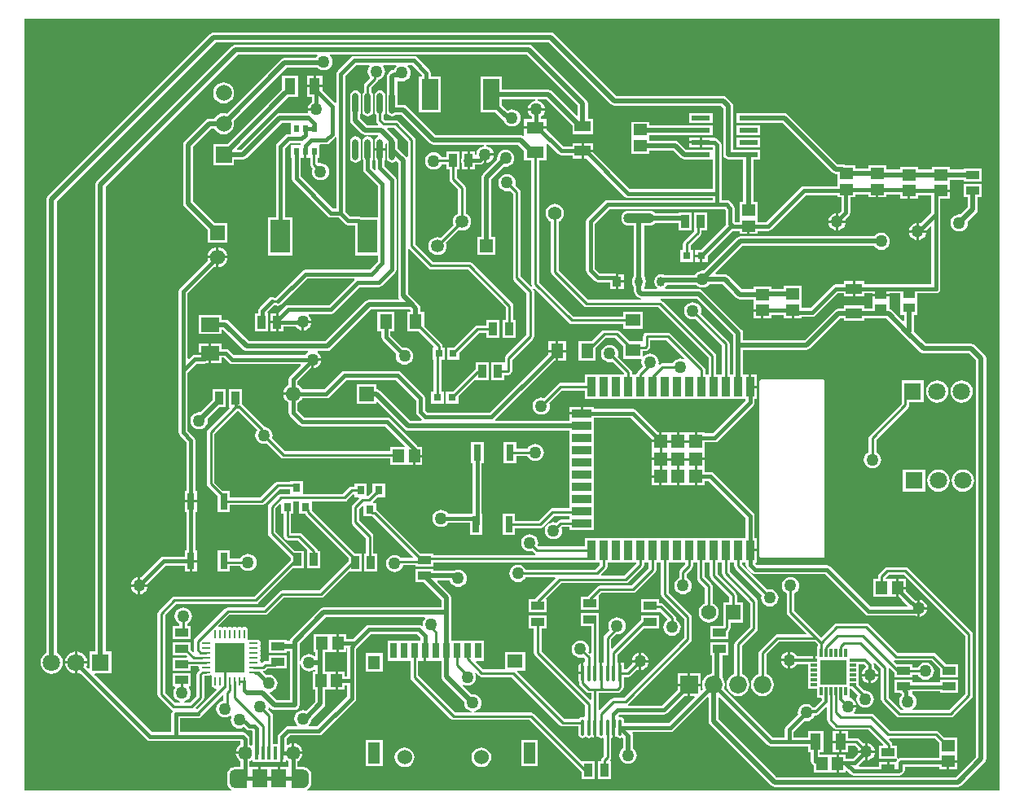
<source format=gbr>
%TF.GenerationSoftware,Altium Limited,Altium Designer,19.0.15 (446)*%
G04 Layer_Physical_Order=1*
G04 Layer_Color=255*
%FSLAX45Y45*%
%MOMM*%
%TF.FileFunction,Copper,L1,Top,Signal*%
%TF.Part,Single*%
G01*
G75*
%TA.AperFunction,Conductor*%
%ADD10C,0.50000*%
%TA.AperFunction,SMDPad,CuDef*%
%ADD11R,0.80000X0.80000*%
%ADD12R,1.15776X1.36062*%
%ADD13R,1.35000X0.85000*%
%ADD14R,1.80000X1.25000*%
%ADD15R,0.55000X0.80000*%
%TA.AperFunction,ConnectorPad*%
%ADD16R,1.50000X1.90000*%
%ADD17R,0.40000X1.35000*%
%TA.AperFunction,SMDPad,CuDef*%
%ADD18R,0.90000X2.00000*%
%ADD19R,2.00000X0.90000*%
%TA.AperFunction,BGAPad,CuDef*%
%ADD20R,1.33000X1.33000*%
%TA.AperFunction,SMDPad,CuDef*%
%ADD21R,1.10550X1.65822*%
%ADD22R,1.65822X1.10550*%
%ADD23R,0.85000X1.35000*%
%ADD24R,1.36062X1.15776*%
%ADD25R,1.26062X0.95776*%
%ADD26R,0.80000X1.70000*%
%ADD27R,3.13000X3.13000*%
%ADD28O,0.95000X0.20000*%
%ADD29O,0.20000X0.95000*%
%ADD30R,0.80000X0.90000*%
G04:AMPARAMS|DCode=31|XSize=1.65543mm|YSize=0.38077mm|CornerRadius=0.19038mm|HoleSize=0mm|Usage=FLASHONLY|Rotation=270.000|XOffset=0mm|YOffset=0mm|HoleType=Round|Shape=RoundedRectangle|*
%AMROUNDEDRECTD31*
21,1,1.65543,0.00000,0,0,270.0*
21,1,1.27467,0.38077,0,0,270.0*
1,1,0.38077,0.00000,-0.63733*
1,1,0.38077,0.00000,0.63733*
1,1,0.38077,0.00000,0.63733*
1,1,0.38077,0.00000,-0.63733*
%
%ADD31ROUNDEDRECTD31*%
%ADD32R,0.38077X1.65543*%
%ADD33R,2.70000X2.60000*%
%ADD34R,0.80000X0.35000*%
%ADD35R,0.35000X0.85000*%
%ADD36R,1.50000X1.30000*%
%ADD37R,1.30000X1.50000*%
%ADD38R,1.90000X1.50000*%
%ADD39O,0.60000X2.20000*%
%ADD40R,1.98000X0.53000*%
%ADD41R,1.72000X3.20000*%
%ADD42R,2.00000X3.50000*%
G04:AMPARAMS|DCode=43|XSize=1.00429mm|YSize=3.18213mm|CornerRadius=0.43687mm|HoleSize=0mm|Usage=FLASHONLY|Rotation=90.000|XOffset=0mm|YOffset=0mm|HoleType=Round|Shape=RoundedRectangle|*
%AMROUNDEDRECTD43*
21,1,1.00429,2.30840,0,0,90.0*
21,1,0.13056,3.18213,0,0,90.0*
1,1,0.87373,1.15420,0.06528*
1,1,0.87373,1.15420,-0.06528*
1,1,0.87373,-1.15420,-0.06528*
1,1,0.87373,-1.15420,0.06528*
%
%ADD43ROUNDEDRECTD43*%
G04:AMPARAMS|DCode=44|XSize=1.00429mm|YSize=0.87213mm|CornerRadius=0.43606mm|HoleSize=0mm|Usage=FLASHONLY|Rotation=90.000|XOffset=0mm|YOffset=0mm|HoleType=Round|Shape=RoundedRectangle|*
%AMROUNDEDRECTD44*
21,1,1.00429,0.00000,0,0,90.0*
21,1,0.13216,0.87213,0,0,90.0*
1,1,0.87213,0.00000,0.06608*
1,1,0.87213,0.00000,-0.06608*
1,1,0.87213,0.00000,-0.06608*
1,1,0.87213,0.00000,0.06608*
%
%ADD44ROUNDEDRECTD44*%
%ADD45R,0.87213X1.00429*%
%TA.AperFunction,Conductor*%
%ADD46C,0.40000*%
%ADD47C,0.25400*%
%ADD48C,0.30000*%
%TA.AperFunction,ComponentPad*%
%ADD49C,1.45000*%
%ADD50R,1.80000X1.80000*%
%ADD51C,1.80000*%
%ADD52C,1.35000*%
%ADD53R,1.35000X1.35000*%
%ADD54C,1.55000*%
%ADD55R,1.55000X1.55000*%
%ADD56C,1.39000*%
%ADD57C,1.52400*%
%TA.AperFunction,SMDPad,CuDef*%
%ADD58R,1.20000X2.20000*%
%ADD59R,1.60000X1.40000*%
%ADD60R,1.20000X1.40000*%
%ADD61R,0.70000X1.60000*%
%TA.AperFunction,ComponentPad*%
%ADD62C,1.84000*%
%ADD63R,1.84000X1.84000*%
%ADD64C,1.57000*%
%ADD65R,1.57000X1.57000*%
%ADD66R,1.57000X1.57000*%
%ADD67C,1.66680*%
%ADD68R,1.66680X1.66680*%
%TA.AperFunction,ViaPad*%
%ADD69C,1.27000*%
%ADD70C,0.50000*%
G36*
X4456953Y7362609D02*
Y7203402D01*
X4444253Y7199550D01*
X4443236Y7201072D01*
X4349085Y7295223D01*
Y7359036D01*
X4344786Y7380652D01*
X4332541Y7398977D01*
X4330170Y7400562D01*
X4328936Y7402408D01*
X4238124Y7493220D01*
X4242984Y7504953D01*
X4314609D01*
X4456953Y7362609D01*
D02*
G37*
G36*
X10604500Y609600D02*
X3410255D01*
X3407729Y622300D01*
X3411925Y624038D01*
X3427676Y636124D01*
X3439762Y651875D01*
X3447359Y670217D01*
X3449951Y689900D01*
X3449798Y691062D01*
X3449795Y777428D01*
X3450287Y779900D01*
X3449292Y784904D01*
X3447359Y799584D01*
X3439762Y817925D01*
X3427676Y833676D01*
X3411925Y845762D01*
X3393584Y853359D01*
X3373900Y855951D01*
X3372737Y855798D01*
X3310189D01*
Y918107D01*
X3313273Y919384D01*
X3333723Y935077D01*
X3349415Y955528D01*
X3359280Y979343D01*
X3360973Y992200D01*
X3263900D01*
Y1004900D01*
X3251200D01*
Y1101973D01*
X3238343Y1100280D01*
X3214527Y1090415D01*
X3207280Y1084854D01*
X3195889Y1090471D01*
Y1153326D01*
X3228174Y1185611D01*
X3530599D01*
X3530600Y1185610D01*
X3548314Y1189134D01*
X3563332Y1199168D01*
X3904131Y1539967D01*
X3914165Y1554985D01*
X3917689Y1572699D01*
X3917688Y1572700D01*
Y1752600D01*
Y2086925D01*
X3931631Y2100868D01*
X3931632Y2100868D01*
X4070474Y2239711D01*
X4550926D01*
X4587411Y2203226D01*
Y2170200D01*
X4243300D01*
Y1959400D01*
X4484854D01*
Y1790600D01*
X4487811Y1775734D01*
X4496232Y1763131D01*
X4902531Y1356831D01*
X4915134Y1348411D01*
X4930000Y1345453D01*
X5722809D01*
X6263100Y805163D01*
Y729900D01*
X6398900D01*
Y915700D01*
X6263101D01*
X6263100Y915700D01*
Y915700D01*
X6254316Y923821D01*
X5766368Y1411769D01*
X5753766Y1420189D01*
X5738900Y1423147D01*
X5143129D01*
X5142297Y1435847D01*
X5154007Y1437388D01*
X5175634Y1446346D01*
X5194204Y1460596D01*
X5208454Y1479166D01*
X5217412Y1500793D01*
X5220467Y1524000D01*
X5217412Y1547207D01*
X5208454Y1568834D01*
X5194204Y1587404D01*
X5175634Y1601654D01*
X5154007Y1610612D01*
X5130800Y1613667D01*
X5115783Y1611690D01*
X5027853Y1699619D01*
X5035047Y1710386D01*
X5050493Y1703988D01*
X5073700Y1700933D01*
X5096908Y1703988D01*
X5118534Y1712946D01*
X5137104Y1727196D01*
X5151354Y1745766D01*
X5160312Y1767392D01*
X5163367Y1790600D01*
X5160312Y1813807D01*
X5154737Y1827265D01*
X5165504Y1834459D01*
X5195493Y1804470D01*
X5208096Y1796049D01*
X5222962Y1793092D01*
X5533809D01*
X6036475Y1290426D01*
X6049078Y1282006D01*
X6063943Y1279048D01*
X6223991D01*
Y1203128D01*
X6227440Y1185789D01*
X6237262Y1171090D01*
X6251961Y1161268D01*
X6269300Y1157819D01*
X6286639Y1161268D01*
X6301338Y1171090D01*
X6302262D01*
X6316961Y1161268D01*
X6334300Y1157819D01*
X6351639Y1161268D01*
X6366338Y1171090D01*
X6367262D01*
X6381961Y1161268D01*
X6386600Y1160346D01*
Y1266862D01*
X6412000D01*
Y1160346D01*
X6416639Y1161268D01*
X6431338Y1171090D01*
X6432262D01*
X6446961Y1161268D01*
X6464300Y1157819D01*
X6477753Y1160496D01*
X6490454Y1153046D01*
Y971291D01*
X6473731Y954569D01*
X6465310Y941966D01*
X6462353Y927100D01*
Y915700D01*
X6428100D01*
Y729900D01*
X6563900D01*
Y915700D01*
X6561331D01*
X6558392Y922793D01*
X6557215Y928400D01*
X6565190Y940334D01*
X6568147Y955200D01*
Y1153046D01*
X6580847Y1160496D01*
X6581600Y1160346D01*
Y1266862D01*
X6607000D01*
Y1160346D01*
X6611639Y1161268D01*
X6626338Y1171090D01*
X6627262D01*
X6641961Y1161268D01*
X6659300Y1157819D01*
X6676639Y1161268D01*
X6679613Y1163255D01*
X6692313Y1156467D01*
Y1050525D01*
X6680296Y1041304D01*
X6666046Y1022734D01*
X6657088Y1001107D01*
X6654033Y977900D01*
X6657088Y954693D01*
X6666046Y933066D01*
X6680296Y914496D01*
X6698866Y900246D01*
X6720493Y891288D01*
X6743700Y888233D01*
X6766907Y891288D01*
X6788534Y900246D01*
X6807104Y914496D01*
X6821354Y933066D01*
X6830312Y954693D01*
X6833367Y977900D01*
X6830312Y1001107D01*
X6821354Y1022734D01*
X6807104Y1041304D01*
X6795087Y1050525D01*
Y1182462D01*
X6791176Y1202127D01*
X6787337Y1207872D01*
X6794125Y1220572D01*
X7187060D01*
X7187062Y1220572D01*
X7204776Y1224096D01*
X7219793Y1234130D01*
X7569579Y1583916D01*
X7581313Y1579056D01*
Y1333500D01*
X7585224Y1313835D01*
X7596364Y1297164D01*
X8231364Y662164D01*
X8248035Y651024D01*
X8267700Y647113D01*
X10172700D01*
X10192365Y651024D01*
X10209036Y662164D01*
X10450336Y903464D01*
X10461476Y920135D01*
X10465387Y939800D01*
Y5105400D01*
X10461476Y5125065D01*
X10450336Y5141736D01*
X10348736Y5243336D01*
X10332065Y5254476D01*
X10312400Y5258387D01*
X9839685D01*
X9715404Y5382668D01*
X9716087Y5386100D01*
Y5556293D01*
X9753131D01*
Y5701730D01*
Y5783011D01*
X9944100D01*
X9961814Y5786534D01*
X9976832Y5796568D01*
X9986866Y5811586D01*
X9990389Y5829300D01*
Y6604000D01*
Y6768193D01*
X10088331D01*
Y6838781D01*
X9994900D01*
Y6864181D01*
X10088331D01*
Y6933630D01*
Y6965313D01*
X10232200D01*
Y6948800D01*
X10418000D01*
Y7084600D01*
X10232200D01*
Y7068087D01*
X10088331D01*
Y7100207D01*
X9901469D01*
Y7068306D01*
X9758131D01*
Y7100207D01*
X9571269D01*
Y7068306D01*
X9427931D01*
Y7112907D01*
X9241069D01*
Y7081006D01*
X9110431D01*
Y7112907D01*
X9005509D01*
X8991477Y7122282D01*
X8971812Y7126194D01*
X8923079D01*
X8405636Y7643636D01*
X8388965Y7654776D01*
X8369300Y7658687D01*
X8117900D01*
Y7659200D01*
X7869100D01*
Y7555400D01*
X8117900D01*
Y7555913D01*
X8348015D01*
X8865457Y7038470D01*
X8882128Y7027331D01*
X8901793Y7023419D01*
X8923569D01*
Y6897904D01*
X8575501D01*
X8575500Y6897904D01*
X8557786Y6894380D01*
X8542768Y6884346D01*
X8542768Y6884345D01*
X8181712Y6523289D01*
X8086931D01*
Y6565330D01*
Y6731907D01*
X8044887D01*
Y7174400D01*
X8117900D01*
Y7278200D01*
X7869100D01*
Y7277687D01*
X7836487D01*
Y7732121D01*
X7832576Y7751786D01*
X7821436Y7768457D01*
X7768457Y7821436D01*
X7751786Y7832576D01*
X7732121Y7836487D01*
X6625285D01*
X5979936Y8481836D01*
X5963265Y8492976D01*
X5943600Y8496887D01*
X2436614D01*
X2416949Y8492976D01*
X2400278Y8481836D01*
X717564Y6799122D01*
X706424Y6782451D01*
X702513Y6762786D01*
Y2046222D01*
X695702Y2043401D01*
X671596Y2024904D01*
X653099Y2000798D01*
X641470Y1972725D01*
X637504Y1942600D01*
X641470Y1912474D01*
X653099Y1884402D01*
X671596Y1860296D01*
X695702Y1841798D01*
X723775Y1830170D01*
X753900Y1826204D01*
X784025Y1830170D01*
X812098Y1841798D01*
X836204Y1860296D01*
X854701Y1884402D01*
X866329Y1912474D01*
X870295Y1942600D01*
X866329Y1972725D01*
X854701Y2000798D01*
X836204Y2024904D01*
X812098Y2043401D01*
X805287Y2046222D01*
Y6741501D01*
X2457900Y8394113D01*
X5922315D01*
X6567664Y7748764D01*
X6584335Y7737624D01*
X6604000Y7733713D01*
X7710836D01*
X7733713Y7710836D01*
Y7226300D01*
X7737624Y7206635D01*
X7748764Y7189964D01*
X7765435Y7178824D01*
X7785100Y7174913D01*
X7869100D01*
Y7174400D01*
X7942113D01*
Y6731907D01*
X7900069D01*
Y6565330D01*
Y6523289D01*
X7855074D01*
X7852739Y6525624D01*
X7852738Y6525625D01*
X7850404Y6527960D01*
Y6667499D01*
X7850404Y6667500D01*
X7846880Y6685214D01*
X7836846Y6700232D01*
X7798746Y6738332D01*
X7783728Y6748366D01*
X7766014Y6751890D01*
X7766013Y6751889D01*
X7717089D01*
Y6819900D01*
Y7327900D01*
X7713566Y7345614D01*
X7703532Y7360632D01*
X7703531Y7360632D01*
X7678132Y7386032D01*
X7663114Y7396066D01*
X7645400Y7399590D01*
X7645399Y7399589D01*
X7624900D01*
Y7405200D01*
X7513200D01*
Y7353300D01*
Y7301400D01*
X7624511D01*
Y7278200D01*
X7376100D01*
Y7277687D01*
X7349185D01*
X7272155Y7354718D01*
X7255484Y7365857D01*
X7235818Y7369769D01*
X6964131D01*
Y7428913D01*
X7376100D01*
Y7428400D01*
X7624900D01*
Y7532200D01*
X7376100D01*
Y7531687D01*
X6964131D01*
Y7567107D01*
X6777269D01*
Y7400530D01*
Y7235093D01*
X6964131D01*
Y7266994D01*
X7214533D01*
X7291564Y7189964D01*
X7308235Y7178824D01*
X7327900Y7174913D01*
X7376100D01*
Y7174400D01*
X7624511D01*
Y6866189D01*
X6764474D01*
X6382111Y7248552D01*
Y7251064D01*
X6286500D01*
Y7183089D01*
X6316648D01*
X6712568Y6787169D01*
X6712568Y6787168D01*
X6727586Y6777134D01*
X6745300Y6773610D01*
X6745301Y6773611D01*
X7624511D01*
Y6751889D01*
X6529000D01*
X6511285Y6748366D01*
X6496268Y6738332D01*
X6496268Y6738331D01*
X6318468Y6560532D01*
X6308434Y6545514D01*
X6304910Y6527800D01*
X6304910Y6527799D01*
Y6021380D01*
X6304910Y6021379D01*
X6308434Y6003665D01*
X6318468Y5988647D01*
X6396132Y5910983D01*
X6411150Y5900949D01*
X6428864Y5897425D01*
X6428865Y5897425D01*
X6559993D01*
Y5830585D01*
X6616300D01*
Y5906200D01*
Y5986152D01*
X6615807Y5986481D01*
X6598093Y5990004D01*
X6448038D01*
X6397489Y6040553D01*
Y6508626D01*
X6548174Y6659311D01*
X7746840D01*
X7757825Y6648326D01*
Y6508787D01*
X7757824Y6508786D01*
X7760777Y6493941D01*
X7504437Y6237600D01*
X7439100D01*
Y6184900D01*
X7504500D01*
Y6172200D01*
X7517200D01*
Y6106800D01*
X7569900D01*
Y6172137D01*
X7829706Y6431942D01*
X7835900Y6430711D01*
X7900069D01*
Y6399893D01*
X7980800D01*
Y6483181D01*
X8006200D01*
Y6399893D01*
X8086931D01*
Y6430711D01*
X8200885D01*
X8200886Y6430710D01*
X8218600Y6434234D01*
X8233618Y6444268D01*
X8594674Y6805325D01*
X8923569D01*
Y6780893D01*
X8961011D01*
Y6638874D01*
X8936788Y6614651D01*
X8928100Y6615795D01*
Y6540500D01*
X9003395D01*
X9002251Y6549188D01*
X9040032Y6586968D01*
X9050066Y6601986D01*
X9053590Y6619700D01*
X9053589Y6619701D01*
Y6780893D01*
X9110431D01*
Y6811711D01*
X9241069D01*
Y6780893D01*
X9321800D01*
Y6864181D01*
X9347200D01*
Y6780893D01*
X9427931D01*
Y6811711D01*
X9571269D01*
Y6768193D01*
X9652000D01*
Y6851481D01*
X9677400D01*
Y6768193D01*
X9758131D01*
Y6805192D01*
X9897811D01*
Y6623174D01*
X9784332Y6509695D01*
X9776807Y6512812D01*
X9766300Y6514195D01*
Y6438900D01*
X9844463D01*
X9886077Y6480514D01*
X9897811Y6475654D01*
Y5875589D01*
X9201511D01*
Y5910611D01*
X9105900D01*
Y5829936D01*
Y5749261D01*
X9201511D01*
Y5783011D01*
X9284169D01*
Y5778500D01*
X9372600D01*
X9461031D01*
Y5783011D01*
X9576269D01*
Y5701730D01*
Y5556293D01*
X9613313D01*
Y5501353D01*
X9601579Y5496493D01*
X9489286Y5608786D01*
X9472615Y5619926D01*
X9461031Y5622230D01*
Y5692512D01*
Y5753100D01*
X9372600D01*
X9284169D01*
Y5692512D01*
Y5623837D01*
X9201511D01*
Y5655338D01*
X8984889D01*
Y5623837D01*
X8926950D01*
X8907285Y5619926D01*
X8890614Y5608786D01*
X8578315Y5296487D01*
X7938087D01*
Y5372100D01*
X7934176Y5391765D01*
X7923036Y5408436D01*
X7516636Y5814836D01*
X7499965Y5825976D01*
X7480300Y5829887D01*
X7130377D01*
X7126066Y5842587D01*
X7136216Y5850376D01*
X7147277Y5864791D01*
X7148260Y5867163D01*
X7455430D01*
X7473566Y5853246D01*
X7495193Y5844288D01*
X7518400Y5841233D01*
X7541607Y5844288D01*
X7563234Y5853246D01*
X7581804Y5867496D01*
X7591025Y5879513D01*
X7726914D01*
X7870445Y5735982D01*
X7887116Y5724843D01*
X7906781Y5720931D01*
X8047269D01*
Y5689030D01*
Y5619581D01*
X8140700D01*
Y5606881D01*
X8153400D01*
Y5523593D01*
X8234131D01*
Y5560592D01*
X8364769D01*
Y5526443D01*
X8445500D01*
Y5609731D01*
X8470900D01*
Y5526443D01*
X8551631D01*
Y5536011D01*
X8657899D01*
X8657900Y5536011D01*
X8675614Y5539534D01*
X8690632Y5549569D01*
X8924073Y5783011D01*
X8984889D01*
Y5749261D01*
X9080500D01*
Y5829936D01*
Y5910611D01*
X8984889D01*
Y5875589D01*
X8904901D01*
X8904900Y5875590D01*
X8887185Y5872066D01*
X8872168Y5862032D01*
X8872167Y5862031D01*
X8638726Y5628590D01*
X8551631D01*
Y5691880D01*
Y5858456D01*
X8364769D01*
Y5826556D01*
X8234131D01*
Y5855607D01*
X8047269D01*
Y5823706D01*
X7928066D01*
X7784536Y5967236D01*
X7767865Y5978376D01*
X7748200Y5982287D01*
X7659053D01*
X7654193Y5994021D01*
X7933385Y6273213D01*
X9303910D01*
X9313131Y6261196D01*
X9331702Y6246946D01*
X9353328Y6237988D01*
X9376535Y6234933D01*
X9399743Y6237988D01*
X9421369Y6246946D01*
X9439940Y6261196D01*
X9454189Y6279766D01*
X9463147Y6301393D01*
X9466203Y6324600D01*
X9463147Y6347807D01*
X9454189Y6369434D01*
X9439940Y6388004D01*
X9421369Y6402254D01*
X9399743Y6411212D01*
X9376535Y6414267D01*
X9353328Y6411212D01*
X9331702Y6402254D01*
X9313131Y6388004D01*
X9303910Y6375987D01*
X7912100D01*
X7892435Y6372076D01*
X7875764Y6360936D01*
X7533417Y6018590D01*
X7518400Y6020567D01*
X7495193Y6017512D01*
X7473566Y6008554D01*
X7454996Y5994304D01*
X7440746Y5975734D01*
X7438345Y5969937D01*
X7125903D01*
X7121801Y5973085D01*
X7105014Y5980038D01*
X7087000Y5982410D01*
X7068986Y5980038D01*
X7052199Y5973085D01*
X7037784Y5962024D01*
X7026723Y5947609D01*
X7019770Y5930822D01*
X7017398Y5912808D01*
Y5899592D01*
X7019770Y5881578D01*
X7026723Y5864791D01*
X7037784Y5850376D01*
X7047934Y5842587D01*
X7043623Y5829887D01*
X6909387D01*
Y5853205D01*
X6918277Y5864791D01*
X6925230Y5881578D01*
X6927602Y5899592D01*
Y5912808D01*
X6925230Y5930822D01*
X6918277Y5947609D01*
X6909387Y5959195D01*
Y6488989D01*
X6973420D01*
X6991455Y6491364D01*
X7008261Y6498325D01*
X7022693Y6509399D01*
X7026080Y6513813D01*
X7266400D01*
Y6434900D01*
X7402200D01*
Y6620700D01*
X7266400D01*
Y6616587D01*
X7026080D01*
X7022693Y6621001D01*
X7008261Y6632075D01*
X6991455Y6639036D01*
X6973420Y6641411D01*
X6742580D01*
X6724545Y6639036D01*
X6707739Y6632075D01*
X6693307Y6621001D01*
X6682233Y6606569D01*
X6675272Y6589763D01*
X6672897Y6571728D01*
Y6558672D01*
X6675272Y6540637D01*
X6682233Y6523831D01*
X6693307Y6509399D01*
X6707739Y6498325D01*
X6724545Y6491364D01*
X6742580Y6488989D01*
X6806613D01*
Y5959195D01*
X6797723Y5947609D01*
X6790770Y5930822D01*
X6788398Y5912808D01*
Y5899592D01*
X6790770Y5881578D01*
X6797723Y5864791D01*
X6806613Y5853205D01*
Y5803900D01*
X6810524Y5784235D01*
X6821664Y5767564D01*
X6847064Y5742164D01*
X6863735Y5731024D01*
X6876695Y5728447D01*
X6875444Y5715747D01*
X6327991D01*
X6021146Y6022591D01*
Y6530072D01*
X6030159Y6533805D01*
X6049983Y6549017D01*
X6065195Y6568841D01*
X6074757Y6591926D01*
X6078019Y6616700D01*
X6074757Y6641474D01*
X6065195Y6664559D01*
X6049983Y6684383D01*
X6030159Y6699595D01*
X6007074Y6709157D01*
X5982300Y6712419D01*
X5957526Y6709157D01*
X5934441Y6699595D01*
X5914617Y6684383D01*
X5899405Y6664559D01*
X5889843Y6641474D01*
X5886581Y6616700D01*
X5889843Y6591926D01*
X5899405Y6568841D01*
X5914617Y6549017D01*
X5934441Y6533805D01*
X5943453Y6530072D01*
Y6006500D01*
X5946411Y5991634D01*
X5954831Y5979031D01*
X6284431Y5649431D01*
X6297034Y5641011D01*
X6311900Y5638053D01*
X7060209D01*
X7581153Y5117109D01*
Y4936900D01*
X7544547D01*
Y4988500D01*
X7541589Y5003366D01*
X7533169Y5015969D01*
X7187669Y5361469D01*
X7175066Y5369889D01*
X7160200Y5372847D01*
X6936800D01*
X6921934Y5369889D01*
X6909331Y5361469D01*
X6900911Y5348866D01*
X6897953Y5334000D01*
Y5293535D01*
X6894900Y5282100D01*
X6759037D01*
X6654269Y5386869D01*
X6641666Y5395289D01*
X6626800Y5398247D01*
X6494900D01*
X6480034Y5395289D01*
X6467431Y5386869D01*
X6362563Y5282000D01*
X6226700D01*
Y5081200D01*
X6407500D01*
Y5217063D01*
X6510991Y5320553D01*
X6610709D01*
X6694100Y5237163D01*
Y5101300D01*
X6878729D01*
X6883118Y5094732D01*
X6885437Y5088600D01*
X6882633Y5067300D01*
X6885688Y5044093D01*
X6894646Y5022466D01*
X6896072Y5020609D01*
X6843231Y4967769D01*
X6834811Y4955166D01*
X6831853Y4940300D01*
Y4936900D01*
X6782547D01*
Y4965700D01*
X6779589Y4980566D01*
X6771169Y4993169D01*
X6637332Y5127005D01*
X6639812Y5132993D01*
X6642867Y5156200D01*
X6639812Y5179407D01*
X6630854Y5201034D01*
X6616604Y5219604D01*
X6598034Y5233854D01*
X6576407Y5242812D01*
X6553200Y5245867D01*
X6529993Y5242812D01*
X6508366Y5233854D01*
X6489796Y5219604D01*
X6475546Y5201034D01*
X6466588Y5179407D01*
X6463533Y5156200D01*
X6466588Y5132993D01*
X6475546Y5111366D01*
X6489796Y5092796D01*
X6508366Y5078546D01*
X6529993Y5069588D01*
X6553200Y5066533D01*
X6576407Y5069588D01*
X6582395Y5072068D01*
X6704853Y4949609D01*
Y4936900D01*
X6292300D01*
Y4850347D01*
X6043400D01*
X6028534Y4847390D01*
X6015932Y4838969D01*
X5871195Y4694232D01*
X5865207Y4696712D01*
X5842000Y4699767D01*
X5818793Y4696712D01*
X5797166Y4687754D01*
X5778596Y4673504D01*
X5764346Y4654934D01*
X5755388Y4633307D01*
X5752333Y4610100D01*
X5755388Y4586893D01*
X5764346Y4565266D01*
X5778596Y4546696D01*
X5797166Y4532446D01*
X5818793Y4523488D01*
X5842000Y4520433D01*
X5865207Y4523488D01*
X5886834Y4532446D01*
X5905404Y4546696D01*
X5919654Y4565266D01*
X5928612Y4586893D01*
X5931667Y4610100D01*
X5928612Y4633307D01*
X5926132Y4639295D01*
X6059491Y4772654D01*
X6292300D01*
Y4686100D01*
X7967411D01*
Y4667374D01*
X7626226Y4326189D01*
X7539100D01*
Y4336900D01*
X7459900D01*
Y4245000D01*
X7434500D01*
Y4336900D01*
X7276400D01*
Y4245000D01*
X7251000D01*
Y4336900D01*
X7092900D01*
Y4245000D01*
X7080200D01*
Y4232300D01*
X6988300D01*
Y4153100D01*
Y4074200D01*
X7080200D01*
Y4048800D01*
X6988300D01*
Y3969600D01*
Y3890700D01*
X7080200D01*
Y3878000D01*
X7092900D01*
Y3786100D01*
X7251000D01*
Y3878000D01*
X7276400D01*
Y3786100D01*
X7434500D01*
Y3878000D01*
X7459900D01*
Y3786100D01*
X7539100D01*
Y3831711D01*
X7583626D01*
X7967411Y3447926D01*
Y3236900D01*
X6292300D01*
Y3150347D01*
X5813766D01*
X5805913Y3159908D01*
X5807812Y3164493D01*
X5810867Y3187700D01*
X5807812Y3210907D01*
X5798854Y3232534D01*
X5784604Y3251104D01*
X5766034Y3265354D01*
X5744408Y3274312D01*
X5721200Y3277367D01*
X5697993Y3274312D01*
X5676367Y3265354D01*
X5657796Y3251104D01*
X5643546Y3232534D01*
X5634588Y3210907D01*
X5631533Y3187700D01*
X5634588Y3164493D01*
X5643546Y3142866D01*
X5657796Y3124296D01*
X5676367Y3110046D01*
X5697993Y3101088D01*
X5721200Y3098033D01*
X5744408Y3101088D01*
X5750395Y3103568D01*
X5769932Y3084031D01*
X5782534Y3075611D01*
X5780600Y3063046D01*
X4717600D01*
Y3077800D01*
X4587137D01*
X4137569Y3527368D01*
X4124966Y3535789D01*
X4124099Y3535962D01*
Y3602600D01*
X4096997D01*
X4091736Y3615300D01*
X4138236Y3661800D01*
X4219099D01*
Y3802600D01*
X4088299D01*
Y3721737D01*
X4041799Y3675237D01*
X4029099Y3680498D01*
Y3802600D01*
X3898299D01*
Y3771047D01*
X3871900D01*
X3857034Y3768089D01*
X3844431Y3759669D01*
X3781209Y3696447D01*
X3363299D01*
Y3828000D01*
X3232499D01*
Y3823447D01*
X3101800D01*
X3086934Y3820489D01*
X3074331Y3812069D01*
X2920609Y3658347D01*
X2606199D01*
Y3729900D01*
X2530336D01*
X2444246Y3815991D01*
Y4319708D01*
X2683091Y4558553D01*
X2690509D01*
X2889037Y4360026D01*
X2881446Y4350134D01*
X2872488Y4328507D01*
X2869433Y4305300D01*
X2872488Y4282093D01*
X2881446Y4260466D01*
X2895696Y4241896D01*
X2914266Y4227646D01*
X2935893Y4218688D01*
X2959100Y4215633D01*
X2982307Y4218688D01*
X2988295Y4221168D01*
X3134831Y4074631D01*
X3147434Y4066211D01*
X3162300Y4063253D01*
X4273712D01*
Y3995969D01*
X4509736D01*
Y4089400D01*
X4522436D01*
Y4102100D01*
X4605725D01*
Y4182831D01*
X4560713D01*
X4555168Y4191129D01*
X4268566Y4477732D01*
X4253549Y4487766D01*
X4235834Y4491290D01*
X4235833Y4491289D01*
X3379184D01*
X3310189Y4560284D01*
Y4644895D01*
X3315794Y4647217D01*
X3337289Y4663711D01*
X3353783Y4685206D01*
X3356105Y4690811D01*
X3606799D01*
X3606800Y4690810D01*
X3624514Y4694334D01*
X3639532Y4704368D01*
X3816474Y4881311D01*
X4331026D01*
X4541111Y4671226D01*
Y4546601D01*
X4541110Y4546600D01*
X4544634Y4528886D01*
X4554668Y4513868D01*
X4598449Y4470087D01*
X4593189Y4457387D01*
X4479885D01*
X4163836Y4773436D01*
X4147165Y4784576D01*
X4128800Y4788229D01*
Y4840000D01*
X3923000D01*
Y4634200D01*
X4128800D01*
Y4646534D01*
X4140533Y4651394D01*
X4422264Y4369664D01*
X4438935Y4358524D01*
X4458600Y4354613D01*
X6137300D01*
Y4208600D01*
Y4081600D01*
Y3954600D01*
Y3827600D01*
Y3700600D01*
Y3547246D01*
X5956300D01*
X5941434Y3544289D01*
X5928831Y3535868D01*
X5810009Y3417047D01*
X5569400D01*
Y3488600D01*
X5438600D01*
Y3267800D01*
X5569400D01*
Y3339353D01*
X5826100D01*
X5840966Y3342311D01*
X5853569Y3350731D01*
X5972391Y3469553D01*
X6137300D01*
Y3429747D01*
X6045200D01*
X6030334Y3426789D01*
X6017731Y3418369D01*
X5998195Y3398832D01*
X5992207Y3401312D01*
X5969000Y3404367D01*
X5945793Y3401312D01*
X5924166Y3392354D01*
X5905596Y3378104D01*
X5891346Y3359534D01*
X5882388Y3337907D01*
X5879333Y3314700D01*
X5882388Y3291493D01*
X5891346Y3269866D01*
X5905596Y3251296D01*
X5924166Y3237046D01*
X5945793Y3228088D01*
X5969000Y3225033D01*
X5992207Y3228088D01*
X6013834Y3237046D01*
X6032404Y3251296D01*
X6046654Y3269866D01*
X6055612Y3291493D01*
X6058667Y3314700D01*
X6055612Y3337907D01*
X6053713Y3342492D01*
X6061566Y3352053D01*
X6137300D01*
Y3319600D01*
X6388100D01*
Y3446600D01*
Y3573600D01*
Y3700600D01*
Y3827600D01*
Y3954600D01*
Y4081600D01*
Y4208600D01*
Y4335600D01*
Y4486711D01*
X6773026D01*
X6988300Y4271437D01*
Y4257700D01*
X7067500D01*
Y4336900D01*
X7053763D01*
X6824932Y4565732D01*
X6809914Y4575766D01*
X6792200Y4579290D01*
X6792199Y4579290D01*
X6388100D01*
Y4603400D01*
X6275400D01*
Y4533000D01*
X6262700D01*
Y4520300D01*
X6137300D01*
Y4457387D01*
X5366311D01*
X5361051Y4470087D01*
X5972164Y5081200D01*
X5994400D01*
Y5168900D01*
X5916700D01*
Y5155127D01*
X5912068Y5152032D01*
X5302126Y4542089D01*
X4657374D01*
X4633689Y4565774D01*
Y4690399D01*
X4633690Y4690400D01*
X4630166Y4708114D01*
X4620132Y4723132D01*
X4620131Y4723132D01*
X4382932Y4960332D01*
X4367914Y4970366D01*
X4350200Y4973890D01*
X4350199Y4973889D01*
X3797301D01*
X3797300Y4973890D01*
X3779586Y4970366D01*
X3764568Y4960332D01*
X3764568Y4960331D01*
X3587626Y4783389D01*
X3356105D01*
X3353783Y4788994D01*
X3337289Y4810489D01*
X3315794Y4826983D01*
X3310189Y4829305D01*
Y4870326D01*
X3445712Y5005849D01*
X3454400Y5004705D01*
Y5092700D01*
X3467100D01*
Y5105400D01*
X3555095D01*
X3553712Y5115907D01*
X3544754Y5137534D01*
X3530504Y5156104D01*
X3514594Y5168313D01*
X3517225Y5179857D01*
X3517868Y5181013D01*
X3619500D01*
X3639165Y5184924D01*
X3655836Y5196064D01*
X4072585Y5612813D01*
X4477115D01*
X4485113Y5604815D01*
Y5586800D01*
X4446100D01*
Y5386000D01*
X4571963D01*
X4724630Y5233333D01*
X4719769Y5221600D01*
X4711000D01*
Y5090800D01*
X4724853D01*
Y4764400D01*
X4698300D01*
Y4633600D01*
X4829100D01*
Y4764400D01*
X4802546D01*
Y5090800D01*
X4841800D01*
Y5221600D01*
X4815246D01*
Y5236500D01*
X4812289Y5251366D01*
X4803868Y5263969D01*
X4626900Y5440937D01*
Y5586800D01*
X4587887D01*
Y5626100D01*
X4583976Y5645765D01*
X4572836Y5662436D01*
X4534736Y5700536D01*
X4458287Y5776985D01*
Y6238931D01*
X4460529Y6240582D01*
X4470987Y6243676D01*
X4671531Y6043131D01*
X4684134Y6034711D01*
X4699000Y6031753D01*
X5077809D01*
X5472019Y5637544D01*
Y5503100D01*
X5437500D01*
Y5317300D01*
X5573300D01*
Y5503100D01*
X5549712D01*
Y5653635D01*
X5546754Y5668501D01*
X5538334Y5681103D01*
X5121368Y6098069D01*
X5108766Y6106489D01*
X5093900Y6109447D01*
X4715091D01*
X4534647Y6289891D01*
Y7378700D01*
X4531689Y7393566D01*
X4523269Y7406169D01*
X4358169Y7571269D01*
X4345566Y7579689D01*
X4330700Y7582647D01*
X4219791D01*
X4204447Y7597991D01*
Y7638363D01*
X4205541Y7639095D01*
X4217786Y7657420D01*
X4222085Y7679036D01*
Y7839036D01*
X4217786Y7860652D01*
X4205541Y7878977D01*
X4187216Y7891222D01*
X4165600Y7895521D01*
X4143984Y7891222D01*
X4125659Y7878977D01*
X4113414Y7860652D01*
X4109115Y7839036D01*
Y7679036D01*
X4113414Y7657420D01*
X4125659Y7639095D01*
X4126753Y7638363D01*
Y7581900D01*
X4129711Y7567034D01*
X4138131Y7554431D01*
X4149071Y7543492D01*
X4144210Y7531759D01*
X4031513D01*
X3960086Y7603185D01*
Y7651884D01*
X3963786Y7657420D01*
X3968085Y7679036D01*
Y7839036D01*
X3963786Y7860652D01*
X3951541Y7878977D01*
X3933216Y7891222D01*
X3911600Y7895521D01*
X3889984Y7891222D01*
X3871659Y7878977D01*
X3859414Y7860652D01*
X3855115Y7839036D01*
Y7679036D01*
X3857312Y7667991D01*
Y7581900D01*
X3861223Y7562235D01*
X3872363Y7545564D01*
X3973891Y7444035D01*
X3990562Y7432896D01*
X4010227Y7428984D01*
X4146159D01*
X4148990Y7425166D01*
X4144002Y7411272D01*
X4143674Y7411015D01*
X4125659Y7398977D01*
X4113414Y7380652D01*
X4109115Y7359036D01*
Y7291736D01*
X4165600D01*
X4222085D01*
Y7332118D01*
X4234785Y7338906D01*
X4236115Y7338018D01*
Y7199036D01*
X4240414Y7177420D01*
X4252659Y7159095D01*
X4270984Y7146850D01*
X4292600Y7142551D01*
X4314216Y7146850D01*
X4332541Y7159094D01*
X4339212Y7159751D01*
X4355513Y7143451D01*
Y5755700D01*
X4359424Y5736035D01*
X4364601Y5728287D01*
X4357813Y5715587D01*
X4051300D01*
X4031635Y5711676D01*
X4014964Y5700536D01*
X3598215Y5283787D01*
X2802585D01*
X2591436Y5494936D01*
X2574765Y5506076D01*
X2555100Y5509987D01*
X2520700D01*
Y5559000D01*
X2279900D01*
Y5358200D01*
X2520700D01*
Y5407213D01*
X2533815D01*
X2744964Y5196064D01*
X2761635Y5184924D01*
X2781300Y5181013D01*
X3416332D01*
X3416975Y5179857D01*
X3419606Y5168313D01*
X3403696Y5156104D01*
X3390563Y5138989D01*
X2648074D01*
X2595732Y5191332D01*
X2580714Y5201366D01*
X2563000Y5204890D01*
X2562999Y5204890D01*
X2520700D01*
Y5259000D01*
X2413000D01*
Y5158600D01*
Y5058200D01*
X2520700D01*
Y5112311D01*
X2543826D01*
X2596168Y5059969D01*
X2596168Y5059968D01*
X2611186Y5049934D01*
X2628900Y5046411D01*
X3338754D01*
X3343614Y5034677D01*
X3231168Y4922232D01*
X3221134Y4907214D01*
X3217610Y4889500D01*
X3217611Y4889499D01*
Y4829305D01*
X3212006Y4826983D01*
X3190511Y4810489D01*
X3174017Y4788994D01*
X3163648Y4763962D01*
X3161784Y4749800D01*
X3263900D01*
Y4724400D01*
X3161784D01*
X3163648Y4710238D01*
X3174017Y4685206D01*
X3190511Y4663711D01*
X3212006Y4647217D01*
X3217611Y4644895D01*
Y4541111D01*
X3217610Y4541110D01*
X3221134Y4523396D01*
X3231168Y4508378D01*
X3327278Y4412269D01*
X3327278Y4412268D01*
X3342296Y4402234D01*
X3360010Y4398710D01*
X3360011Y4398711D01*
X4216660D01*
X4420806Y4194564D01*
X4415946Y4182831D01*
X4273712D01*
Y4140947D01*
X3178391D01*
X3043232Y4276105D01*
X3045712Y4282093D01*
X3048767Y4305300D01*
X3045712Y4328507D01*
X3036754Y4350134D01*
X3022504Y4368704D01*
X3003934Y4382954D01*
X2982307Y4391912D01*
X2964708Y4394229D01*
X2728500Y4630437D01*
Y4783300D01*
X2592700D01*
Y4597500D01*
X2595569D01*
X2600430Y4585767D01*
X2377930Y4363268D01*
X2369510Y4350665D01*
X2366553Y4335799D01*
Y3799900D01*
X2369510Y3785034D01*
X2377930Y3772431D01*
X2475399Y3674963D01*
Y3509100D01*
X2606199D01*
Y3580653D01*
X2936700D01*
X2951566Y3583611D01*
X2964169Y3592031D01*
X3117891Y3745753D01*
X3232499D01*
Y3696447D01*
X3136900D01*
X3122034Y3693489D01*
X3109431Y3685069D01*
X3013731Y3589368D01*
X3005310Y3576765D01*
X3002353Y3561899D01*
Y3289300D01*
X3005310Y3274434D01*
X3013731Y3261831D01*
X3242499Y3033063D01*
Y3012137D01*
X2860009Y2629647D01*
X2032000D01*
X2017134Y2626689D01*
X2004531Y2618269D01*
X1864831Y2478569D01*
X1856411Y2465966D01*
X1853453Y2451100D01*
Y1612900D01*
X1856411Y1598034D01*
X1864831Y1585431D01*
X1990632Y1459631D01*
X2003234Y1451210D01*
X2003665Y1451125D01*
X2003880Y1450900D01*
X2008484Y1437217D01*
X2001934Y1427414D01*
X1998411Y1409700D01*
Y1218789D01*
X1797174D01*
X1200496Y1815467D01*
X1205357Y1827200D01*
X1377300D01*
Y2058000D01*
X1313287D01*
X1313287Y6892114D01*
X2688285Y8267113D01*
X3514151D01*
X3516926Y8258939D01*
X3517619Y8254413D01*
X3503746Y8236334D01*
X3501561Y8231058D01*
X3174130D01*
X3154465Y8227146D01*
X3137793Y8216007D01*
X2572638Y7650851D01*
X2569186Y7652281D01*
X2540799Y7656018D01*
X2512412Y7652281D01*
X2485960Y7641324D01*
X2463245Y7623894D01*
X2445815Y7601179D01*
X2444385Y7597727D01*
X2390140D01*
X2370475Y7593816D01*
X2353804Y7582676D01*
X2135364Y7364236D01*
X2124224Y7347565D01*
X2120313Y7327900D01*
Y6718300D01*
X2124224Y6698635D01*
X2135364Y6681964D01*
X2372600Y6444728D01*
Y6309600D01*
X2580400D01*
Y6517400D01*
X2445272D01*
X2223087Y6739585D01*
Y7306615D01*
X2411425Y7494953D01*
X2444385D01*
X2445815Y7491501D01*
X2463245Y7468786D01*
X2485960Y7451356D01*
X2512412Y7440399D01*
X2540799Y7436662D01*
X2569186Y7440399D01*
X2595638Y7451356D01*
X2618353Y7468786D01*
X2635783Y7491501D01*
X2646740Y7517953D01*
X2650477Y7546340D01*
X2646740Y7574727D01*
X2645310Y7578179D01*
X3195415Y8128283D01*
X3517852D01*
X3517996Y8128096D01*
X3536566Y8113846D01*
X3558193Y8104888D01*
X3581400Y8101833D01*
X3604607Y8104888D01*
X3626234Y8113846D01*
X3644804Y8128096D01*
X3659054Y8146666D01*
X3668012Y8168293D01*
X3671067Y8191500D01*
X3668012Y8214707D01*
X3659054Y8236334D01*
X3645181Y8254413D01*
X3645874Y8258939D01*
X3648649Y8267113D01*
X5693715D01*
X6222413Y7738415D01*
Y7632053D01*
X6210679Y7627193D01*
X5952936Y7884936D01*
X5936265Y7896076D01*
X5916600Y7899987D01*
X5435700D01*
Y8034000D01*
X5212900D01*
Y7663200D01*
X5363027D01*
X5435824Y7590404D01*
X5452495Y7579264D01*
X5452596Y7579244D01*
X5459546Y7562466D01*
X5473796Y7543896D01*
X5492366Y7529646D01*
X5513993Y7520688D01*
X5537200Y7517633D01*
X5560407Y7520688D01*
X5582034Y7529646D01*
X5600604Y7543896D01*
X5614854Y7562466D01*
X5623812Y7584093D01*
X5626867Y7607300D01*
X5623812Y7630507D01*
X5614854Y7652134D01*
X5600604Y7670704D01*
X5582034Y7684954D01*
X5560407Y7693912D01*
X5537200Y7696967D01*
X5513993Y7693912D01*
X5492366Y7684954D01*
X5489114Y7682458D01*
X5435700Y7735873D01*
Y7797213D01*
X5780080D01*
X5780913Y7784513D01*
X5767993Y7782812D01*
X5746366Y7773854D01*
X5727796Y7759604D01*
X5713546Y7741034D01*
X5704588Y7719407D01*
X5703205Y7708900D01*
X5879195D01*
X5877812Y7719407D01*
X5868854Y7741034D01*
X5854604Y7759604D01*
X5836034Y7773854D01*
X5814407Y7782812D01*
X5801487Y7784513D01*
X5802320Y7797213D01*
X5895315D01*
X6165489Y7527038D01*
Y7438361D01*
X6382111D01*
Y7599711D01*
X6325187D01*
Y7759700D01*
X6321276Y7779365D01*
X6310136Y7796036D01*
X5751336Y8354836D01*
X5734665Y8365976D01*
X5715000Y8369887D01*
X2667000D01*
X2647335Y8365976D01*
X2630664Y8354836D01*
X1225563Y6949736D01*
X1214424Y6933065D01*
X1210512Y6913400D01*
X1210513Y2058000D01*
X1146500D01*
Y1886057D01*
X1134767Y1881196D01*
X1115397Y1900566D01*
X1120329Y1912474D01*
X1122624Y1929900D01*
X1020600D01*
Y1827876D01*
X1038025Y1830170D01*
X1049933Y1835103D01*
X1745268Y1139768D01*
X1760286Y1129734D01*
X1778000Y1126210D01*
X1778001Y1126210D01*
X2044700D01*
X2051050Y1127473D01*
X2057400Y1126210D01*
X2717611D01*
Y1091693D01*
X2714527Y1090415D01*
X2694077Y1074723D01*
X2678385Y1054272D01*
X2668520Y1030457D01*
X2666827Y1017600D01*
X2763900D01*
Y992200D01*
X2666827D01*
X2668520Y979343D01*
X2678385Y955528D01*
X2694077Y935077D01*
X2714527Y919384D01*
X2717611Y918107D01*
Y855798D01*
X2655061D01*
X2653900Y855951D01*
X2653387Y855883D01*
X2651800Y856199D01*
X2643997Y854647D01*
X2634216Y853359D01*
X2615875Y845762D01*
X2600124Y833676D01*
X2588038Y817925D01*
X2580441Y799583D01*
X2577849Y779900D01*
X2578002Y778738D01*
X2578004Y691078D01*
X2577849Y689900D01*
X2580441Y670216D01*
X2588038Y651874D01*
X2600124Y636124D01*
X2615875Y624038D01*
X2620070Y622300D01*
X2617544Y609600D01*
X469900D01*
Y8636000D01*
X10604500D01*
Y609600D01*
D02*
G37*
G36*
X9615664Y5337064D02*
X9782064Y5170664D01*
X9798735Y5159524D01*
X9818400Y5155613D01*
X10291115D01*
X10362613Y5084115D01*
Y961085D01*
X10151415Y749887D01*
X8288985D01*
X7684087Y1354785D01*
Y1579056D01*
X7695821Y1583916D01*
X8194868Y1084869D01*
X8194868Y1084868D01*
X8209886Y1074834D01*
X8227600Y1071311D01*
X8613989D01*
Y1009289D01*
X8642359D01*
Y914064D01*
X8642358Y914063D01*
X8645882Y896349D01*
X8655916Y881331D01*
X8670934Y871297D01*
X8673193Y870848D01*
Y795569D01*
X8909219D01*
Y889000D01*
Y982431D01*
X8734938D01*
Y1009289D01*
X8775339D01*
Y1225911D01*
X8613989D01*
Y1163889D01*
X8466389D01*
Y1225426D01*
X8576512Y1335549D01*
X8597900Y1332733D01*
X8621107Y1335788D01*
X8642734Y1344746D01*
X8661304Y1358996D01*
X8675554Y1377566D01*
X8682323Y1393909D01*
X8699500D01*
X8715263Y1397044D01*
X8728627Y1405973D01*
X8801720Y1479066D01*
X8813453Y1474206D01*
Y1345800D01*
X8816410Y1330934D01*
X8824831Y1318332D01*
X8887931Y1255231D01*
X8900534Y1246811D01*
X8915400Y1243853D01*
X9242209D01*
X9396830Y1089233D01*
X9391969Y1077500D01*
X9355900D01*
Y941700D01*
X9532376D01*
X9534754Y939220D01*
X9538808Y929000D01*
X9531134Y917514D01*
X9530136Y912500D01*
X9461500D01*
Y844600D01*
X9436100D01*
Y912500D01*
X9355900D01*
Y859089D01*
X9146713D01*
X9141453Y871789D01*
X9198812Y929149D01*
X9207500Y928005D01*
Y1003300D01*
X9132205D01*
X9133349Y994612D01*
X9082590Y943853D01*
X9005207D01*
Y982431D01*
X8934619D01*
Y889000D01*
Y795569D01*
X9005207D01*
Y812637D01*
X9016940Y817497D01*
X9054368Y780068D01*
X9069386Y770034D01*
X9087100Y766510D01*
X9087101Y766511D01*
X9559019D01*
X9559021Y766510D01*
X9576735Y770034D01*
X9591752Y780068D01*
X9606631Y794947D01*
X9606632Y794947D01*
X9616666Y809965D01*
X9620189Y827679D01*
Y858911D01*
X9976469D01*
Y830775D01*
X10057200D01*
Y914063D01*
X10069900D01*
Y926763D01*
X10163331D01*
Y996212D01*
Y1162788D01*
X10031406D01*
X9972925Y1221269D01*
X9960323Y1229689D01*
X9945457Y1232647D01*
X9464891D01*
X9298469Y1399069D01*
X9285866Y1407489D01*
X9271000Y1410447D01*
X9095593D01*
X9091510Y1422473D01*
X9093104Y1423696D01*
X9107354Y1442266D01*
X9116312Y1463892D01*
X9117695Y1474400D01*
X9029700D01*
Y1499800D01*
X9117695D01*
X9116312Y1510307D01*
X9107354Y1531933D01*
X9093104Y1550504D01*
X9074534Y1564754D01*
X9052907Y1573712D01*
X9052904Y1573712D01*
X9051125Y1574074D01*
X9045200Y1576100D01*
Y1673600D01*
X9061947D01*
X9129485Y1606062D01*
X9120888Y1585307D01*
X9117833Y1562100D01*
X9120888Y1538893D01*
X9129846Y1517266D01*
X9144096Y1498696D01*
X9162666Y1484446D01*
X9184293Y1475488D01*
X9207500Y1472433D01*
X9230707Y1475488D01*
X9252334Y1484446D01*
X9270904Y1498696D01*
X9285154Y1517266D01*
X9294112Y1538893D01*
X9297167Y1562100D01*
X9294112Y1585307D01*
X9285154Y1606934D01*
X9270904Y1625504D01*
X9252334Y1639754D01*
X9230707Y1648712D01*
X9207500Y1651767D01*
X9201126Y1650928D01*
X9142700Y1709353D01*
Y1823600D01*
Y1925309D01*
X9193238D01*
X9213451Y1905096D01*
X9213458Y1899013D01*
X9212106Y1890810D01*
X9194896Y1877604D01*
X9180646Y1859033D01*
X9171688Y1837407D01*
X9170305Y1826900D01*
X9346295D01*
X9344912Y1837407D01*
X9335954Y1859033D01*
X9321704Y1877604D01*
X9303134Y1891854D01*
X9299491Y1893362D01*
Y1918500D01*
X9296484Y1933618D01*
X9297028Y1934417D01*
X9308070Y1939993D01*
X9371853Y1876209D01*
Y1564500D01*
X9374811Y1549634D01*
X9383231Y1537031D01*
X9538031Y1382231D01*
X9550634Y1373811D01*
X9565500Y1370853D01*
X10096500D01*
X10111366Y1373811D01*
X10123969Y1382231D01*
X10314469Y1572731D01*
X10322889Y1585334D01*
X10325847Y1600200D01*
Y2235200D01*
X10322889Y2250066D01*
X10314469Y2262669D01*
X9654069Y2923069D01*
X9641466Y2931489D01*
X9626600Y2934447D01*
X9436100D01*
X9421234Y2931489D01*
X9408631Y2923069D01*
X9351313Y2865750D01*
X9342892Y2853147D01*
X9339935Y2838282D01*
Y2811231D01*
X9295493D01*
Y2624369D01*
X9531518D01*
Y2717800D01*
Y2811231D01*
X9421829D01*
X9419368Y2823931D01*
X9452191Y2856753D01*
X9610509D01*
X10248153Y2219109D01*
Y1616291D01*
X10080409Y1448547D01*
X9702983D01*
X9699701Y1461247D01*
X9715404Y1473296D01*
X9729654Y1491866D01*
X9738612Y1513493D01*
X9741667Y1536700D01*
X9738612Y1559907D01*
X9729654Y1581534D01*
X9715404Y1600104D01*
X9696834Y1614354D01*
X9695515Y1614900D01*
X9696000Y1627600D01*
X9696000D01*
Y1645211D01*
X9990900D01*
Y1627600D01*
X10176700D01*
Y1763400D01*
X9990900D01*
Y1737790D01*
X9696000D01*
Y1763400D01*
X9510200D01*
Y1627600D01*
X9576271D01*
X9580368Y1621468D01*
X9586270Y1615566D01*
Y1597074D01*
X9574346Y1581534D01*
X9565388Y1559907D01*
X9562333Y1536700D01*
X9565388Y1513493D01*
X9574346Y1491866D01*
X9588596Y1473296D01*
X9604299Y1461247D01*
X9601017Y1448547D01*
X9581591D01*
X9449547Y1580591D01*
Y1884856D01*
X9462247Y1890116D01*
X9510200Y1842163D01*
Y1792600D01*
X9696000D01*
Y1815353D01*
X9754439D01*
X9756919Y1809366D01*
X9771168Y1790796D01*
X9789739Y1776546D01*
X9811365Y1767588D01*
X9834572Y1764533D01*
X9857780Y1767588D01*
X9879406Y1776546D01*
X9897977Y1790796D01*
X9912226Y1809366D01*
X9921184Y1830993D01*
X9924239Y1854200D01*
X9921184Y1877407D01*
X9912226Y1899034D01*
X9897977Y1917604D01*
X9879406Y1931854D01*
X9857780Y1940812D01*
X9834572Y1943867D01*
X9811365Y1940812D01*
X9789739Y1931854D01*
X9771168Y1917604D01*
X9756919Y1899034D01*
X9754439Y1893047D01*
X9696000D01*
Y1928400D01*
X9533837D01*
X9501889Y1960348D01*
X9509985Y1970213D01*
X9511934Y1968911D01*
X9526800Y1965954D01*
X9898409D01*
X9990900Y1873463D01*
Y1792600D01*
X10176700D01*
Y1928400D01*
X10045837D01*
X9941968Y2032269D01*
X9929366Y2040690D01*
X9914500Y2043647D01*
X9542890D01*
X9247669Y2338869D01*
X9235066Y2347289D01*
X9220200Y2350247D01*
X8915400D01*
X8900534Y2347289D01*
X8887931Y2338869D01*
X8752300Y2203237D01*
X8730969Y2224569D01*
X8471647Y2483891D01*
Y2663066D01*
X8477634Y2665546D01*
X8496204Y2679796D01*
X8510454Y2698366D01*
X8519412Y2719993D01*
X8522467Y2743200D01*
X8519412Y2766407D01*
X8510454Y2788034D01*
X8496204Y2806604D01*
X8477634Y2820854D01*
X8456007Y2829812D01*
X8432800Y2832867D01*
X8409593Y2829812D01*
X8387966Y2820854D01*
X8369396Y2806604D01*
X8355146Y2788034D01*
X8346188Y2766407D01*
X8343133Y2743200D01*
X8346188Y2719993D01*
X8355146Y2698366D01*
X8369396Y2679796D01*
X8387966Y2665546D01*
X8393953Y2663066D01*
Y2467800D01*
X8396911Y2452934D01*
X8405331Y2440331D01*
X8597983Y2247680D01*
X8593123Y2235947D01*
X8293100D01*
X8278234Y2232989D01*
X8265631Y2224569D01*
X8113231Y2072169D01*
X8104811Y2059566D01*
X8101853Y2044700D01*
Y1823482D01*
X8081494Y1815048D01*
X8056969Y1796231D01*
X8038152Y1771706D01*
X8026322Y1743147D01*
X8022287Y1712500D01*
X8026322Y1681853D01*
X8038152Y1653294D01*
X8056969Y1628769D01*
X8081494Y1609952D01*
X8110053Y1598122D01*
X8140700Y1594087D01*
X8171347Y1598122D01*
X8199906Y1609952D01*
X8224431Y1628769D01*
X8243248Y1653294D01*
X8255078Y1681853D01*
X8259113Y1712500D01*
X8255078Y1743147D01*
X8243248Y1771706D01*
X8224431Y1796231D01*
X8199906Y1815048D01*
X8179547Y1823482D01*
Y2028609D01*
X8309191Y2158253D01*
X8687409D01*
X8713453Y2132209D01*
Y2106900D01*
X8709400D01*
Y2009400D01*
X8690000D01*
Y1966500D01*
X8664600D01*
Y2009400D01*
X8611900D01*
Y2008691D01*
X8499677D01*
X8497754Y2013334D01*
X8483504Y2031904D01*
X8464934Y2046154D01*
X8443307Y2055112D01*
X8432800Y2056495D01*
Y1968500D01*
Y1880505D01*
X8443307Y1881888D01*
X8464934Y1890846D01*
X8483504Y1905096D01*
X8497754Y1923666D01*
X8498848Y1926309D01*
X8611900D01*
Y1873600D01*
Y1773600D01*
Y1673600D01*
X8709400D01*
Y1576100D01*
X8752254D01*
X8760147Y1563400D01*
X8759909Y1562200D01*
Y1553762D01*
X8682438Y1476291D01*
X8668604D01*
X8661304Y1485804D01*
X8642734Y1500054D01*
X8621107Y1509012D01*
X8597900Y1512067D01*
X8574693Y1509012D01*
X8553066Y1500054D01*
X8534496Y1485804D01*
X8520246Y1467234D01*
X8511288Y1445607D01*
X8508233Y1422400D01*
X8511049Y1401012D01*
X8387368Y1277332D01*
X8377334Y1262314D01*
X8373810Y1244600D01*
X8373811Y1244599D01*
Y1163889D01*
X8246774D01*
X7741728Y1668936D01*
X7747078Y1681853D01*
X7751113Y1712500D01*
X7747078Y1743147D01*
X7735248Y1771706D01*
X7722587Y1788207D01*
Y2021300D01*
X7789100D01*
Y2157100D01*
X7603300D01*
Y2021300D01*
X7619813D01*
Y1829216D01*
X7602053Y1826878D01*
X7573494Y1815048D01*
X7548969Y1796231D01*
X7530152Y1771706D01*
X7518322Y1743147D01*
X7514287Y1712500D01*
X7518322Y1681853D01*
X7523673Y1668936D01*
X7507833Y1653097D01*
X7496100Y1657957D01*
Y1699800D01*
X7391400D01*
Y1595100D01*
X7433243D01*
X7438103Y1583367D01*
X7167888Y1313151D01*
X6704609D01*
Y1330595D01*
X6701160Y1347934D01*
X6691338Y1362633D01*
X6676639Y1372455D01*
X6659300Y1375904D01*
X6658358Y1375716D01*
X6644929Y1385626D01*
X6644352Y1391589D01*
X6654274Y1401511D01*
X7113999D01*
X7114000Y1401510D01*
X7131714Y1405034D01*
X7146732Y1415068D01*
X7326763Y1595100D01*
X7366000D01*
Y1699800D01*
X7261300D01*
Y1660563D01*
X7094826Y1494089D01*
X6745967D01*
X6742114Y1506789D01*
X6745769Y1509231D01*
X7393469Y2156931D01*
X7401889Y2169534D01*
X7404847Y2184400D01*
Y2413000D01*
X7401889Y2427866D01*
X7393469Y2440469D01*
X7163547Y2670391D01*
Y2986100D01*
X7339853D01*
Y2962491D01*
X7287731Y2910369D01*
X7279311Y2897766D01*
X7276353Y2882900D01*
Y2823334D01*
X7270366Y2820854D01*
X7251796Y2806604D01*
X7237546Y2788034D01*
X7228588Y2766407D01*
X7225533Y2743200D01*
X7228588Y2719993D01*
X7237546Y2698366D01*
X7251796Y2679796D01*
X7270366Y2665546D01*
X7291993Y2656588D01*
X7315200Y2653533D01*
X7338407Y2656588D01*
X7360034Y2665546D01*
X7378604Y2679796D01*
X7392854Y2698366D01*
X7401812Y2719993D01*
X7404867Y2743200D01*
X7401812Y2766407D01*
X7392854Y2788034D01*
X7378604Y2806604D01*
X7360034Y2820854D01*
X7354047Y2823334D01*
Y2866809D01*
X7406169Y2918931D01*
X7414589Y2931534D01*
X7417547Y2946400D01*
Y2986100D01*
X7461654D01*
Y2819400D01*
X7464611Y2804534D01*
X7473032Y2791931D01*
X7543053Y2721909D01*
Y2560170D01*
X7529502Y2554556D01*
X7507798Y2537902D01*
X7491144Y2516198D01*
X7480674Y2490923D01*
X7477103Y2463800D01*
X7480674Y2436677D01*
X7491144Y2411402D01*
X7507798Y2389698D01*
X7529502Y2373044D01*
X7554777Y2362574D01*
X7581900Y2359003D01*
X7609023Y2362574D01*
X7634298Y2373044D01*
X7656002Y2389698D01*
X7672656Y2411402D01*
X7683126Y2436677D01*
X7686697Y2463800D01*
X7683126Y2490923D01*
X7672656Y2516198D01*
X7656002Y2537902D01*
X7634298Y2554556D01*
X7620747Y2560170D01*
Y2738000D01*
X7617789Y2752866D01*
X7609369Y2765469D01*
X7539347Y2835491D01*
Y2986100D01*
X7593853D01*
Y2844800D01*
X7596811Y2829934D01*
X7605231Y2817331D01*
X7797053Y2625509D01*
Y2567700D01*
X7732000D01*
Y2401753D01*
X7731254Y2398000D01*
Y2322100D01*
X7603300D01*
Y2186300D01*
X7789100D01*
Y2267163D01*
X7797569Y2275631D01*
X7805989Y2288234D01*
X7808947Y2303100D01*
Y2359900D01*
X7939800D01*
Y2567700D01*
X7874747D01*
Y2641600D01*
X7871789Y2656466D01*
X7863369Y2669069D01*
X7671547Y2860891D01*
Y2986100D01*
X7720853D01*
Y2870200D01*
X7723811Y2855334D01*
X7732231Y2842731D01*
X8012953Y2562009D01*
Y2314791D01*
X7859231Y2161069D01*
X7850811Y2148466D01*
X7847853Y2133600D01*
Y1823482D01*
X7827494Y1815048D01*
X7802969Y1796231D01*
X7784152Y1771706D01*
X7772322Y1743147D01*
X7768287Y1712500D01*
X7772322Y1681853D01*
X7784152Y1653294D01*
X7802969Y1628769D01*
X7827494Y1609952D01*
X7856053Y1598122D01*
X7886700Y1594087D01*
X7917347Y1598122D01*
X7945906Y1609952D01*
X7970431Y1628769D01*
X7989248Y1653294D01*
X8001078Y1681853D01*
X8005113Y1712500D01*
X8001078Y1743147D01*
X7989248Y1771706D01*
X7970431Y1796231D01*
X7945906Y1815048D01*
X7925547Y1823482D01*
Y2117509D01*
X8079269Y2271231D01*
X8087689Y2283834D01*
X8090647Y2298700D01*
Y2578100D01*
X8087689Y2592966D01*
X8079269Y2605569D01*
X7798547Y2886291D01*
Y2986100D01*
X7847853D01*
Y2946400D01*
X7850811Y2931534D01*
X7859231Y2918931D01*
X8132768Y2645395D01*
X8130288Y2639407D01*
X8127233Y2616200D01*
X8130288Y2592993D01*
X8139246Y2571366D01*
X8153496Y2552796D01*
X8172066Y2538546D01*
X8193693Y2529588D01*
X8216900Y2526533D01*
X8240107Y2529588D01*
X8261734Y2538546D01*
X8280304Y2552796D01*
X8294554Y2571366D01*
X8303512Y2592993D01*
X8306567Y2616200D01*
X8303512Y2639407D01*
X8294554Y2661034D01*
X8280304Y2679604D01*
X8261734Y2693854D01*
X8240107Y2702812D01*
X8216900Y2705867D01*
X8193693Y2702812D01*
X8187705Y2700332D01*
X7925547Y2962491D01*
Y2986100D01*
X7967411D01*
Y2959101D01*
X7967410Y2959100D01*
X7970934Y2941386D01*
X7980968Y2926368D01*
X8031768Y2875569D01*
X8031768Y2875568D01*
X8046786Y2865534D01*
X8064500Y2862010D01*
X8064501Y2862011D01*
X8794626D01*
X9212868Y2443768D01*
X9227886Y2433734D01*
X9245600Y2430210D01*
X9245601Y2430211D01*
X9720470D01*
X9721466Y2429446D01*
X9743093Y2420488D01*
X9753600Y2419105D01*
Y2507100D01*
Y2595095D01*
X9743093Y2593712D01*
X9729328Y2588010D01*
X9657407Y2659931D01*
X9627507Y2689832D01*
Y2705100D01*
X9556918D01*
Y2624369D01*
X9562043D01*
X9591944Y2594468D01*
X9651889Y2534523D01*
X9647029Y2522789D01*
X9264774D01*
X8846532Y2941032D01*
X8831514Y2951066D01*
X8813800Y2954590D01*
X8813799Y2954589D01*
X8083674D01*
X8064863Y2973400D01*
X8070124Y2986100D01*
X8084100D01*
Y3098800D01*
X8013700D01*
Y3124200D01*
X8084100D01*
Y3236900D01*
X8059989D01*
Y3467100D01*
X8056466Y3484814D01*
X8046432Y3499832D01*
X8046431Y3499832D01*
X7635532Y3910732D01*
X7620514Y3920766D01*
X7602800Y3924290D01*
X7602799Y3924290D01*
X7539100D01*
Y3969600D01*
Y4048800D01*
X7447200D01*
Y4074200D01*
X7539100D01*
Y4153100D01*
Y4233611D01*
X7645399D01*
X7645400Y4233610D01*
X7663114Y4237134D01*
X7678132Y4247168D01*
X8046431Y4615468D01*
X8046432Y4615468D01*
X8056466Y4630486D01*
X8059990Y4648200D01*
X8059989Y4648201D01*
Y4686100D01*
X8084100D01*
Y4798800D01*
X8013700D01*
Y4811500D01*
X8001000D01*
Y4936900D01*
X7938087D01*
Y5193713D01*
X8599600D01*
X8619265Y5197624D01*
X8635936Y5208764D01*
X8948235Y5521063D01*
X8984889D01*
Y5493989D01*
X9201511D01*
Y5521063D01*
X9431665D01*
X9615664Y5337064D01*
D02*
G37*
G36*
X7329050Y5110213D02*
X7321856Y5099447D01*
X7313007Y5103112D01*
X7289800Y5106167D01*
X7266593Y5103112D01*
X7244966Y5094154D01*
X7226396Y5079904D01*
X7212146Y5061334D01*
X7209666Y5055347D01*
X7099300D01*
X7084434Y5052389D01*
X7071831Y5043969D01*
X7071686Y5043823D01*
X7059657Y5049755D01*
X7061967Y5067300D01*
X7058912Y5090507D01*
X7049954Y5112134D01*
X7035704Y5130704D01*
X7017134Y5144954D01*
X6995507Y5153912D01*
X6972300Y5156967D01*
X6949093Y5153912D01*
X6927466Y5144954D01*
X6908896Y5130704D01*
X6906926Y5128137D01*
X6894900Y5132219D01*
Y5180853D01*
X6921921D01*
X6936787Y5183811D01*
X6949389Y5192231D01*
X6964269Y5207110D01*
X6972689Y5219713D01*
X6975646Y5234579D01*
Y5295153D01*
X7144109D01*
X7329050Y5110213D01*
D02*
G37*
G36*
X7835313Y5350815D02*
Y4936900D01*
X7798547D01*
Y5257800D01*
X7795589Y5272666D01*
X7787169Y5285269D01*
X7500932Y5571505D01*
X7503412Y5577493D01*
X7506467Y5600700D01*
X7503412Y5623907D01*
X7494454Y5645534D01*
X7480204Y5664104D01*
X7461634Y5678354D01*
X7440007Y5687312D01*
X7416800Y5690367D01*
X7393593Y5687312D01*
X7371966Y5678354D01*
X7353396Y5664104D01*
X7339146Y5645534D01*
X7330188Y5623907D01*
X7327133Y5600700D01*
X7330188Y5577493D01*
X7339146Y5555866D01*
X7353396Y5537296D01*
X7371966Y5523046D01*
X7393593Y5514088D01*
X7416800Y5511033D01*
X7440007Y5514088D01*
X7445995Y5516568D01*
X7720853Y5241709D01*
Y4936900D01*
X7658847D01*
Y5133200D01*
X7655889Y5148066D01*
X7647469Y5160669D01*
X7103769Y5704369D01*
X7091166Y5712789D01*
X7083005Y5714413D01*
X7084256Y5727113D01*
X7459015D01*
X7835313Y5350815D01*
D02*
G37*
G36*
X3898299Y3687580D02*
Y3661800D01*
X3944502D01*
X3949763Y3649100D01*
X3884131Y3583469D01*
X3875711Y3570866D01*
X3872753Y3556000D01*
Y3403600D01*
X3875711Y3388734D01*
X3884131Y3376131D01*
X4019853Y3240410D01*
Y3077400D01*
X4002400D01*
Y2891600D01*
X4138200D01*
Y3077400D01*
X4097546D01*
Y3256501D01*
X4094588Y3271367D01*
X4086168Y3283970D01*
X3950447Y3419691D01*
Y3539909D01*
X3981566Y3571029D01*
X3993299Y3566168D01*
Y3461800D01*
X4082245D01*
X4085999Y3461053D01*
X4094010D01*
X4509183Y3045880D01*
X4504323Y3034146D01*
X4382830D01*
X4381404Y3036004D01*
X4362834Y3050254D01*
X4341207Y3059212D01*
X4318000Y3062267D01*
X4294793Y3059212D01*
X4273166Y3050254D01*
X4254596Y3036004D01*
X4240346Y3017433D01*
X4231388Y2995807D01*
X4228333Y2972600D01*
X4231388Y2949392D01*
X4240346Y2927766D01*
X4254596Y2909196D01*
X4273166Y2894946D01*
X4294793Y2885988D01*
X4318000Y2882933D01*
X4341207Y2885988D01*
X4362834Y2894946D01*
X4381404Y2909196D01*
X4395654Y2927766D01*
X4404612Y2949392D01*
X4405541Y2956453D01*
X4531800D01*
Y2942000D01*
X4717600D01*
Y2985353D01*
X6330400D01*
X6334153Y2986100D01*
X6450853D01*
Y2957291D01*
X6402609Y2909047D01*
X5680834D01*
X5678354Y2915034D01*
X5664104Y2933604D01*
X5645534Y2947854D01*
X5623907Y2956812D01*
X5600700Y2959867D01*
X5577493Y2956812D01*
X5555866Y2947854D01*
X5537296Y2933604D01*
X5523046Y2915034D01*
X5514088Y2893407D01*
X5511033Y2870200D01*
X5514088Y2846993D01*
X5523046Y2825366D01*
X5537296Y2806796D01*
X5555866Y2792546D01*
X5577493Y2783588D01*
X5600700Y2780533D01*
X5623907Y2783588D01*
X5645534Y2792546D01*
X5664104Y2806796D01*
X5678354Y2825366D01*
X5680834Y2831353D01*
X5985623D01*
X5990483Y2819620D01*
X5776431Y2605569D01*
X5773713Y2601500D01*
X5711000D01*
Y2465700D01*
X5896800D01*
Y2601500D01*
X5896800D01*
X5892535Y2611798D01*
X6048591Y2767853D01*
X6718300D01*
X6733166Y2770811D01*
X6745769Y2779231D01*
X6898169Y2931631D01*
X6906589Y2944234D01*
X6909547Y2959100D01*
Y2986100D01*
X6958853D01*
Y2924391D01*
X6778409Y2743947D01*
X6451600D01*
X6436734Y2740989D01*
X6424131Y2732569D01*
X6322531Y2630969D01*
X6319813Y2626900D01*
X6257100D01*
Y2491100D01*
X6442900D01*
Y2626900D01*
X6442900D01*
X6438635Y2637197D01*
X6467691Y2666253D01*
X6794500D01*
X6809366Y2669211D01*
X6821969Y2677631D01*
X7025169Y2880831D01*
X7033589Y2893434D01*
X7036547Y2908300D01*
Y2986100D01*
X7085853D01*
Y2654300D01*
X7088811Y2639434D01*
X7097231Y2626831D01*
X7327153Y2396909D01*
Y2200491D01*
X6702209Y1575547D01*
X6594300D01*
X6579434Y1572589D01*
X6566831Y1564169D01*
X6449880Y1447217D01*
X6438146Y1452077D01*
Y1626054D01*
X6635100D01*
X6649966Y1629011D01*
X6662569Y1637432D01*
X6686769Y1661631D01*
X6695190Y1674234D01*
X6698147Y1689100D01*
Y1723767D01*
X6703738D01*
Y1793092D01*
X6746838D01*
X6761704Y1796049D01*
X6774307Y1804470D01*
X6841505Y1871668D01*
X6847493Y1869188D01*
X6858000Y1867805D01*
Y1943100D01*
X6782705D01*
X6784088Y1932593D01*
X6786568Y1926605D01*
X6730748Y1870785D01*
X6703738D01*
Y1940110D01*
X6672000D01*
Y1831938D01*
X6646600D01*
Y1940110D01*
X6633147D01*
Y2030109D01*
X6903737Y2300700D01*
X7065200D01*
Y2436500D01*
X6879400D01*
Y2386237D01*
X6579880Y2086717D01*
X6568147Y2091577D01*
Y2182509D01*
X6621155Y2235518D01*
X6629400Y2234433D01*
X6652607Y2237488D01*
X6674234Y2246446D01*
X6692804Y2260696D01*
X6707054Y2279266D01*
X6716012Y2300893D01*
X6719067Y2324100D01*
X6716012Y2347307D01*
X6707054Y2368934D01*
X6692804Y2387504D01*
X6674234Y2401754D01*
X6652607Y2410712D01*
X6629400Y2413767D01*
X6606193Y2410712D01*
X6584566Y2401754D01*
X6565996Y2387504D01*
X6551746Y2368934D01*
X6542788Y2347307D01*
X6539733Y2324100D01*
X6542788Y2300893D01*
X6551746Y2279266D01*
X6553172Y2277409D01*
X6501832Y2226069D01*
X6493411Y2213466D01*
X6490454Y2198600D01*
Y1945754D01*
X6477753Y1938304D01*
X6477000Y1938454D01*
Y1831938D01*
X6451600D01*
Y1938454D01*
X6450847Y1938304D01*
X6438146Y1945754D01*
Y2326100D01*
X6442900D01*
Y2461900D01*
X6257100D01*
Y2326100D01*
X6360453D01*
Y2042278D01*
X6348720Y2037417D01*
X6332532Y2053605D01*
X6335012Y2059593D01*
X6338067Y2082800D01*
X6335012Y2106007D01*
X6326054Y2127634D01*
X6311804Y2146204D01*
X6293234Y2160454D01*
X6271607Y2169412D01*
X6248400Y2172467D01*
X6225193Y2169412D01*
X6203566Y2160454D01*
X6184996Y2146204D01*
X6170746Y2127634D01*
X6161788Y2106007D01*
X6158733Y2082800D01*
X6161788Y2059593D01*
X6170746Y2037966D01*
X6184996Y2019396D01*
X6203566Y2005146D01*
X6225193Y1996188D01*
X6248400Y1993133D01*
X6271607Y1996188D01*
X6277595Y1998668D01*
X6295453Y1980809D01*
Y1945754D01*
X6282753Y1938304D01*
X6282000Y1938454D01*
Y1831939D01*
X6269300D01*
Y1819239D01*
X6223991D01*
Y1768205D01*
X6227440Y1750866D01*
X6232879Y1742726D01*
Y1729275D01*
X6235836Y1714409D01*
X6244257Y1701806D01*
X6308631Y1637431D01*
X6321234Y1629011D01*
X6336100Y1626054D01*
X6360453D01*
Y1559678D01*
X6348720Y1554817D01*
X5842747Y2060791D01*
Y2300700D01*
X5896800D01*
Y2436500D01*
X5711000D01*
Y2300700D01*
X5765053D01*
Y2044700D01*
X5768011Y2029834D01*
X5776431Y2017231D01*
X6298453Y1495209D01*
Y1436093D01*
X6298411Y1436029D01*
X6295453Y1421163D01*
Y1380677D01*
X6282753Y1373228D01*
X6269300Y1375904D01*
X6251961Y1372455D01*
X6237262Y1362633D01*
X6233325Y1356742D01*
X6080034D01*
X5589109Y1847667D01*
X5593969Y1859400D01*
X5674100D01*
Y2050200D01*
X5463300D01*
Y1870785D01*
X5239052D01*
X5162170Y1947667D01*
X5167031Y1959400D01*
X5244100D01*
Y2170200D01*
X4905087D01*
Y2463800D01*
Y2616300D01*
X4901176Y2635965D01*
X4890036Y2652636D01*
X4760493Y2782179D01*
X4765353Y2793913D01*
X4892733D01*
X4900746Y2774566D01*
X4914996Y2755996D01*
X4933566Y2741746D01*
X4955193Y2732788D01*
X4978400Y2729733D01*
X5001607Y2732788D01*
X5023234Y2741746D01*
X5041804Y2755996D01*
X5056054Y2774566D01*
X5065012Y2796193D01*
X5068067Y2819400D01*
X5065012Y2842607D01*
X5056054Y2864234D01*
X5041804Y2882804D01*
X5023234Y2897054D01*
X5001607Y2906012D01*
X4978400Y2909067D01*
X4955193Y2906012D01*
X4933566Y2897054D01*
X4931425Y2895411D01*
X4925007Y2896687D01*
X4717600D01*
Y2912800D01*
X4531800D01*
Y2777000D01*
X4620328D01*
X4802313Y2595015D01*
Y2515187D01*
X3581400D01*
X3561735Y2511276D01*
X3545064Y2500136D01*
X3241464Y2196536D01*
X3230324Y2179865D01*
X3227544Y2165887D01*
X3194700D01*
Y2182400D01*
X3008900D01*
Y2046600D01*
X3194700D01*
Y2063113D01*
X3226413D01*
Y1549987D01*
X3094685D01*
X3018780Y1625892D01*
X3023332Y1639301D01*
X3033107Y1640588D01*
X3054734Y1649546D01*
X3073304Y1663796D01*
X3087554Y1682366D01*
X3096512Y1703993D01*
X3099567Y1727200D01*
X3096512Y1750407D01*
X3087554Y1772034D01*
X3073304Y1790604D01*
X3054734Y1804854D01*
X3033107Y1813812D01*
X3009900Y1816867D01*
X2986693Y1813812D01*
X2981007Y1811457D01*
X2949302Y1843162D01*
X2954423Y1856001D01*
X2964526Y1858011D01*
X2977128Y1866432D01*
X2991550Y1880853D01*
X3072000D01*
X3075753Y1881600D01*
X3194700D01*
Y2017400D01*
X3008900D01*
Y1958547D01*
X2975460D01*
X2960594Y1955589D01*
X2947991Y1947169D01*
X2939974Y1939151D01*
X2936466Y1939610D01*
X2924594Y1943900D01*
X2921846Y1957712D01*
X2914371Y1968900D01*
X2921846Y1980088D01*
X2924594Y1993900D01*
X2921846Y2007712D01*
X2914371Y2018900D01*
X2921846Y2030088D01*
X2924594Y2043900D01*
X2921846Y2057712D01*
X2914371Y2068900D01*
X2921846Y2080088D01*
X2924594Y2093900D01*
X2921846Y2107712D01*
X2914371Y2118900D01*
X2921846Y2130088D01*
X2924594Y2143900D01*
X2921846Y2157712D01*
X2914022Y2169422D01*
X2902312Y2177246D01*
X2888500Y2179994D01*
X2813500D01*
X2799688Y2177246D01*
X2797975Y2176102D01*
X2794601Y2176021D01*
X2785621Y2185001D01*
X2785702Y2188375D01*
X2786846Y2190088D01*
X2789594Y2203900D01*
Y2278900D01*
X2786846Y2292712D01*
X2779022Y2304422D01*
X2767312Y2312246D01*
X2753500Y2314994D01*
X2739688Y2312246D01*
X2728500Y2304771D01*
X2717312Y2312246D01*
X2703500Y2314994D01*
X2689688Y2312246D01*
X2678500Y2304771D01*
X2667312Y2312246D01*
X2653500Y2314994D01*
X2639688Y2312246D01*
X2628500Y2304771D01*
X2617312Y2312246D01*
X2603500Y2314994D01*
X2589688Y2312246D01*
X2578500Y2304771D01*
X2567312Y2312246D01*
X2553500Y2314994D01*
X2539688Y2312246D01*
X2528500Y2304771D01*
X2517312Y2312246D01*
X2503500Y2314994D01*
X2492225Y2312751D01*
X2485945Y2320548D01*
X2484738Y2323225D01*
X2599167Y2437653D01*
X2971800D01*
X2986666Y2440611D01*
X2999269Y2449031D01*
X3165691Y2615453D01*
X3553099D01*
X3567965Y2618411D01*
X3580568Y2626831D01*
X3845336Y2891600D01*
X3973200D01*
Y3077400D01*
X3906136D01*
X3459046Y3524491D01*
Y3530300D01*
X3458299Y3534054D01*
Y3618753D01*
X3797300D01*
X3812166Y3621711D01*
X3824769Y3630131D01*
X3885599Y3690962D01*
X3898299Y3687580D01*
D02*
G37*
G36*
X3327499Y3487200D02*
X3388542D01*
X3392731Y3480931D01*
X3837400Y3036262D01*
Y2993538D01*
X3537008Y2693147D01*
X3149600D01*
X3134734Y2690189D01*
X3122131Y2681769D01*
X2955709Y2515347D01*
X2583076D01*
X2568211Y2512389D01*
X2555608Y2503969D01*
X2242932Y2191292D01*
X2234511Y2178690D01*
X2231554Y2163824D01*
Y2073977D01*
X2234094Y2061203D01*
X2228770Y2056268D01*
X2223620Y2053717D01*
X2201100Y2076237D01*
Y2157100D01*
X2015300D01*
Y2021300D01*
X2146163D01*
X2161430Y2006033D01*
X2156569Y1994300D01*
X2015300D01*
Y1858500D01*
X2201100D01*
Y1905054D01*
X2274615D01*
X2282672Y1895236D01*
X2282407Y1893900D01*
X2285154Y1880088D01*
X2292629Y1868900D01*
X2289944Y1864881D01*
X2271231Y1846169D01*
X2262811Y1833566D01*
X2259853Y1818700D01*
Y1816997D01*
X2259730Y1816377D01*
Y1591490D01*
X2194186Y1525946D01*
X2129643D01*
X2128811Y1538646D01*
X2131407Y1538988D01*
X2153034Y1547946D01*
X2171604Y1562196D01*
X2185854Y1580766D01*
X2194812Y1602393D01*
X2197867Y1625600D01*
X2194812Y1648807D01*
X2185854Y1670434D01*
X2177900Y1680800D01*
X2184163Y1693500D01*
X2201100D01*
Y1829300D01*
X2015300D01*
Y1693500D01*
X2032237D01*
X2038500Y1680800D01*
X2030546Y1670434D01*
X2021588Y1648807D01*
X2018533Y1625600D01*
X2021588Y1602393D01*
X2030546Y1580766D01*
X2044796Y1562196D01*
X2063366Y1547946D01*
X2084993Y1538988D01*
X2087589Y1538646D01*
X2086757Y1525946D01*
X2034191D01*
X1931147Y1628991D01*
Y2435009D01*
X2048091Y2551953D01*
X2876099D01*
X2890965Y2554911D01*
X2903568Y2563331D01*
X3259937Y2919700D01*
X3378299D01*
Y3105500D01*
X3279936D01*
X3080046Y3305391D01*
Y3545809D01*
X3125766Y3591529D01*
X3137499Y3586668D01*
Y3487200D01*
X3164053D01*
Y3266079D01*
X3167010Y3251213D01*
X3175431Y3238610D01*
X3190310Y3223731D01*
X3202912Y3215311D01*
X3217778Y3212353D01*
X3311309D01*
X3410622Y3113041D01*
X3407499Y3105500D01*
X3407499D01*
Y2919700D01*
X3543299D01*
Y3105500D01*
X3517314D01*
X3515689Y3113666D01*
X3507269Y3126269D01*
X3354869Y3278669D01*
X3342266Y3287089D01*
X3327400Y3290047D01*
X3241746D01*
Y3487200D01*
X3268299D01*
Y3618753D01*
X3327499D01*
Y3487200D01*
D02*
G37*
G36*
X6830063Y2973400D02*
X6702209Y2845547D01*
X6465577D01*
X6460717Y2857280D01*
X6517169Y2913732D01*
X6525589Y2926334D01*
X6528547Y2941200D01*
Y2986100D01*
X6827530D01*
X6830063Y2973400D01*
D02*
G37*
G36*
X4634526Y2404239D02*
X4635219Y2399713D01*
X4621346Y2381634D01*
X4612388Y2360007D01*
X4609333Y2336800D01*
X4610428Y2328482D01*
X4598523Y2321611D01*
X4587814Y2328766D01*
X4570100Y2332290D01*
X4570099Y2332289D01*
X4051301D01*
X4051300Y2332290D01*
X4033586Y2328766D01*
X4018568Y2318732D01*
X4018568Y2318731D01*
X3889790Y2189953D01*
X3888600Y2190190D01*
X3810907D01*
Y2237331D01*
X3740318D01*
Y2143900D01*
Y2050469D01*
X3810907D01*
Y2097611D01*
X3825109D01*
Y1798889D01*
X3798207D01*
Y1846031D01*
X3727618D01*
Y1752600D01*
Y1659169D01*
X3798207D01*
Y1706311D01*
X3825109D01*
Y1591873D01*
X3511426Y1278189D01*
X3427212D01*
X3422901Y1290889D01*
X3428904Y1295496D01*
X3443154Y1314066D01*
X3452112Y1335693D01*
X3454150Y1351178D01*
X3583136Y1480164D01*
X3594276Y1496835D01*
X3598187Y1516500D01*
X3597441Y1520250D01*
X3598187Y1524000D01*
Y1659169D01*
X3702218D01*
Y1752600D01*
Y1846031D01*
X3598187D01*
Y1943100D01*
Y2050469D01*
X3714918D01*
Y2143900D01*
Y2237331D01*
X3478893D01*
Y2050469D01*
X3495413D01*
Y2019104D01*
X3482713Y2012841D01*
X3473834Y2019654D01*
X3452207Y2028612D01*
X3429000Y2031667D01*
X3405793Y2028612D01*
X3384166Y2019654D01*
X3365596Y2005404D01*
X3351346Y1986834D01*
X3342388Y1965208D01*
X3341887Y1961401D01*
X3329187Y1962234D01*
Y2108200D01*
Y2138915D01*
X3602685Y2412413D01*
X4631751D01*
X4634526Y2404239D01*
D02*
G37*
G36*
X2421379Y1802799D02*
X2421298Y1799425D01*
X2420154Y1797712D01*
X2417407Y1783900D01*
Y1708900D01*
X2420154Y1695088D01*
X2427978Y1683378D01*
X2439688Y1675554D01*
X2453500Y1672807D01*
X2460636Y1674226D01*
X2466892Y1662522D01*
X2263798Y1459427D01*
X2256487Y1460413D01*
X2251953Y1473839D01*
X2326045Y1547931D01*
X2334466Y1560534D01*
X2337423Y1575400D01*
Y1802486D01*
X2339991Y1805054D01*
X2356000D01*
X2369841Y1807807D01*
X2393500D01*
X2407312Y1810554D01*
X2409025Y1811698D01*
X2412399Y1811779D01*
X2421379Y1802799D01*
D02*
G37*
G36*
X3342388Y1918793D02*
X3351346Y1897167D01*
X3365596Y1878596D01*
X3384166Y1864346D01*
X3405793Y1855388D01*
X3429000Y1852333D01*
X3452207Y1855388D01*
X3473834Y1864346D01*
X3482713Y1871160D01*
X3495413Y1864896D01*
Y1846031D01*
X3466193D01*
Y1659169D01*
X3495413D01*
Y1537785D01*
X3398912Y1441285D01*
X3388707Y1445512D01*
X3365500Y1448567D01*
X3342293Y1445512D01*
X3320666Y1436554D01*
X3302096Y1422304D01*
X3287846Y1403734D01*
X3278888Y1382107D01*
X3275833Y1358900D01*
X3278888Y1335693D01*
X3287846Y1314066D01*
X3302096Y1295496D01*
X3308099Y1290889D01*
X3303788Y1278189D01*
X3209001D01*
X3209000Y1278190D01*
X3191286Y1274666D01*
X3176268Y1264632D01*
X3176268Y1264631D01*
X3116868Y1205232D01*
X3106834Y1190214D01*
X3103310Y1172500D01*
X3103311Y1172499D01*
Y1097800D01*
X3052746D01*
Y1393000D01*
X3049789Y1407866D01*
X3041369Y1420469D01*
X3005132Y1456705D01*
X3007612Y1462693D01*
X3008899Y1472468D01*
X3022308Y1477020D01*
X3037064Y1462264D01*
X3053735Y1451124D01*
X3073400Y1447213D01*
X3277800D01*
X3297465Y1451124D01*
X3314136Y1462264D01*
X3325276Y1478935D01*
X3329187Y1498600D01*
Y1921767D01*
X3341887Y1922599D01*
X3342388Y1918793D01*
D02*
G37*
G36*
X4646400Y1959400D02*
X4802313D01*
Y1801100D01*
X4806225Y1781435D01*
X4817364Y1764764D01*
X5043110Y1539017D01*
X5041133Y1524000D01*
X5044188Y1500793D01*
X5053146Y1479166D01*
X5067396Y1460596D01*
X5085966Y1446346D01*
X5107593Y1437388D01*
X5119303Y1435847D01*
X5118471Y1423147D01*
X4946091D01*
X4562547Y1806691D01*
Y1959400D01*
X4621000D01*
Y2064800D01*
X4646400D01*
Y1959400D01*
D02*
G37*
G36*
X2539253Y1601783D02*
Y1548292D01*
X2530293Y1547112D01*
X2508667Y1538154D01*
X2490096Y1523904D01*
X2475846Y1505334D01*
X2466888Y1483707D01*
X2463833Y1460500D01*
X2466888Y1437293D01*
X2475846Y1415666D01*
X2490096Y1397096D01*
X2508667Y1382846D01*
X2530293Y1373888D01*
X2553500Y1370833D01*
X2576708Y1373888D01*
X2598334Y1382846D01*
X2613542Y1394516D01*
X2623973Y1386512D01*
X2616888Y1369407D01*
X2613833Y1346200D01*
X2616888Y1322993D01*
X2625846Y1301366D01*
X2640096Y1282796D01*
X2658667Y1268546D01*
X2680293Y1259588D01*
X2703500Y1256533D01*
X2726708Y1259588D01*
X2748334Y1268546D01*
X2753685Y1272652D01*
X2776368Y1249969D01*
X2776368Y1249968D01*
X2791386Y1239934D01*
X2809100Y1236410D01*
X2809101Y1236411D01*
X2836147D01*
X2839711Y1232847D01*
Y1117069D01*
X2837210Y1104500D01*
X2837211Y1104499D01*
Y1088055D01*
X2824511Y1081792D01*
X2813273Y1090415D01*
X2810189Y1091693D01*
Y1148090D01*
X2806666Y1165804D01*
X2796632Y1180822D01*
X2796631Y1180822D01*
X2772222Y1205232D01*
X2757205Y1215266D01*
X2739490Y1218790D01*
X2739489Y1218789D01*
X2090989D01*
Y1363411D01*
X2272324D01*
X2290038Y1366934D01*
X2305055Y1376968D01*
X2315090Y1391986D01*
X2315643Y1394766D01*
X2527520Y1606643D01*
X2539253Y1601783D01*
D02*
G37*
G36*
X9976469Y1107851D02*
Y996212D01*
Y951490D01*
X9579301D01*
X9579300Y951490D01*
X9561586Y947966D01*
X9554400Y943165D01*
X9541700Y949953D01*
Y1077500D01*
X9490047D01*
Y1089800D01*
X9487089Y1104666D01*
X9478669Y1117269D01*
X9453684Y1142253D01*
X9458944Y1154953D01*
X9929366D01*
X9976469Y1107851D01*
D02*
G37*
G36*
X3156600Y912000D02*
X3189300D01*
Y922734D01*
X3202000Y928997D01*
X3214527Y919384D01*
X3217611Y918107D01*
Y866629D01*
X3214300Y855300D01*
X3126600D01*
Y734900D01*
X3101200D01*
Y855300D01*
X2926600D01*
Y734900D01*
X2901200D01*
Y855300D01*
X2813500D01*
X2810189Y866629D01*
Y918107D01*
X2813273Y919384D01*
X2825800Y928997D01*
X2838500Y922734D01*
Y912000D01*
X3131200D01*
Y1004900D01*
X3156600D01*
Y912000D01*
D02*
G37*
G36*
X3423900Y689900D02*
X3373901D01*
Y779903D01*
X3423898D01*
X3423900Y689900D01*
D02*
G37*
G36*
X2653899Y689897D02*
X2603902D01*
X2603900Y779900D01*
X2653899D01*
Y689897D01*
D02*
G37*
G36*
X3373900Y639900D02*
X3243900D01*
Y829900D01*
X3373900D01*
Y639900D01*
D02*
G37*
G36*
X2783900D02*
X2653900D01*
Y829900D01*
X2783900D01*
Y639900D01*
D02*
G37*
%LPC*%
G36*
X3566575Y8045811D02*
X3498600D01*
Y7950200D01*
X3566575D01*
Y8045811D01*
D02*
G37*
G36*
X3473200D02*
X3405225D01*
Y7950200D01*
X3473200D01*
Y8045811D01*
D02*
G37*
G36*
X2540799Y7976058D02*
X2512412Y7972321D01*
X2485960Y7961364D01*
X2463245Y7943934D01*
X2445815Y7921219D01*
X2434858Y7894767D01*
X2431121Y7866380D01*
X2434858Y7837993D01*
X2445815Y7811541D01*
X2463245Y7788826D01*
X2485960Y7771396D01*
X2512412Y7760439D01*
X2540799Y7756702D01*
X2569186Y7760439D01*
X2595638Y7771396D01*
X2618353Y7788826D01*
X2635783Y7811541D01*
X2646740Y7837993D01*
X2650477Y7866380D01*
X2646740Y7894767D01*
X2635783Y7921219D01*
X2618353Y7943934D01*
X2595638Y7961364D01*
X2569186Y7972321D01*
X2540799Y7976058D01*
D02*
G37*
G36*
X4514460Y8250490D02*
X4514459Y8250489D01*
X3898900D01*
X3881186Y8246966D01*
X3866168Y8236932D01*
X3866168Y8236931D01*
X3726468Y8097232D01*
X3716434Y8082214D01*
X3712910Y8064500D01*
X3712911Y8064499D01*
Y7765006D01*
X3700211Y7761016D01*
X3566575Y7894652D01*
Y7924800D01*
X3405225D01*
Y7829189D01*
X3458911D01*
Y7772737D01*
X3441796Y7759604D01*
X3427546Y7741034D01*
X3418588Y7719407D01*
X3417205Y7708900D01*
X3505200D01*
Y7683500D01*
X3417205D01*
X3418588Y7672993D01*
X3420140Y7669247D01*
X3413084Y7658687D01*
X3124200D01*
X3104535Y7654776D01*
X3087864Y7643636D01*
X2721915Y7277687D01*
X2681452D01*
X2676592Y7289421D01*
X3216361Y7829189D01*
X3311302D01*
Y8045811D01*
X3149953D01*
Y7906633D01*
X3145452Y7903625D01*
X2576867Y7335040D01*
X2432059D01*
Y7117560D01*
X2649539D01*
Y7174913D01*
X2743200D01*
X2762865Y7178824D01*
X2779536Y7189964D01*
X3145485Y7555913D01*
X3243000D01*
Y7437689D01*
X3213100D01*
X3195386Y7434166D01*
X3180368Y7424132D01*
X3180368Y7424131D01*
X3098668Y7342432D01*
X3088634Y7327414D01*
X3085110Y7309700D01*
X3085110Y7309699D01*
Y6575800D01*
X3006000D01*
Y6175000D01*
X3256800D01*
Y6575800D01*
X3177689D01*
Y7290526D01*
X3232274Y7345111D01*
X3337580D01*
X3344617Y7333905D01*
X3340393Y7324100D01*
X3243000D01*
Y7193300D01*
X3251610D01*
Y6975302D01*
X3251609Y6975301D01*
X3255133Y6957587D01*
X3265167Y6942569D01*
X3623768Y6583969D01*
X3623768Y6583968D01*
X3638786Y6573934D01*
X3656500Y6570410D01*
X3656501Y6570411D01*
X3735925D01*
X3801367Y6504968D01*
X3816385Y6494934D01*
X3834099Y6491410D01*
X3834100Y6491411D01*
X3906000D01*
Y6175000D01*
X4144711D01*
Y6115174D01*
X4057526Y6027989D01*
X3390901D01*
X3390900Y6027990D01*
X3373186Y6024466D01*
X3358168Y6014432D01*
X3358168Y6014431D01*
X3080033Y5736297D01*
X3066730D01*
X3060864Y5740216D01*
X3043150Y5743740D01*
X3025436Y5740216D01*
X3010418Y5730182D01*
X2913668Y5633432D01*
X2903634Y5618414D01*
X2900110Y5600700D01*
X2900111Y5600699D01*
Y5573810D01*
X2865800D01*
Y5388010D01*
X3001600D01*
Y5573810D01*
X3001600D01*
X2997673Y5586510D01*
X3069767Y5658604D01*
X3083070D01*
X3088936Y5654684D01*
X3106650Y5651160D01*
X3124364Y5654684D01*
X3139382Y5664718D01*
X3410074Y5935411D01*
X3897459D01*
X3901447Y5922711D01*
X3638426Y5659689D01*
X3211366D01*
X3211365Y5659690D01*
X3193651Y5656166D01*
X3178633Y5646132D01*
X3178633Y5646131D01*
X3111400Y5578898D01*
Y5480910D01*
Y5388010D01*
X3166600D01*
Y5434621D01*
X3293176D01*
X3302096Y5422996D01*
X3320666Y5408746D01*
X3342293Y5399788D01*
X3352800Y5398405D01*
Y5486400D01*
X3365500D01*
Y5499100D01*
X3453495D01*
X3452112Y5509607D01*
X3443154Y5531234D01*
X3428904Y5549804D01*
X3422901Y5554411D01*
X3427212Y5567111D01*
X3657599D01*
X3657600Y5567110D01*
X3675314Y5570634D01*
X3690332Y5580668D01*
X3956174Y5846511D01*
X4153698D01*
X4153699Y5846510D01*
X4171413Y5850034D01*
X4186431Y5860068D01*
X4325331Y5998969D01*
X4325332Y5998969D01*
X4335366Y6013987D01*
X4338889Y6031701D01*
Y6959599D01*
X4338890Y6959600D01*
X4335366Y6977314D01*
X4325332Y6992332D01*
X4325331Y6992332D01*
X4211889Y7105774D01*
Y7168596D01*
X4217786Y7177420D01*
X4222085Y7199036D01*
Y7266336D01*
X4165600D01*
X4109115D01*
Y7199036D01*
X4113414Y7177420D01*
X4119311Y7168596D01*
Y7086601D01*
X4119310Y7086600D01*
X4122345Y7071342D01*
X4115049Y7065314D01*
X4111871Y7063856D01*
X4082653Y7093074D01*
Y7165249D01*
X4090786Y7177420D01*
X4095085Y7199036D01*
Y7359036D01*
X4090786Y7380652D01*
X4078541Y7398977D01*
X4060216Y7411222D01*
X4038600Y7415521D01*
X4016984Y7411222D01*
X3998659Y7398977D01*
X3986414Y7380652D01*
X3982115Y7359036D01*
Y7199036D01*
X3986414Y7177420D01*
X3990074Y7171942D01*
Y7073901D01*
X3990074Y7073900D01*
X3993598Y7056186D01*
X4003632Y7041168D01*
X4144711Y6900090D01*
Y6575800D01*
X3968797D01*
X3961814Y6580466D01*
X3944100Y6583990D01*
X3853273D01*
X3805489Y6631773D01*
Y8045326D01*
X3918074Y8157911D01*
X4051622D01*
X4057885Y8145211D01*
X4049846Y8134734D01*
X4040888Y8113107D01*
X4037833Y8089900D01*
X4040888Y8066693D01*
X4049846Y8045066D01*
X4064096Y8026496D01*
X4064347Y8022657D01*
X4008895Y7967205D01*
X4000474Y7954602D01*
X3997517Y7939736D01*
Y7877269D01*
X3986414Y7860652D01*
X3982115Y7839036D01*
Y7679036D01*
X3986414Y7657420D01*
X3998659Y7639095D01*
X4016984Y7626850D01*
X4038600Y7622551D01*
X4060216Y7626850D01*
X4078541Y7639095D01*
X4090786Y7657420D01*
X4095085Y7679036D01*
Y7839036D01*
X4090786Y7860652D01*
X4078541Y7878977D01*
X4075210Y7881203D01*
Y7923646D01*
X4135528Y7983964D01*
X4143949Y7996566D01*
X4145141Y8002555D01*
X4150707Y8003288D01*
X4172334Y8012246D01*
X4190904Y8026496D01*
X4205154Y8045066D01*
X4214112Y8066693D01*
X4217167Y8089900D01*
X4214112Y8113107D01*
X4205154Y8134734D01*
X4197115Y8145211D01*
X4203378Y8157911D01*
X4332488D01*
X4336799Y8145211D01*
X4330796Y8140604D01*
X4316546Y8122034D01*
X4311204Y8109136D01*
X4291595Y8105236D01*
X4274924Y8094096D01*
X4256264Y8075436D01*
X4245124Y8058765D01*
X4241213Y8039100D01*
Y7861847D01*
X4240414Y7860652D01*
X4236115Y7839036D01*
Y7679036D01*
X4240414Y7657420D01*
X4252659Y7639095D01*
X4270984Y7626850D01*
X4292600Y7622551D01*
X4314216Y7626850D01*
X4332541Y7639095D01*
X4333379Y7640349D01*
X4390079D01*
X4688064Y7342364D01*
X4704735Y7331224D01*
X4724400Y7327313D01*
X5246680D01*
X5247513Y7314613D01*
X5234593Y7312912D01*
X5212966Y7303954D01*
X5194396Y7289704D01*
X5180146Y7271134D01*
X5171188Y7249507D01*
X5168865Y7231862D01*
X5158385Y7223894D01*
X5155727Y7223237D01*
X5154200Y7223812D01*
Y7255700D01*
X5099000D01*
Y7162800D01*
Y7069900D01*
X5154200D01*
Y7119075D01*
X5199416D01*
X5199417Y7119075D01*
X5217132Y7122599D01*
X5232149Y7132633D01*
X5238668Y7139152D01*
X5245100Y7138305D01*
Y7226300D01*
X5257800D01*
Y7239000D01*
X5345795D01*
X5344412Y7249507D01*
X5335454Y7271134D01*
X5321204Y7289704D01*
X5302634Y7303954D01*
X5281007Y7312912D01*
X5268087Y7314613D01*
X5268920Y7327313D01*
X5602215D01*
X5663100Y7266427D01*
Y7163300D01*
X5739653D01*
Y5880100D01*
X5742611Y5865234D01*
X5749350Y5855148D01*
X5739485Y5847052D01*
X5626847Y5959691D01*
Y6832600D01*
X5623889Y6847466D01*
X5615469Y6860069D01*
X5570532Y6905005D01*
X5573012Y6910993D01*
X5576067Y6934200D01*
X5573012Y6957407D01*
X5564054Y6979034D01*
X5549804Y6997604D01*
X5531234Y7011854D01*
X5509607Y7020812D01*
X5486400Y7023867D01*
X5463193Y7020812D01*
X5441566Y7011854D01*
X5422996Y6997604D01*
X5408746Y6979034D01*
X5399788Y6957407D01*
X5396733Y6934200D01*
X5399788Y6910993D01*
X5408746Y6889366D01*
X5422996Y6870796D01*
X5441566Y6856546D01*
X5463193Y6847588D01*
X5486400Y6844533D01*
X5509607Y6847588D01*
X5515595Y6850068D01*
X5549153Y6816509D01*
Y5943600D01*
X5552111Y5928734D01*
X5560531Y5916131D01*
X5688853Y5787809D01*
Y5350091D01*
X5473995Y5135232D01*
X5465574Y5122630D01*
X5462617Y5107764D01*
Y5076702D01*
X5459000Y5065500D01*
X5323200D01*
Y4879700D01*
X5459000D01*
Y4933754D01*
X5498028D01*
X5512893Y4936711D01*
X5525496Y4945132D01*
X5528932Y4948567D01*
X5537353Y4961170D01*
X5540310Y4976036D01*
Y5091673D01*
X5755169Y5306531D01*
X5763589Y5319134D01*
X5766547Y5334000D01*
Y5803900D01*
X5763589Y5818766D01*
X5756850Y5828852D01*
X5766715Y5836948D01*
X6129431Y5474231D01*
X6142034Y5465811D01*
X6156900Y5462853D01*
X6694100D01*
Y5411300D01*
X6894900D01*
Y5592100D01*
X6694100D01*
Y5540546D01*
X6172991D01*
X5817347Y5896191D01*
Y7163300D01*
X5893900D01*
Y7334876D01*
X5905867Y7340870D01*
X6015705Y7231032D01*
X6030722Y7220998D01*
X6048436Y7217474D01*
X6048438Y7217474D01*
X6165489D01*
Y7183089D01*
X6261100D01*
Y7263764D01*
Y7344438D01*
X6165489D01*
Y7310053D01*
X6067610D01*
X5893900Y7483764D01*
Y7493500D01*
X5663100D01*
Y7428130D01*
X5650400Y7421342D01*
X5643165Y7426176D01*
X5623500Y7430087D01*
X4745685D01*
X4447700Y7728072D01*
X4431029Y7739212D01*
X4411364Y7743123D01*
X4349085D01*
Y7839036D01*
X4344786Y7860652D01*
X4343987Y7861847D01*
Y7988332D01*
X4356688Y7996514D01*
X4370993Y7990588D01*
X4394200Y7987533D01*
X4417407Y7990588D01*
X4439034Y7999546D01*
X4457604Y8013796D01*
X4471854Y8032366D01*
X4480812Y8053993D01*
X4483867Y8077200D01*
X4480812Y8100407D01*
X4471854Y8122034D01*
X4457604Y8140604D01*
X4451601Y8145211D01*
X4455912Y8157911D01*
X4495286D01*
X4601911Y8051286D01*
Y8034000D01*
X4571900D01*
Y7663200D01*
X4794700D01*
Y8034000D01*
X4694489D01*
Y8070460D01*
X4690966Y8088174D01*
X4680932Y8103192D01*
X4680931Y8103192D01*
X4547192Y8236932D01*
X4532174Y8246966D01*
X4514460Y8250490D01*
D02*
G37*
G36*
X7624900Y7659200D02*
X7376100D01*
Y7555400D01*
X7624900D01*
Y7659200D01*
D02*
G37*
G36*
X5879195Y7683500D02*
X5703205D01*
X5704588Y7672993D01*
X5713546Y7651366D01*
X5727796Y7632796D01*
X5744911Y7619663D01*
Y7594100D01*
X5663100D01*
Y7518900D01*
X5893900D01*
Y7594100D01*
X5837489D01*
Y7619663D01*
X5854604Y7632796D01*
X5868854Y7651366D01*
X5877812Y7672993D01*
X5879195Y7683500D01*
D02*
G37*
G36*
X8117900Y7532200D02*
X7869100D01*
Y7428400D01*
X8117900D01*
Y7532200D01*
D02*
G37*
G36*
X7487800Y7405200D02*
X7376100D01*
Y7366000D01*
X7487800D01*
Y7405200D01*
D02*
G37*
G36*
X8117900D02*
X7869100D01*
Y7301400D01*
X8117900D01*
Y7405200D01*
D02*
G37*
G36*
X7487800Y7340600D02*
X7376100D01*
Y7301400D01*
X7487800D01*
Y7340600D01*
D02*
G37*
G36*
X6382111Y7344438D02*
X6286500D01*
Y7276464D01*
X6382111D01*
Y7344438D01*
D02*
G37*
G36*
X4989200Y7255700D02*
X4853400D01*
Y7201647D01*
X4803650D01*
X4802054Y7205499D01*
X4787804Y7224069D01*
X4769234Y7238319D01*
X4747607Y7247277D01*
X4724400Y7250332D01*
X4701193Y7247277D01*
X4679566Y7238319D01*
X4660996Y7224069D01*
X4646746Y7205499D01*
X4637788Y7183873D01*
X4634733Y7160665D01*
X4637788Y7137458D01*
X4646746Y7115832D01*
X4660996Y7097261D01*
X4679566Y7083011D01*
X4701193Y7074053D01*
X4724400Y7070998D01*
X4747607Y7074053D01*
X4769234Y7083011D01*
X4787804Y7097261D01*
X4802054Y7115832D01*
X4805418Y7123953D01*
X4853400D01*
Y7069900D01*
X4887554D01*
Y6972300D01*
X4890511Y6957434D01*
X4898932Y6944831D01*
X4978853Y6864910D01*
Y6612263D01*
X4970849Y6608948D01*
X4951443Y6594057D01*
X4936552Y6574651D01*
X4927191Y6552052D01*
X4923998Y6527800D01*
X4927191Y6503548D01*
X4930507Y6495544D01*
X4795956Y6360993D01*
X4787952Y6364309D01*
X4763700Y6367502D01*
X4739448Y6364309D01*
X4716849Y6354948D01*
X4697443Y6340057D01*
X4682552Y6320651D01*
X4673191Y6298052D01*
X4669998Y6273800D01*
X4673191Y6249548D01*
X4682552Y6226949D01*
X4697443Y6207543D01*
X4716849Y6192652D01*
X4739448Y6183291D01*
X4763700Y6180098D01*
X4787952Y6183291D01*
X4810551Y6192652D01*
X4829957Y6207543D01*
X4844848Y6226949D01*
X4854209Y6249548D01*
X4857402Y6273800D01*
X4854209Y6298052D01*
X4850893Y6306056D01*
X4985444Y6440607D01*
X4993448Y6437291D01*
X5017700Y6434098D01*
X5041952Y6437291D01*
X5064551Y6446652D01*
X5083957Y6461543D01*
X5098848Y6480949D01*
X5108209Y6503548D01*
X5111402Y6527800D01*
X5108209Y6552052D01*
X5098848Y6574651D01*
X5083957Y6594057D01*
X5064551Y6608948D01*
X5056546Y6612263D01*
Y6881000D01*
X5053589Y6895866D01*
X5045168Y6908469D01*
X4965247Y6988391D01*
Y7069900D01*
X4989200D01*
Y7255700D01*
D02*
G37*
G36*
X3911600Y7415521D02*
X3889984Y7411222D01*
X3871659Y7398977D01*
X3859414Y7380652D01*
X3855115Y7359036D01*
Y7199036D01*
X3859414Y7177420D01*
X3871659Y7159095D01*
X3889984Y7146850D01*
X3911600Y7142551D01*
X3933216Y7146850D01*
X3951541Y7159095D01*
X3963786Y7177420D01*
X3968085Y7199036D01*
Y7359036D01*
X3963786Y7380652D01*
X3951541Y7398977D01*
X3933216Y7411222D01*
X3911600Y7415521D01*
D02*
G37*
G36*
X5345795Y7213600D02*
X5270500D01*
Y7138305D01*
X5281007Y7139688D01*
X5302634Y7148646D01*
X5321204Y7162896D01*
X5335454Y7181466D01*
X5344412Y7203093D01*
X5345795Y7213600D01*
D02*
G37*
G36*
X5472160Y7277867D02*
X5448952Y7274812D01*
X5427326Y7265854D01*
X5408756Y7251604D01*
X5394506Y7233034D01*
X5385548Y7211407D01*
X5382493Y7188200D01*
X5384470Y7173183D01*
X5235364Y7024076D01*
X5224224Y7007405D01*
X5220313Y6987740D01*
Y6366700D01*
X5178800D01*
Y6180900D01*
X5364600D01*
Y6366700D01*
X5323087D01*
Y6966455D01*
X5457142Y7100510D01*
X5472160Y7098533D01*
X5495367Y7101588D01*
X5516993Y7110546D01*
X5535564Y7124796D01*
X5549814Y7143366D01*
X5558771Y7164993D01*
X5561827Y7188200D01*
X5558771Y7211407D01*
X5549814Y7233034D01*
X5535564Y7251604D01*
X5516993Y7265854D01*
X5495367Y7274812D01*
X5472160Y7277867D01*
D02*
G37*
G36*
X5073600Y7255700D02*
X5018400D01*
Y7194305D01*
X5010899Y7183079D01*
X5007376Y7165365D01*
X5010899Y7147651D01*
X5018400Y7136425D01*
Y7069900D01*
X5073600D01*
Y7162800D01*
Y7255700D01*
D02*
G37*
G36*
X10418000Y6919600D02*
X10232200D01*
Y6783800D01*
X10273713D01*
Y6676085D01*
X10200417Y6602790D01*
X10185400Y6604767D01*
X10162193Y6601712D01*
X10140566Y6592754D01*
X10121996Y6578504D01*
X10107746Y6559934D01*
X10098788Y6538307D01*
X10095733Y6515100D01*
X10098788Y6491893D01*
X10107746Y6470266D01*
X10121996Y6451696D01*
X10140566Y6437446D01*
X10162193Y6428488D01*
X10185400Y6425433D01*
X10208607Y6428488D01*
X10230234Y6437446D01*
X10248804Y6451696D01*
X10263054Y6470266D01*
X10272012Y6491893D01*
X10275067Y6515100D01*
X10273090Y6530117D01*
X10361436Y6618464D01*
X10372576Y6635135D01*
X10376487Y6654800D01*
Y6783800D01*
X10418000D01*
Y6919600D01*
D02*
G37*
G36*
X8902700Y6615795D02*
X8892193Y6614412D01*
X8870566Y6605454D01*
X8851996Y6591204D01*
X8837746Y6572634D01*
X8828788Y6551007D01*
X8827405Y6540500D01*
X8902700D01*
Y6615795D01*
D02*
G37*
G36*
X9003395Y6515100D02*
X8928100D01*
Y6439805D01*
X8938607Y6441188D01*
X8960234Y6450146D01*
X8978804Y6464396D01*
X8993054Y6482966D01*
X9002012Y6504593D01*
X9003395Y6515100D01*
D02*
G37*
G36*
X8902700D02*
X8827405D01*
X8828788Y6504593D01*
X8837746Y6482966D01*
X8851996Y6464396D01*
X8870566Y6450146D01*
X8892193Y6441188D01*
X8902700Y6439805D01*
Y6515100D01*
D02*
G37*
G36*
X9740900Y6514195D02*
X9730393Y6512812D01*
X9708766Y6503854D01*
X9690196Y6489604D01*
X9675946Y6471034D01*
X9666988Y6449407D01*
X9665605Y6438900D01*
X9740900D01*
Y6514195D01*
D02*
G37*
G36*
X9841595Y6413500D02*
X9766300D01*
Y6338205D01*
X9776807Y6339588D01*
X9798434Y6348546D01*
X9817004Y6362796D01*
X9831254Y6381366D01*
X9840212Y6402993D01*
X9841595Y6413500D01*
D02*
G37*
G36*
X9740900D02*
X9665605D01*
X9666988Y6402993D01*
X9675946Y6381366D01*
X9690196Y6362796D01*
X9708766Y6348546D01*
X9730393Y6339588D01*
X9740900Y6338205D01*
Y6413500D01*
D02*
G37*
G36*
X2489200Y6262625D02*
Y6172200D01*
X2579625D01*
X2577726Y6186623D01*
X2567256Y6211898D01*
X2550602Y6233602D01*
X2528898Y6250256D01*
X2503623Y6260726D01*
X2489200Y6262625D01*
D02*
G37*
G36*
X2463800D02*
X2449377Y6260726D01*
X2424102Y6250256D01*
X2402398Y6233602D01*
X2385744Y6211898D01*
X2375274Y6186623D01*
X2373375Y6172200D01*
X2463800D01*
Y6262625D01*
D02*
G37*
G36*
X7491800Y6159500D02*
X7439100D01*
Y6106800D01*
X7491800D01*
Y6159500D01*
D02*
G37*
G36*
X7567200Y6620700D02*
X7431400D01*
Y6501753D01*
X7430653Y6498000D01*
Y6431491D01*
X7325831Y6326669D01*
X7317411Y6314066D01*
X7314453Y6299200D01*
Y6237600D01*
X7289100D01*
Y6106800D01*
X7419900D01*
Y6237600D01*
X7392147D01*
Y6283109D01*
X7496968Y6387931D01*
X7505389Y6400534D01*
X7508346Y6415400D01*
Y6434900D01*
X7567200D01*
Y6620700D01*
D02*
G37*
G36*
X2579625Y6146800D02*
X2489200D01*
Y6056375D01*
X2503623Y6058274D01*
X2528898Y6068744D01*
X2550602Y6085398D01*
X2567256Y6107102D01*
X2577726Y6132377D01*
X2579625Y6146800D01*
D02*
G37*
G36*
X2463800D02*
X2373375D01*
X2375274Y6132377D01*
X2377804Y6126268D01*
X2088168Y5836632D01*
X2078134Y5821614D01*
X2074610Y5803900D01*
X2074611Y5803899D01*
Y4978401D01*
X2074610Y4978400D01*
X2074611Y4978399D01*
Y4335800D01*
X2074610Y4335799D01*
X2078134Y4318085D01*
X2088168Y4303067D01*
X2154510Y4236726D01*
Y3729900D01*
X2135399D01*
Y3632200D01*
X2266199D01*
Y3729900D01*
X2247089D01*
Y4255899D01*
X2247089Y4255900D01*
X2243565Y4273614D01*
X2233531Y4288632D01*
X2233530Y4288632D01*
X2167189Y4354973D01*
Y4959226D01*
X2257974Y5050010D01*
X2338000D01*
X2355714Y5053534D01*
X2362698Y5058200D01*
X2387600D01*
Y5145900D01*
X2279900D01*
Y5142589D01*
X2238801D01*
X2238800Y5142590D01*
X2221086Y5139066D01*
X2206068Y5129032D01*
X2206068Y5129031D01*
X2178923Y5101886D01*
X2167189Y5106746D01*
Y5784726D01*
X2443268Y6060804D01*
X2449377Y6058274D01*
X2463800Y6056375D01*
Y6146800D01*
D02*
G37*
G36*
X6698006Y5981815D02*
X6641700D01*
Y5918900D01*
X6698006D01*
Y5981815D01*
D02*
G37*
G36*
Y5893500D02*
X6641700D01*
Y5830585D01*
X6698006D01*
Y5893500D01*
D02*
G37*
G36*
X8128000Y5594181D02*
X8047269D01*
Y5523593D01*
X8128000D01*
Y5594181D01*
D02*
G37*
G36*
X3086000Y5573810D02*
X3030800D01*
Y5493610D01*
X3086000D01*
Y5573810D01*
D02*
G37*
G36*
X3453495Y5473700D02*
X3378200D01*
Y5398405D01*
X3388707Y5399788D01*
X3410334Y5408746D01*
X3428904Y5422996D01*
X3443154Y5441566D01*
X3452112Y5463193D01*
X3453495Y5473700D01*
D02*
G37*
G36*
X3086000Y5468210D02*
X3030800D01*
Y5388010D01*
X3086000D01*
Y5468210D01*
D02*
G37*
G36*
X5408300Y5503100D02*
X5272500D01*
Y5449047D01*
X5180400D01*
X5165534Y5446089D01*
X5152932Y5437669D01*
X4936863Y5221600D01*
X4861000D01*
Y5090800D01*
X4991800D01*
Y5166663D01*
X5196491Y5371353D01*
X5272500D01*
Y5317300D01*
X5408300D01*
Y5503100D01*
D02*
G37*
G36*
X6097500Y5282000D02*
X6019800D01*
Y5194300D01*
X6097500D01*
Y5282000D01*
D02*
G37*
G36*
X5994400D02*
X5916700D01*
Y5194300D01*
X5994400D01*
Y5282000D01*
D02*
G37*
G36*
X2387600Y5259000D02*
X2279900D01*
Y5171300D01*
X2387600D01*
Y5259000D01*
D02*
G37*
G36*
X6097500Y5168900D02*
X6019800D01*
Y5081200D01*
X6097500D01*
Y5168900D01*
D02*
G37*
G36*
X4316900Y5586800D02*
X4136100D01*
Y5386000D01*
X4180211D01*
Y5325001D01*
X4180210Y5325000D01*
X4183734Y5307286D01*
X4193768Y5292268D01*
X4333849Y5152188D01*
X4331033Y5130800D01*
X4334088Y5107593D01*
X4343046Y5085966D01*
X4357296Y5067396D01*
X4375867Y5053146D01*
X4397493Y5044188D01*
X4420700Y5041133D01*
X4443908Y5044188D01*
X4465534Y5053146D01*
X4484104Y5067396D01*
X4498354Y5085966D01*
X4507312Y5107593D01*
X4510367Y5130800D01*
X4507312Y5154007D01*
X4498354Y5175634D01*
X4484104Y5194204D01*
X4465534Y5208454D01*
X4443908Y5217412D01*
X4420700Y5220467D01*
X4399312Y5217651D01*
X4272790Y5344174D01*
Y5386000D01*
X4316900D01*
Y5586800D01*
D02*
G37*
G36*
X3555095Y5080000D02*
X3479800D01*
Y5004705D01*
X3490307Y5006088D01*
X3511934Y5015046D01*
X3530504Y5029296D01*
X3544754Y5047866D01*
X3553712Y5069493D01*
X3555095Y5080000D01*
D02*
G37*
G36*
X5294000Y5065500D02*
X5158200D01*
Y4996689D01*
X5152932Y4993169D01*
X4924163Y4764400D01*
X4848300D01*
Y4633600D01*
X4979100D01*
Y4709463D01*
X5146158Y4876521D01*
X5158200Y4879700D01*
Y4879700D01*
X5158201Y4879700D01*
X5294000D01*
Y5065500D01*
D02*
G37*
G36*
X6250000Y4603400D02*
X6137300D01*
Y4545700D01*
X6250000D01*
Y4603400D01*
D02*
G37*
G36*
X2563500Y4783300D02*
X2427700D01*
Y4673173D01*
X2299918Y4545390D01*
X2284900Y4547367D01*
X2261693Y4544312D01*
X2240067Y4535354D01*
X2221496Y4521104D01*
X2207246Y4502534D01*
X2198288Y4480907D01*
X2195233Y4457700D01*
X2198288Y4434493D01*
X2207246Y4412866D01*
X2221496Y4394296D01*
X2240067Y4380046D01*
X2261693Y4371088D01*
X2284900Y4368033D01*
X2308108Y4371088D01*
X2329734Y4380046D01*
X2348304Y4394296D01*
X2362554Y4412866D01*
X2371512Y4434493D01*
X2374567Y4457700D01*
X2372590Y4472717D01*
X2497373Y4597500D01*
X2563500D01*
Y4783300D01*
D02*
G37*
G36*
X5582100Y4237900D02*
X5451300D01*
Y4017100D01*
X5582100D01*
Y4088653D01*
X5698366D01*
X5700846Y4082666D01*
X5715096Y4064096D01*
X5733666Y4049846D01*
X5755293Y4040888D01*
X5778500Y4037833D01*
X5801707Y4040888D01*
X5823334Y4049846D01*
X5841904Y4064096D01*
X5856154Y4082666D01*
X5865112Y4104293D01*
X5868167Y4127500D01*
X5865112Y4150707D01*
X5856154Y4172334D01*
X5841904Y4190904D01*
X5823334Y4205154D01*
X5801707Y4214112D01*
X5778500Y4217167D01*
X5755293Y4214112D01*
X5733666Y4205154D01*
X5715096Y4190904D01*
X5700846Y4172334D01*
X5698366Y4166347D01*
X5582100D01*
Y4237900D01*
D02*
G37*
G36*
X4605725Y4076700D02*
X4535136D01*
Y3995969D01*
X4605725D01*
Y4076700D01*
D02*
G37*
G36*
X7067500Y3865300D02*
X6988300D01*
Y3786100D01*
X7067500D01*
Y3865300D01*
D02*
G37*
G36*
X5242100Y4237900D02*
X5111300D01*
Y4017100D01*
X5130411D01*
Y3488600D01*
X5098600D01*
Y3487989D01*
X4877137D01*
X4864004Y3505104D01*
X4845434Y3519354D01*
X4823807Y3528312D01*
X4800600Y3531367D01*
X4777393Y3528312D01*
X4755766Y3519354D01*
X4737196Y3505104D01*
X4722946Y3486534D01*
X4713988Y3464907D01*
X4710933Y3441700D01*
X4713988Y3418493D01*
X4722946Y3396866D01*
X4737196Y3378296D01*
X4755766Y3364046D01*
X4777393Y3355088D01*
X4800600Y3352033D01*
X4823807Y3355088D01*
X4845434Y3364046D01*
X4864004Y3378296D01*
X4877137Y3395411D01*
X5098600D01*
Y3267800D01*
X5229400D01*
Y3488600D01*
X5222990D01*
Y4017100D01*
X5242100D01*
Y4237900D01*
D02*
G37*
G36*
X2266199Y3606800D02*
X2135399D01*
Y3509100D01*
X2154510D01*
Y3107600D01*
X2135399D01*
Y3043489D01*
X1917701D01*
X1917700Y3043490D01*
X1899986Y3039966D01*
X1884968Y3029932D01*
X1884968Y3029931D01*
X1685088Y2830051D01*
X1676400Y2831195D01*
Y2755900D01*
X1751695D01*
X1750551Y2764588D01*
X1936874Y2950911D01*
X2135399D01*
Y2886800D01*
X2188099D01*
Y2997200D01*
X2200799D01*
Y3009900D01*
X2266199D01*
Y3107600D01*
X2247089D01*
Y3509100D01*
X2266199D01*
Y3606800D01*
D02*
G37*
G36*
X2606199Y3107600D02*
X2475399D01*
Y2886800D01*
X2606199D01*
Y2945653D01*
X2713866D01*
X2716346Y2939666D01*
X2730596Y2921096D01*
X2749166Y2906846D01*
X2770793Y2897888D01*
X2794000Y2894833D01*
X2817207Y2897888D01*
X2838834Y2906846D01*
X2857404Y2921096D01*
X2871654Y2939666D01*
X2880612Y2961293D01*
X2883667Y2984500D01*
X2880612Y3007707D01*
X2871654Y3029334D01*
X2857404Y3047904D01*
X2838834Y3062154D01*
X2817207Y3071112D01*
X2794000Y3074167D01*
X2770793Y3071112D01*
X2749166Y3062154D01*
X2730596Y3047904D01*
X2716346Y3029334D01*
X2713866Y3023347D01*
X2606199D01*
Y3107600D01*
D02*
G37*
G36*
X2266199Y2984500D02*
X2213499D01*
Y2886800D01*
X2266199D01*
Y2984500D01*
D02*
G37*
G36*
X1651000Y2831195D02*
X1640493Y2829812D01*
X1618866Y2820854D01*
X1600296Y2806604D01*
X1586046Y2788034D01*
X1577088Y2766407D01*
X1575705Y2755900D01*
X1651000D01*
Y2831195D01*
D02*
G37*
G36*
X1751695Y2730500D02*
X1676400D01*
Y2655205D01*
X1686907Y2656588D01*
X1708534Y2665546D01*
X1727104Y2679796D01*
X1741354Y2698366D01*
X1750312Y2719993D01*
X1751695Y2730500D01*
D02*
G37*
G36*
X1651000D02*
X1575705D01*
X1577088Y2719993D01*
X1586046Y2698366D01*
X1600296Y2679796D01*
X1618866Y2665546D01*
X1640493Y2656588D01*
X1651000Y2655205D01*
Y2730500D01*
D02*
G37*
G36*
X1020600Y2057324D02*
Y1955300D01*
X1122624D01*
X1120329Y1972725D01*
X1108701Y2000798D01*
X1090204Y2024904D01*
X1066098Y2043401D01*
X1038025Y2055029D01*
X1020600Y2057324D01*
D02*
G37*
G36*
X995200D02*
X977775Y2055029D01*
X949702Y2043401D01*
X925596Y2024904D01*
X907099Y2000798D01*
X895470Y1972725D01*
X893176Y1955300D01*
X995200D01*
Y2057324D01*
D02*
G37*
G36*
X4191600Y2040200D02*
X4020800D01*
Y1849400D01*
X4191600D01*
Y2040200D01*
D02*
G37*
G36*
X995200Y1929900D02*
X893176D01*
X895470Y1912474D01*
X907099Y1884402D01*
X925596Y1860296D01*
X949702Y1841798D01*
X977775Y1830170D01*
X995200Y1827876D01*
Y1929900D01*
D02*
G37*
G36*
X3276600Y1101973D02*
Y1017600D01*
X3360973D01*
X3359280Y1030457D01*
X3349415Y1054272D01*
X3333723Y1074723D01*
X3313273Y1090415D01*
X3289457Y1100280D01*
X3276600Y1101973D01*
D02*
G37*
G36*
X5806600Y1137700D02*
X5635800D01*
Y866900D01*
X5806600D01*
Y1137700D01*
D02*
G37*
G36*
X4191600D02*
X4020800D01*
Y866900D01*
X4191600D01*
Y1137700D01*
D02*
G37*
G36*
X5218700Y1059777D02*
X5192177Y1056285D01*
X5167462Y1046047D01*
X5146238Y1029762D01*
X5129952Y1008538D01*
X5119715Y983823D01*
X5116223Y957300D01*
X5119715Y930777D01*
X5129952Y906061D01*
X5146238Y884838D01*
X5167462Y868552D01*
X5192177Y858315D01*
X5218700Y854823D01*
X5245223Y858315D01*
X5269938Y868552D01*
X5291162Y884838D01*
X5307448Y906061D01*
X5317685Y930777D01*
X5321177Y957300D01*
X5317685Y983823D01*
X5307448Y1008538D01*
X5291162Y1029762D01*
X5269938Y1046047D01*
X5245223Y1056285D01*
X5218700Y1059777D01*
D02*
G37*
G36*
X4420700D02*
X4394177Y1056285D01*
X4369462Y1046047D01*
X4348238Y1029762D01*
X4331952Y1008538D01*
X4321715Y983823D01*
X4318223Y957300D01*
X4321715Y930777D01*
X4331952Y906061D01*
X4348238Y884838D01*
X4369462Y868552D01*
X4394177Y858315D01*
X4420700Y854823D01*
X4447223Y858315D01*
X4471938Y868552D01*
X4493162Y884838D01*
X4509448Y906061D01*
X4519685Y930777D01*
X4523177Y957300D01*
X4519685Y983823D01*
X4509448Y1008538D01*
X4493162Y1029762D01*
X4471938Y1046047D01*
X4447223Y1056285D01*
X4420700Y1059777D01*
D02*
G37*
%LPD*%
G36*
X3712911Y7403132D02*
Y6662989D01*
X3675674D01*
X3344189Y6994475D01*
Y7193300D01*
X3378200D01*
Y7258700D01*
X3403600D01*
Y7193300D01*
X3440953D01*
Y7125184D01*
X3443911Y7110318D01*
X3452331Y7097715D01*
X3465505Y7084542D01*
X3460188Y7071707D01*
X3457133Y7048500D01*
X3460188Y7025293D01*
X3469146Y7003666D01*
X3483396Y6985096D01*
X3501967Y6970846D01*
X3523593Y6961888D01*
X3546800Y6958833D01*
X3570008Y6961888D01*
X3591634Y6970846D01*
X3610204Y6985096D01*
X3624454Y7003666D01*
X3633412Y7025293D01*
X3636467Y7048500D01*
X3633412Y7071707D01*
X3624454Y7093334D01*
X3610204Y7111904D01*
X3591634Y7126154D01*
X3570008Y7135112D01*
X3546800Y7138167D01*
X3529094Y7135836D01*
X3518647Y7145325D01*
Y7193300D01*
X3538800D01*
Y7324100D01*
X3548058Y7332411D01*
X3606799D01*
X3606800Y7332410D01*
X3624514Y7335934D01*
X3639532Y7345968D01*
X3699531Y7405968D01*
X3699532Y7405968D01*
X3700211Y7406984D01*
X3712911Y7403132D01*
D02*
G37*
%LPC*%
G36*
X8084100Y4936900D02*
X8026400D01*
Y4824200D01*
X8084100D01*
Y4936900D01*
D02*
G37*
G36*
X10210800Y4878896D02*
X10180675Y4874930D01*
X10152602Y4863301D01*
X10128496Y4844804D01*
X10109999Y4820698D01*
X10098370Y4792625D01*
X10094404Y4762500D01*
X10098370Y4732375D01*
X10109999Y4704302D01*
X10128496Y4680196D01*
X10152602Y4661699D01*
X10180675Y4650070D01*
X10210800Y4646104D01*
X10240925Y4650070D01*
X10268998Y4661699D01*
X10293104Y4680196D01*
X10311601Y4704302D01*
X10323230Y4732375D01*
X10327195Y4762500D01*
X10323230Y4792625D01*
X10311601Y4820698D01*
X10293104Y4844804D01*
X10268998Y4863301D01*
X10240925Y4874930D01*
X10210800Y4878896D01*
D02*
G37*
G36*
X9956800D02*
X9926675Y4874930D01*
X9898602Y4863301D01*
X9874496Y4844804D01*
X9855999Y4820698D01*
X9844370Y4792625D01*
X9840404Y4762500D01*
X9844370Y4732375D01*
X9855999Y4704302D01*
X9874496Y4680196D01*
X9898602Y4661699D01*
X9926675Y4650070D01*
X9956800Y4646104D01*
X9986925Y4650070D01*
X10014998Y4661699D01*
X10039104Y4680196D01*
X10057601Y4704302D01*
X10069230Y4732375D01*
X10073195Y4762500D01*
X10069230Y4792625D01*
X10057601Y4820698D01*
X10039104Y4844804D01*
X10014998Y4863301D01*
X9986925Y4874930D01*
X9956800Y4878896D01*
D02*
G37*
G36*
X9818200Y4877900D02*
X9587400D01*
Y4688954D01*
X9586653Y4685200D01*
Y4637791D01*
X9256231Y4307369D01*
X9247811Y4294766D01*
X9244853Y4279900D01*
Y4131434D01*
X9238866Y4128954D01*
X9220296Y4114704D01*
X9206046Y4096134D01*
X9197088Y4074507D01*
X9194033Y4051300D01*
X9197088Y4028093D01*
X9206046Y4006466D01*
X9220296Y3987896D01*
X9238866Y3973646D01*
X9260493Y3964688D01*
X9283700Y3961633D01*
X9306907Y3964688D01*
X9328534Y3973646D01*
X9347104Y3987896D01*
X9361354Y4006466D01*
X9370312Y4028093D01*
X9373367Y4051300D01*
X9370312Y4074507D01*
X9361354Y4096134D01*
X9347104Y4114704D01*
X9328534Y4128954D01*
X9322547Y4131434D01*
Y4263809D01*
X9652969Y4594231D01*
X9661389Y4606834D01*
X9664346Y4621700D01*
Y4647100D01*
X9818200D01*
Y4877900D01*
D02*
G37*
G36*
X9830900Y3950800D02*
X9600100D01*
Y3720000D01*
X9830900D01*
Y3950800D01*
D02*
G37*
G36*
X10223500Y3951796D02*
X10193375Y3947830D01*
X10165302Y3936201D01*
X10141196Y3917704D01*
X10122699Y3893598D01*
X10111070Y3865525D01*
X10107104Y3835400D01*
X10111070Y3805275D01*
X10122699Y3777202D01*
X10141196Y3753096D01*
X10165302Y3734599D01*
X10193375Y3722970D01*
X10223500Y3719004D01*
X10253625Y3722970D01*
X10281698Y3734599D01*
X10305804Y3753096D01*
X10324301Y3777202D01*
X10335930Y3805275D01*
X10339895Y3835400D01*
X10335930Y3865525D01*
X10324301Y3893598D01*
X10305804Y3917704D01*
X10281698Y3936201D01*
X10253625Y3947830D01*
X10223500Y3951796D01*
D02*
G37*
G36*
X9969500D02*
X9939375Y3947830D01*
X9911302Y3936201D01*
X9887196Y3917704D01*
X9868699Y3893598D01*
X9857070Y3865525D01*
X9853104Y3835400D01*
X9857070Y3805275D01*
X9868699Y3777202D01*
X9887196Y3753096D01*
X9911302Y3734599D01*
X9939375Y3722970D01*
X9969500Y3719004D01*
X9999625Y3722970D01*
X10027698Y3734599D01*
X10051804Y3753096D01*
X10070301Y3777202D01*
X10081930Y3805275D01*
X10085895Y3835400D01*
X10081930Y3865525D01*
X10070301Y3893598D01*
X10051804Y3917704D01*
X10027698Y3936201D01*
X9999625Y3947830D01*
X9969500Y3951796D01*
D02*
G37*
G36*
X8762701Y4887401D02*
X8132701D01*
X8122790Y4885430D01*
X8114388Y4879816D01*
X8108774Y4871414D01*
X8106803Y4861503D01*
Y3061503D01*
X8108774Y3051593D01*
X8114388Y3043191D01*
X8122790Y3037577D01*
X8132701Y3035606D01*
X8762701D01*
X8772611Y3037577D01*
X8781013Y3043191D01*
X8786627Y3051593D01*
X8788598Y3061503D01*
Y4861503D01*
X8786627Y4871414D01*
X8781013Y4879816D01*
X8772611Y4885430D01*
X8762701Y4887401D01*
D02*
G37*
G36*
X9627507Y2811231D02*
X9556918D01*
Y2730500D01*
X9627507D01*
Y2811231D01*
D02*
G37*
G36*
X9779000Y2595095D02*
Y2519800D01*
X9854295D01*
X9852912Y2530307D01*
X9843954Y2551933D01*
X9829704Y2570504D01*
X9811134Y2584754D01*
X9789507Y2593712D01*
X9779000Y2595095D01*
D02*
G37*
G36*
X9854295Y2494400D02*
X9779000D01*
Y2419105D01*
X9789507Y2420488D01*
X9811134Y2429446D01*
X9829704Y2443696D01*
X9843954Y2462266D01*
X9852912Y2483892D01*
X9854295Y2494400D01*
D02*
G37*
G36*
X8407400Y2056495D02*
X8396893Y2055112D01*
X8375266Y2046154D01*
X8356696Y2031904D01*
X8342446Y2013334D01*
X8333488Y1991707D01*
X8332105Y1981200D01*
X8407400D01*
Y2056495D01*
D02*
G37*
G36*
Y1955800D02*
X8332105D01*
X8333488Y1945293D01*
X8342446Y1923666D01*
X8356696Y1905096D01*
X8375266Y1890846D01*
X8396893Y1881888D01*
X8407400Y1880505D01*
Y1955800D01*
D02*
G37*
G36*
X9346295Y1801500D02*
X9271000D01*
Y1726205D01*
X9281507Y1727588D01*
X9303134Y1736546D01*
X9321704Y1750796D01*
X9335954Y1769366D01*
X9344912Y1790992D01*
X9346295Y1801500D01*
D02*
G37*
G36*
X9245600D02*
X9170305D01*
X9171688Y1790992D01*
X9180646Y1769366D01*
X9194896Y1750796D01*
X9213466Y1736546D01*
X9235093Y1727588D01*
X9245600Y1726205D01*
Y1801500D01*
D02*
G37*
G36*
X7496100Y1829900D02*
X7391400D01*
Y1725200D01*
X7496100D01*
Y1829900D01*
D02*
G37*
G36*
X7366000D02*
X7261300D01*
Y1725200D01*
X7366000D01*
Y1829900D01*
D02*
G37*
G36*
X8937236Y1225911D02*
X8869262D01*
Y1130300D01*
X8937236D01*
Y1225911D01*
D02*
G37*
G36*
X9232900Y1103995D02*
Y1028700D01*
X9308195D01*
X9306812Y1039207D01*
X9297854Y1060834D01*
X9283604Y1079404D01*
X9265034Y1093654D01*
X9243407Y1102612D01*
X9232900Y1103995D01*
D02*
G37*
G36*
X9030611Y1225911D02*
X8962636D01*
Y1117600D01*
Y1009289D01*
X9030611D01*
Y1078753D01*
X9102509D01*
X9136068Y1045195D01*
X9133588Y1039207D01*
X9132205Y1028700D01*
X9207500D01*
Y1103995D01*
X9196993Y1102612D01*
X9191005Y1100132D01*
X9146069Y1145069D01*
X9133466Y1153489D01*
X9118600Y1156447D01*
X9030611D01*
Y1225911D01*
D02*
G37*
G36*
X8937236Y1104900D02*
X8869262D01*
Y1009289D01*
X8937236D01*
Y1104900D01*
D02*
G37*
G36*
X9308195Y1003300D02*
X9232900D01*
Y928005D01*
X9243407Y929388D01*
X9265034Y938346D01*
X9283604Y952596D01*
X9297854Y971166D01*
X9306812Y992793D01*
X9308195Y1003300D01*
D02*
G37*
G36*
X10163331Y901363D02*
X10082600D01*
Y830775D01*
X10163331D01*
Y901363D01*
D02*
G37*
G36*
X7065200Y2601500D02*
X6879400D01*
Y2465700D01*
X7065200D01*
Y2468263D01*
X7077900Y2473523D01*
X7151457Y2399966D01*
X7149470Y2383992D01*
X7137496Y2374804D01*
X7123246Y2356234D01*
X7114288Y2334607D01*
X7111233Y2311400D01*
X7114288Y2288193D01*
X7123246Y2266566D01*
X7137496Y2247996D01*
X7156066Y2233746D01*
X7177693Y2224788D01*
X7200900Y2221733D01*
X7224107Y2224788D01*
X7245734Y2233746D01*
X7264304Y2247996D01*
X7278554Y2266566D01*
X7287512Y2288193D01*
X7290567Y2311400D01*
X7287512Y2334607D01*
X7278554Y2356234D01*
X7264304Y2374804D01*
X7245734Y2389054D01*
X7239747Y2391534D01*
Y2405461D01*
X7236789Y2420326D01*
X7228369Y2432929D01*
X7109629Y2551669D01*
X7097026Y2560089D01*
X7082161Y2563046D01*
X7065200D01*
Y2601500D01*
D02*
G37*
G36*
X6883400Y2043795D02*
Y1968500D01*
X6958695D01*
X6957312Y1979007D01*
X6948354Y2000634D01*
X6934104Y2019204D01*
X6915534Y2033454D01*
X6893907Y2042412D01*
X6883400Y2043795D01*
D02*
G37*
G36*
X6858000D02*
X6847493Y2042412D01*
X6825866Y2033454D01*
X6807296Y2019204D01*
X6793046Y2000634D01*
X6784088Y1979007D01*
X6782705Y1968500D01*
X6858000D01*
Y2043795D01*
D02*
G37*
G36*
X6958695Y1943100D02*
X6883400D01*
Y1867805D01*
X6893907Y1869188D01*
X6915534Y1878146D01*
X6934104Y1892396D01*
X6948354Y1910966D01*
X6957312Y1932593D01*
X6958695Y1943100D01*
D02*
G37*
G36*
X6256600Y1938454D02*
X6251961Y1937532D01*
X6237262Y1927710D01*
X6227440Y1913011D01*
X6223991Y1895672D01*
Y1844639D01*
X6256600D01*
Y1938454D01*
D02*
G37*
G36*
X2120900Y2515367D02*
X2097693Y2512312D01*
X2076066Y2503354D01*
X2057496Y2489104D01*
X2043246Y2470534D01*
X2034288Y2448907D01*
X2031233Y2425700D01*
X2034288Y2402493D01*
X2043246Y2380866D01*
X2057496Y2362296D01*
X2076066Y2348046D01*
X2082053Y2345566D01*
Y2322100D01*
X2015300D01*
Y2186300D01*
X2201100D01*
Y2322100D01*
X2159747D01*
Y2345566D01*
X2165734Y2348046D01*
X2184304Y2362296D01*
X2198554Y2380866D01*
X2207512Y2402493D01*
X2210567Y2425700D01*
X2207512Y2448907D01*
X2198554Y2470534D01*
X2184304Y2489104D01*
X2165734Y2503354D01*
X2144107Y2512312D01*
X2120900Y2515367D01*
D02*
G37*
%LPD*%
D10*
X3398900Y689900D02*
G03*
X3398900Y689900I-25000J0D01*
G01*
X2678900Y689900D02*
G03*
X2678900Y689900I-25000J0D01*
G01*
X2663900Y756987D02*
G03*
X2678900Y779900I-10000J22913D01*
G01*
X3363900Y756987D02*
G03*
X3398900Y779900I10000J22913D01*
G01*
X3363900Y802813D02*
G03*
X3363900Y756987I10000J-22913D01*
G01*
X3398900Y779900D02*
G03*
X3363900Y802813I-25000J0D01*
G01*
X2678900Y779900D02*
G03*
X2664588Y802500I-25000J0D01*
G01*
D02*
G03*
X2663900Y802813I-10688J-22600D01*
G01*
X2651800Y754988D02*
G03*
X2663900Y756987I2100J24912D01*
G01*
X2651800Y804811D02*
G03*
X2651800Y754988I2100J-24912D01*
G01*
X2663900Y802813D02*
G03*
X2651800Y804811I-10000J-22913D01*
G01*
X9372600Y5572450D02*
X9452950D01*
X9084650D02*
X9372600D01*
X7671200Y1751000D02*
Y2089200D01*
X4853700Y2064800D02*
Y2463800D01*
Y1801100D02*
Y2064800D01*
X4458600Y4406000D02*
X6262700D01*
X4127500Y4737100D02*
X4458600Y4406000D01*
X4025900Y4737100D02*
X4127500D01*
X3546800Y1524000D02*
Y1943100D01*
X3124200Y7607300D02*
X3429000D01*
X7480300Y5778500D02*
X7886700Y5372100D01*
Y4811500D02*
Y5372100D01*
X10172700Y698500D02*
X10414000Y939800D01*
X8267700Y698500D02*
X10172700D01*
X7632700Y1333500D02*
X8267700Y698500D01*
X3277800Y2108200D02*
Y2160200D01*
Y1498600D02*
Y2108200D01*
X3101800Y2114500D02*
X3271500D01*
X3073400Y1498600D02*
X3277800D01*
X10185400Y6515100D02*
X10325100Y6654800D01*
Y6851700D01*
X9995118Y7016700D02*
X10325100D01*
X9664700Y5386100D02*
Y5629582D01*
X9652000Y5373400D02*
X9818400Y5207000D01*
X9452950Y5572450D02*
X9652000Y5373400D01*
X8926950Y5572450D02*
X9064450D01*
X8599600Y5245100D02*
X8926950Y5572450D01*
X8143550Y5775168D02*
X8458200D01*
X7748200Y5930900D02*
X7906781Y5772318D01*
X8140700D01*
X9664700Y7016918D02*
X9994900D01*
X9347200D02*
X9664700D01*
X9017000Y7029618D02*
X9334500D01*
X8901793Y7074807D02*
X8971812D01*
X7327900Y7226300D02*
X7500500D01*
X7235818Y7318382D02*
X7327900Y7226300D01*
X6870700Y7318382D02*
X7235818D01*
X6858000Y6565200D02*
X7304500D01*
X7785100Y7226300D02*
X7993500D01*
X7732121Y7785100D02*
X7785100Y7732121D01*
Y7226300D02*
Y7732121D01*
X1261900Y6913400D02*
X2667000Y8318500D01*
X1261900Y6913400D02*
X1261900Y1942600D01*
X6858000Y5803900D02*
X6883400Y5778500D01*
X6858000Y5803900D02*
Y5906200D01*
X2284900Y4457700D02*
X2477700Y4650500D01*
X4853700Y2463800D02*
Y2616300D01*
X3581400Y2463800D02*
X4853700D01*
X3277800Y2160200D02*
X3581400Y2463800D01*
X4853700Y1801100D02*
X5130800Y1524000D01*
X7632700Y1333500D02*
Y1712500D01*
X10414000Y939800D02*
Y5105400D01*
X10312400Y5207000D02*
X10414000Y5105400D01*
X9818400Y5207000D02*
X10312400D01*
X6743700Y977900D02*
Y1182462D01*
X5271700Y6987740D02*
X5472160Y7188200D01*
X5271700Y6273800D02*
Y6987740D01*
X3546800Y1943100D02*
Y2124800D01*
X3429000Y1942000D02*
X3545700D01*
X2171700Y7327900D02*
X2390140Y7546340D01*
X2540799D01*
X2171700Y6718300D02*
Y7327900D01*
Y6718300D02*
X2476500Y6413500D01*
X4634700Y2845300D02*
X4925007D01*
X6883400Y5778500D02*
X7480300D01*
X7899400Y5245100D02*
X8599600D01*
X6858000Y5906200D02*
Y6565200D01*
X7518400Y5930900D02*
X7912100Y6324600D01*
X9376535D01*
X7518400Y5930900D02*
X7748200D01*
X7099350Y5918550D02*
X7506050D01*
X753900Y1942600D02*
Y6762786D01*
X2436614Y8445500D01*
X5943600D01*
X6604000Y7785100D01*
X7732121D01*
X2667000Y8318500D02*
X5715000D01*
X6273800Y7759700D01*
Y7519036D02*
Y7759700D01*
X7993500Y6691714D02*
Y7226300D01*
X6870772Y7480300D02*
X7500500D01*
X8369300Y7607300D02*
X8901793Y7074807D01*
X7993500Y7607300D02*
X8369300D01*
X5324300Y7774600D02*
X5472160Y7626740D01*
X5324300Y7848600D02*
X5916600D01*
X6246164Y7519036D01*
X4292600Y8039100D02*
X4311260Y8057760D01*
X4374760D01*
X3174130Y8179670D02*
X3569570D01*
X2540799Y7226300D02*
X3181788Y7867289D01*
X2540799Y7546340D02*
X3174130Y8179670D01*
X2743200Y7226300D02*
X3124200Y7607300D01*
X2540799Y7226300D02*
X2743200D01*
X4292600Y7759036D02*
Y8039100D01*
Y7279036D02*
X4406900Y7164736D01*
Y5755700D02*
Y7164736D01*
Y5755700D02*
X4498400Y5664200D01*
X4724400Y7378700D02*
X5623500D01*
X5751000Y7251200D01*
X4411364Y7691736D02*
X4724400Y7378700D01*
X4308583Y7691736D02*
X4411364D01*
X4498400Y5664200D02*
X4536500Y5626100D01*
X4051300Y5664200D02*
X4498400D01*
X3619500Y5232400D02*
X4051300Y5664200D01*
X2781300Y5232400D02*
X3619500D01*
X2555100Y5458600D02*
X2781300Y5232400D01*
X2400300Y5458600D02*
X2555100D01*
X3908699Y7581900D02*
Y7756135D01*
Y7581900D02*
X4010227Y7480372D01*
X4178300D01*
X4292600Y7366072D01*
X4536500Y5486400D02*
Y5626100D01*
X4634700Y2835300D02*
X4853700Y2616300D01*
X2946400Y1625600D02*
X3073400Y1498600D01*
X2781300Y1625600D02*
X2946400D01*
X3389200Y1358900D02*
X3546800Y1516500D01*
D11*
X7504500Y6172200D02*
D03*
X7354500D02*
D03*
X4776400Y5156200D02*
D03*
X4926400D02*
D03*
X4763700Y4699000D02*
D03*
X4913700D02*
D03*
D12*
X3714918Y1752600D02*
D03*
X3549482D02*
D03*
X8921918Y889000D02*
D03*
X8756482D02*
D03*
X4357000Y4089400D02*
D03*
X4522437D02*
D03*
X3562182Y2143900D02*
D03*
X3727618D02*
D03*
X9544218Y2717800D02*
D03*
X9378782D02*
D03*
D13*
X7696200Y2254200D02*
D03*
Y2089200D02*
D03*
X3101800Y1949500D02*
D03*
Y2114500D02*
D03*
X2108200Y2254200D02*
D03*
Y2089200D02*
D03*
Y1761400D02*
D03*
Y1926400D02*
D03*
X10325100Y6851700D02*
D03*
Y7016700D02*
D03*
X4624700Y2844900D02*
D03*
Y3009900D02*
D03*
X6972300Y2533600D02*
D03*
Y2368600D02*
D03*
X9603100Y1695500D02*
D03*
Y1860500D02*
D03*
X6350000Y2559000D02*
D03*
Y2394000D02*
D03*
X10083800Y1695500D02*
D03*
Y1860500D02*
D03*
X5803900Y2533600D02*
D03*
Y2368600D02*
D03*
X9448800Y844600D02*
D03*
Y1009600D02*
D03*
D14*
X5778500Y7251200D02*
D03*
Y7506200D02*
D03*
D15*
X3295900Y7258700D02*
D03*
X3390900D02*
D03*
X3485900D02*
D03*
Y7498700D02*
D03*
X3390900D02*
D03*
X3295900D02*
D03*
D16*
X3113900Y734900D02*
D03*
X2913900D02*
D03*
D17*
X3143900Y1004900D02*
D03*
X3078900D02*
D03*
X3013900D02*
D03*
X2948900D02*
D03*
X2883900D02*
D03*
D18*
X8013700Y4811500D02*
D03*
X7886700D02*
D03*
X7759700D02*
D03*
X7632700D02*
D03*
X7505700D02*
D03*
X7378700D02*
D03*
X7251700D02*
D03*
X7124700D02*
D03*
X6997700D02*
D03*
X6870700D02*
D03*
X6743700D02*
D03*
X6616700D02*
D03*
X6489700D02*
D03*
X6362700D02*
D03*
Y3111500D02*
D03*
X6489700D02*
D03*
X6616700D02*
D03*
X6743700D02*
D03*
X6870700D02*
D03*
X6997700D02*
D03*
X7124700D02*
D03*
X7251700D02*
D03*
X7378700D02*
D03*
X7505700D02*
D03*
X7632700D02*
D03*
X7759700D02*
D03*
X7886700D02*
D03*
X8013700D02*
D03*
D19*
X6262700Y4533000D02*
D03*
Y4406000D02*
D03*
Y4279000D02*
D03*
Y4152000D02*
D03*
Y4025000D02*
D03*
Y3898000D02*
D03*
Y3771000D02*
D03*
Y3644000D02*
D03*
Y3517000D02*
D03*
Y3390000D02*
D03*
D20*
X7447200Y4245000D02*
D03*
Y4061500D02*
D03*
Y3878000D02*
D03*
X7263700Y4245000D02*
D03*
Y4061500D02*
D03*
Y3878000D02*
D03*
X7080200Y4245000D02*
D03*
Y4061500D02*
D03*
Y3878000D02*
D03*
D21*
X8694664Y1117600D02*
D03*
X8949936D02*
D03*
X3485900Y7937500D02*
D03*
X3230628D02*
D03*
D22*
X9093200Y5574664D02*
D03*
Y5829936D02*
D03*
X6273800Y7263764D02*
D03*
Y7519036D02*
D03*
D23*
X3098700Y5480910D02*
D03*
X2933700D02*
D03*
X5505400Y5410200D02*
D03*
X5340400D02*
D03*
X5391100Y4972600D02*
D03*
X5226100D02*
D03*
X5086300Y7162800D02*
D03*
X4921300D02*
D03*
X2495600Y4690400D02*
D03*
X2660600D02*
D03*
X3310399Y3012600D02*
D03*
X3475399D02*
D03*
X3905300Y2984500D02*
D03*
X4070300D02*
D03*
X6331000Y822800D02*
D03*
X6496000D02*
D03*
X7334300Y6527800D02*
D03*
X7499300D02*
D03*
D24*
X7993500Y6648618D02*
D03*
Y6483182D02*
D03*
X9017000Y7029618D02*
D03*
Y6864182D02*
D03*
X9664700Y7016918D02*
D03*
Y6851482D02*
D03*
X9994900Y7016918D02*
D03*
Y6851482D02*
D03*
X9334500Y7029618D02*
D03*
Y6864182D02*
D03*
X6870700Y7483818D02*
D03*
Y7318382D02*
D03*
X8458200Y5775168D02*
D03*
Y5609731D02*
D03*
X8140700Y5772318D02*
D03*
Y5606882D02*
D03*
X10069900Y1079500D02*
D03*
Y914063D02*
D03*
D25*
X9664700Y5629582D02*
D03*
Y5775018D02*
D03*
X9372600Y5620363D02*
D03*
Y5765800D02*
D03*
D26*
X2540799Y3619500D02*
D03*
X2200799D02*
D03*
X2540799Y2997200D02*
D03*
X2200799D02*
D03*
X5164000Y3378200D02*
D03*
X5504000D02*
D03*
X5176700Y4127500D02*
D03*
X5516700D02*
D03*
D27*
X2603500Y1993900D02*
D03*
D28*
X2356000Y1843900D02*
D03*
Y1893900D02*
D03*
Y1943900D02*
D03*
Y1993900D02*
D03*
Y2043900D02*
D03*
Y2093900D02*
D03*
Y2143900D02*
D03*
X2851000D02*
D03*
Y2093900D02*
D03*
Y2043900D02*
D03*
Y1993900D02*
D03*
Y1943900D02*
D03*
Y1893900D02*
D03*
Y1843900D02*
D03*
D29*
X2453500Y2241400D02*
D03*
X2503500D02*
D03*
X2553500D02*
D03*
X2603500D02*
D03*
X2653500D02*
D03*
X2703500D02*
D03*
X2753500D02*
D03*
Y1746400D02*
D03*
X2703500D02*
D03*
X2653500D02*
D03*
X2603500D02*
D03*
X2553500D02*
D03*
X2503500D02*
D03*
X2453500D02*
D03*
D30*
X3202899Y3557600D02*
D03*
X3392899D02*
D03*
X3297899Y3757600D02*
D03*
X4153699Y3732200D02*
D03*
X3963699D02*
D03*
X4058699Y3532200D02*
D03*
D31*
X6659300Y1266862D02*
D03*
X6594300D02*
D03*
X6529300D02*
D03*
X6464300D02*
D03*
X6399300D02*
D03*
X6334300D02*
D03*
X6269300D02*
D03*
Y1831938D02*
D03*
X6334300D02*
D03*
X6399300D02*
D03*
X6464300D02*
D03*
X6529300D02*
D03*
X6594300D02*
D03*
D32*
X6659300D02*
D03*
D33*
X8877300Y1841500D02*
D03*
D34*
X9077300Y1716500D02*
D03*
Y1766500D02*
D03*
Y1816500D02*
D03*
Y1866500D02*
D03*
Y1916500D02*
D03*
Y1966500D02*
D03*
X8677300Y1716500D02*
D03*
Y1766500D02*
D03*
Y1816500D02*
D03*
Y1866500D02*
D03*
Y1916500D02*
D03*
Y1966500D02*
D03*
D35*
X9002300Y2039000D02*
D03*
X8952300D02*
D03*
X8902300D02*
D03*
X8852300D02*
D03*
X8802300D02*
D03*
X8752300D02*
D03*
X9002300Y1644000D02*
D03*
X8952300D02*
D03*
X8902300D02*
D03*
X8852300D02*
D03*
X8802300D02*
D03*
X8752300D02*
D03*
D36*
X6794500Y5501700D02*
D03*
Y5191700D02*
D03*
D37*
X6317100Y5181600D02*
D03*
X6007100D02*
D03*
X4226500Y5486400D02*
D03*
X4536500D02*
D03*
D38*
X2400300Y5158600D02*
D03*
Y5458600D02*
D03*
D39*
X3911600Y7279036D02*
D03*
X4038600D02*
D03*
X4165600D02*
D03*
X4292600D02*
D03*
X3911600Y7759036D02*
D03*
X4038600D02*
D03*
X4165600D02*
D03*
X4292600D02*
D03*
D40*
X7993500Y7607300D02*
D03*
Y7480300D02*
D03*
Y7353300D02*
D03*
Y7226300D02*
D03*
X7500500D02*
D03*
Y7353300D02*
D03*
Y7480300D02*
D03*
Y7607300D02*
D03*
D41*
X4683300Y7848600D02*
D03*
X5324300D02*
D03*
D42*
X3131400Y6375400D02*
D03*
X4031400D02*
D03*
D43*
X6858000Y6565200D02*
D03*
D44*
X7087000Y5906200D02*
D03*
X6858000D02*
D03*
D45*
X6629000D02*
D03*
D46*
X2120900Y4335799D02*
Y4978400D01*
Y4335799D02*
X2200799Y4255900D01*
Y3619500D02*
Y4255900D01*
X9007300Y6858000D02*
X9658182D01*
X9664700Y5829300D02*
X9944100D01*
X8904900D02*
X9372600D01*
X9664700D01*
X7835900Y6477000D02*
X8200886D01*
X9624675Y2627200D02*
X9755538Y2496337D01*
X9579300Y905200D02*
X10099500D01*
X9087100Y812800D02*
X9559021D01*
X5053665Y7165365D02*
X5199417D01*
X3078875Y5480910D02*
X3211365Y5613400D01*
X9585800Y1691500D02*
X10069900D01*
X8688648Y914063D02*
X8773019D01*
X3144300Y1004900D02*
X3263900D01*
X2883500D02*
Y1104500D01*
X3485900Y7498700D02*
Y7550400D01*
X3429000Y7607300D02*
X3485900Y7550400D01*
X6659300Y1266862D02*
X7187062D01*
X6635100Y1447800D02*
X7114000D01*
X6594300Y1407000D02*
X6635100Y1447800D01*
X7187062Y1266862D02*
X7632700Y1712500D01*
X6659300Y1266862D02*
X6743700Y1182462D01*
X3390900Y7315200D02*
X3454400Y7378700D01*
X3390900Y7258700D02*
Y7315200D01*
X8974700Y897564D02*
X9101764D01*
X2781300Y734900D02*
X2913900D01*
X2663900D02*
X2781300D01*
X2763900Y752300D02*
Y1004900D01*
X2739490Y1172500D02*
X2763900Y1148090D01*
Y1004900D02*
Y1148090D01*
X3113900Y734900D02*
X3263900D01*
X2913900D02*
X3113900D01*
X2651800D02*
X2663900D01*
X3263900D02*
Y1004900D01*
X3149600Y1010200D02*
Y1172500D01*
X3144300Y1004900D02*
X3149600Y1010200D01*
X2883500Y1104500D02*
X2883900Y1104900D01*
X2057400Y1172500D02*
X2739490D01*
X2886000Y1107000D02*
Y1252021D01*
X2855321Y1282700D02*
X2886000Y1252021D01*
X2809100Y1282700D02*
X2855321D01*
X2765040Y1326760D02*
X2809100Y1282700D01*
X2898200Y1828800D02*
X2999800Y1727200D01*
X8420100Y1117600D02*
X8694664D01*
X8227600D02*
X8420100D01*
Y1244600D01*
X7632700Y1712500D02*
X8227600Y1117600D01*
X8688648Y914063D02*
Y1111584D01*
X8694664Y1117600D01*
X8688648Y914063D02*
X8694664Y920079D01*
X9613100Y1654200D02*
X9632560Y1634740D01*
X9573900Y899800D02*
X9579300Y905200D01*
X9544218Y2707657D02*
X9624675Y2627200D01*
X4235834Y4445000D02*
X4522437Y4158398D01*
X3360010Y4445000D02*
X4235834D01*
X3263900Y4541110D02*
Y4737100D01*
Y4541110D02*
X3360010Y4445000D01*
X3871399Y1752600D02*
Y2106099D01*
Y1572699D02*
Y1752600D01*
X3714918D02*
X3871399D01*
X3898900Y2133600D02*
X4051300Y2286000D01*
X3871399Y2106099D02*
X3898900Y2133600D01*
X3727618Y2143900D02*
X3888600D01*
X4051300Y2286000D02*
X4570100D01*
X3530600Y1231900D02*
X3871399Y1572699D01*
X3098700Y5480910D02*
X3360010D01*
X3078875D02*
X3098700D01*
X8200886Y6477000D02*
X8575500Y6851614D01*
X2946400Y5493610D02*
Y5600700D01*
X3043150Y5697450D01*
X9664700Y5775018D02*
Y5829300D01*
X9372600Y5765800D02*
Y5829300D01*
Y5572450D02*
Y5620363D01*
X9064450Y5572450D02*
X9084650D01*
X6529000Y6705600D02*
X7766014D01*
X9944100Y5829300D02*
Y6604000D01*
X8657900Y5582300D02*
X8904900Y5829300D01*
X8485631Y5582300D02*
X8657900D01*
X8458200Y5609731D02*
X8485631Y5582300D01*
X8140700Y5606882D02*
X8455350D01*
X9658182Y6858000D02*
X9664700Y6851482D01*
X9994900D01*
X7820007Y6492893D02*
X7835900Y6477000D01*
X7804114Y6508786D02*
X7820007Y6492893D01*
X7504500Y6172200D02*
X7820007Y6487707D01*
X3209000Y1231900D02*
X3530600D01*
X3149600Y1172500D02*
X3209000Y1231900D01*
X7645400Y7353300D02*
X7670800Y7327900D01*
Y6819900D02*
Y7327900D01*
X7500500Y7353300D02*
X7645400D01*
X6745300Y6819900D02*
X7670800D01*
Y6733179D02*
Y6819900D01*
X6301436Y7263764D02*
X6745300Y6819900D01*
X5199417Y7165365D02*
X5257800Y7223748D01*
X4570100Y2286000D02*
X4633700Y2222400D01*
Y2124800D02*
Y2222400D01*
X8915400Y6527800D02*
X9007300Y6619700D01*
Y6858000D01*
X9944100Y6604000D02*
Y6829600D01*
X9766300Y6426200D02*
X9944100Y6604000D01*
X8013700Y2959100D02*
Y3111500D01*
Y2959100D02*
X8064500Y2908300D01*
X7645400Y4279900D02*
X8013700Y4648200D01*
X7482100Y4279900D02*
X7645400D01*
X8013700Y4648200D02*
Y4811500D01*
X4638200Y4495800D02*
X5321300D01*
X5944800Y5119300D01*
X4587400Y4546600D02*
X4638200Y4495800D01*
X4587400Y4546600D02*
Y4690400D01*
X4350200Y4927600D02*
X4587400Y4690400D01*
X3797300Y4927600D02*
X4350200D01*
X3606800Y4737100D02*
X3797300Y4927600D01*
X3263900Y4737100D02*
X3606800D01*
X7766014Y6705600D02*
X7804114Y6667500D01*
X6351200Y6527800D02*
X6529000Y6705600D01*
X6351200Y6021379D02*
X6428864Y5943715D01*
X6598093D01*
X6351200Y6021379D02*
Y6527800D01*
X9101764Y897564D02*
X9220200Y1016000D01*
X9245600Y2476500D02*
X9735700D01*
X8813800Y2908300D02*
X9245600Y2476500D01*
X8064500Y2908300D02*
X8813800D01*
X7114000Y1447800D02*
X7378700Y1712500D01*
X3505200Y7890564D02*
X3670300Y7725464D01*
X3505200Y7696200D02*
Y7890564D01*
X3666800Y7438700D02*
Y7721964D01*
X3606800Y7378700D02*
X3666800Y7438700D01*
X3454400Y7378700D02*
X3606800D01*
X3656500Y6616700D02*
X3755099D01*
X3297899Y6975301D02*
X3656500Y6616700D01*
X3297899Y6975301D02*
Y7256701D01*
X3759200Y6616700D02*
Y8064500D01*
X3755099Y6616700D02*
X3834099Y6537700D01*
X3759200Y8064500D02*
X3898900Y8204200D01*
X5791200Y7518900D02*
Y7696200D01*
X1663700Y2743200D02*
X1917700Y2997200D01*
X2200799D01*
X1778000Y1172500D02*
X2044700D01*
Y1185200D02*
Y1409700D01*
X2272324D01*
X8420100Y1244600D02*
X8597900Y1422400D01*
X2200799Y2997200D02*
Y3619500D01*
X1007900Y1942600D02*
X1778000Y1172500D01*
X2563000Y5158600D02*
X2628900Y5092700D01*
X3467100D01*
X2400300Y5158600D02*
X2563000D01*
X3263900Y4889500D02*
X3467100Y5092700D01*
X3263900Y4737100D02*
Y4889500D01*
X3390900Y5981700D02*
X4076700D01*
X3106650Y5697450D02*
X3390900Y5981700D01*
X3657600Y5613400D02*
X3937000Y5892800D01*
X3211365Y5613400D02*
X3657600D01*
X2120900Y4978400D02*
Y5803900D01*
X2476500Y6159500D01*
X2120900Y4978400D02*
X2238800Y5096300D01*
X2338000D01*
X4800600Y3441700D02*
X5136700D01*
X9632560Y1556140D02*
Y1634740D01*
X9559021Y812800D02*
X9573900Y827679D01*
X9007400Y892500D02*
X9087100Y812800D01*
X9573900Y827679D02*
Y899800D01*
X5806000Y7506200D02*
X6048436Y7263764D01*
X6273800D01*
X7804114Y6508786D02*
Y6667500D01*
X8575500Y6851614D02*
X9000914D01*
X6792200Y4533000D02*
X7080200Y4245000D01*
X6262700Y4533000D02*
X6792200D01*
X4514460Y8204200D02*
X4648200Y8070460D01*
X3898900Y8204200D02*
X4514460D01*
X4648200Y7883700D02*
Y8070460D01*
X3390900Y7498700D02*
X3485900D01*
X4165600Y7086600D02*
Y7279036D01*
Y7086600D02*
X4292600Y6959600D01*
Y6031701D02*
Y6959600D01*
X4153699Y5892800D02*
X4292600Y6031701D01*
X3937000Y5892800D02*
X4153699D01*
X4036364Y7073900D02*
Y7276800D01*
Y7073900D02*
X4191000Y6919264D01*
Y6096000D02*
Y6919264D01*
X4076700Y5981700D02*
X4191000Y6096000D01*
X3390900Y7429500D02*
Y7498700D01*
X3352800Y7391400D02*
X3390900Y7429500D01*
X3213100Y7391400D02*
X3352800D01*
X3131400Y7309700D02*
X3213100Y7391400D01*
X3131400Y6375400D02*
Y7309700D01*
X3834099Y6537700D02*
X3944100D01*
X4226500Y5325000D02*
X4420700Y5130800D01*
X4226500Y5325000D02*
Y5486400D01*
X5176700Y3390900D02*
Y4127500D01*
X7447200Y3878000D02*
X7602800D01*
X8013700Y3467100D01*
Y3111500D02*
Y3467100D01*
X2753500Y1653400D02*
X2781300Y1625600D01*
D47*
X5053665Y7162800D02*
Y7165365D01*
X2651800Y754988D02*
Y804811D01*
Y734900D02*
Y754988D01*
X9585800Y1691500D02*
X9613100Y1664200D01*
X8694664Y920079D02*
X8767003D01*
X4634700Y2835300D02*
Y2845300D01*
X4624700D02*
X4634700D01*
X4607400Y2872600D02*
X4634700Y2845300D01*
X7099300Y5016500D02*
X7289800D01*
X6997700Y4914900D02*
X7099300Y5016500D01*
X6997700Y4811500D02*
Y4914900D01*
X6870700Y4940300D02*
X6972300Y5041900D01*
X6870700Y4811500D02*
Y4940300D01*
X5073700Y1790600D02*
Y1809700D01*
X4963700Y1919700D02*
X5073700Y1809700D01*
X4963700Y1919700D02*
Y2124800D01*
X5073700Y1981200D02*
Y2124800D01*
X4523700Y1790600D02*
Y2124800D01*
X5738900Y1384300D02*
X6323100Y800100D01*
X6351200Y812800D02*
Y822800D01*
X6328500Y800100D02*
X6351200Y822800D01*
X5073700Y1981200D02*
X5222962Y1831938D01*
X5549900D01*
X6063943Y1317895D01*
X6263444D01*
X3143900Y1004900D02*
X3144300D01*
X6596725Y1269287D02*
Y1348826D01*
X4699000Y2309307D02*
Y2336800D01*
Y2309307D02*
X4743700Y2264607D01*
Y2124800D02*
Y2264607D01*
X2763900Y752300D02*
X2781300Y734900D01*
X2044700Y1185200D02*
X2057400Y1172500D01*
X2948900Y1004900D02*
Y1280000D01*
X2653500Y1575400D02*
X2948900Y1280000D01*
X2883900Y1104900D02*
X2886000Y1107000D01*
X3013900Y1004900D02*
Y1393000D01*
X2722940Y1326760D02*
X2765040D01*
X2703500Y1346200D02*
X2722940Y1326760D01*
X2921000Y1485900D02*
X3013900Y1393000D01*
X2120900Y2266900D02*
Y2425700D01*
X2108200Y2254200D02*
X2120900Y2266900D01*
X2578100Y1626400D02*
X2602700Y1651000D01*
X2578100Y1485100D02*
Y1626400D01*
X2553500Y1460500D02*
X2578100Y1485100D01*
X2602700Y1651000D02*
Y1711600D01*
X2270400Y2163824D02*
X2583076Y2476500D01*
X2319779Y1994700D02*
X2320079Y1995000D01*
X2227700Y1994700D02*
X2319779D01*
X2270400Y2073977D02*
X2298577Y2045800D01*
X2354100D01*
X2133200Y2089200D02*
X2227700Y1994700D01*
X2108200Y2089200D02*
X2133200D01*
X2108200Y1926400D02*
X2125700Y1943900D01*
X2356000D01*
X2704300Y1746400D02*
X2753500D01*
X2553500Y1943900D02*
X2603500Y1993900D01*
X2553500Y1746400D02*
Y1943900D01*
X2108200Y1761400D02*
X2133200D01*
X3908699Y2999900D02*
Y3009900D01*
X2354100Y2045800D02*
X2356000Y2043900D01*
X2270400Y2073977D02*
Y2163824D01*
X2583076Y2476500D02*
X2971800D01*
X2108200Y1625600D02*
Y1761400D01*
X7632700Y1712500D02*
X7671200Y1751000D01*
Y2089200D02*
X7696200D01*
Y2254200D02*
X7721200D01*
X7770100Y2303100D01*
Y2398000D01*
X7835900Y2463800D01*
X3297899Y3012600D02*
Y3032600D01*
X2210277Y1487100D02*
X2298577Y1575400D01*
X2018100Y1487100D02*
X2210277D01*
X1892300Y1612900D02*
X2018100Y1487100D01*
X1892300Y1612900D02*
Y2451100D01*
X2298577Y1575400D02*
Y1816377D01*
X2032000Y2590800D02*
X2876099D01*
X1892300Y2451100D02*
X2032000Y2590800D01*
X2298700Y1818700D02*
X2323900Y1843900D01*
X2298700Y1816500D02*
Y1818700D01*
X2298577Y1816377D02*
X2298700Y1816500D01*
X3271500Y2114500D02*
X3277800Y2108200D01*
X2999800Y1727200D02*
X3009900D01*
X2949660Y1893900D02*
X2975460Y1919700D01*
X2851000Y1893900D02*
X2949660D01*
X2975460Y1919700D02*
X3072000D01*
X3101800Y1949500D01*
X8767003Y920079D02*
X8773019Y914063D01*
X8747619Y897863D02*
X8756482Y889000D01*
X9118600Y1117600D02*
X9220200Y1016000D01*
X8949936Y1117600D02*
X9118600D01*
X9609400Y1854200D02*
X9834572D01*
X9603100Y1860500D02*
X9609400Y1854200D01*
X9594800Y1860500D02*
X9603100D01*
X9575800Y1841500D02*
X9594800Y1860500D01*
X9565800Y1841500D02*
X9575800D01*
X9184800Y2222500D02*
X9565800Y1841500D01*
X10058800Y1860500D02*
X10083800D01*
X9914500Y2004800D02*
X10058800Y1860500D01*
X9526800Y2004800D02*
X9914500D01*
X9613100Y1654200D02*
Y1664200D01*
X9575800Y1691500D02*
X9585800D01*
X8921918Y2222500D02*
X9184800D01*
X8915400Y1282700D02*
X9258300D01*
X8852300Y1345800D02*
X8915400Y1282700D01*
X9448800Y1193800D02*
X9945457D01*
X10059757Y1079500D01*
X10069900D01*
X9436100Y2895600D02*
X9626600D01*
X9378782Y2838282D02*
X9436100Y2895600D01*
X9378782Y2717800D02*
Y2838282D01*
X9735700Y2476500D02*
X9755538Y2496337D01*
X9544218Y2707657D02*
Y2717800D01*
X4522437Y4089400D02*
Y4158398D01*
X3327400Y3251200D02*
X3479800Y3098800D01*
X3217778Y3251200D02*
X3327400D01*
X3479800Y3017001D02*
Y3098800D01*
X3475399Y3012600D02*
X3479800Y3017001D01*
X2667000Y4597400D02*
X2690900D01*
X2667000Y4616450D02*
Y4635500D01*
X2671850Y4616450D02*
X2690900Y4597400D01*
X2667000Y4616450D02*
X2671850D01*
X2698000Y4604500D02*
X2699500D01*
X2939660Y4364340D01*
X2690900Y4597400D02*
X2698000Y4604500D01*
X2405399Y4335799D02*
X2667000Y4597400D01*
X3162300Y4102100D02*
X4344300D01*
X4357000Y4089400D01*
X2959100Y4305300D02*
X3162300Y4102100D01*
X3888600Y2143900D02*
X3898900Y2133600D01*
X9994900Y7016918D02*
X9995118Y7016700D01*
X2933700Y5480910D02*
X2946400Y5493610D01*
X3043150Y5697450D02*
X3106650D01*
X5180400Y4965700D02*
X5219200D01*
X4913700Y4699000D02*
X5180400Y4965700D01*
X5219200D02*
X5226100Y4972600D01*
X5498028D02*
X5501464Y4976036D01*
X5391100Y4972600D02*
X5498028D01*
X5501464Y4976036D02*
Y5107764D01*
X4926400Y5156200D02*
X5180400Y5410200D01*
X5340400D01*
X9652000Y5373400D02*
X9664700Y5386100D01*
X5778500Y7506200D02*
X5806000D01*
X8455350Y5606882D02*
X8458200Y5609731D01*
X8140700Y5772318D02*
X8143550Y5775168D01*
X9334500Y7029618D02*
X9347200Y7016918D01*
X8971812Y7074807D02*
X9017000Y7029618D01*
X7820007Y6487707D02*
Y6492893D01*
X7353300Y6173400D02*
Y6299200D01*
Y6173400D02*
X7354500Y6172200D01*
X7353300Y6299200D02*
X7469500Y6415400D01*
Y6498000D01*
X7499300Y6527800D01*
X7304500Y6565200D02*
X7334300Y6535400D01*
Y6527800D02*
Y6535400D01*
X4921300Y7162800D02*
X4928535D01*
X4726535D02*
X4921300D01*
X4724400Y7160665D02*
X4726535Y7162800D01*
X7670800Y6733179D02*
X7695768Y6708211D01*
X5778500Y7200400D02*
X5829300Y7251200D01*
X5257800Y7223748D02*
Y7226300D01*
X9410700Y1564500D02*
Y1892300D01*
Y1564500D02*
X9565500Y1409700D01*
X9156700Y2146300D02*
X9410700Y1892300D01*
X6323100Y800100D02*
X6328500D01*
X6501200Y812800D02*
Y927100D01*
X6529300Y955200D01*
Y1266862D01*
X9753600Y6426200D02*
X9766300D01*
X2477700Y4650500D02*
Y4686300D01*
X7447200Y4245000D02*
X7482100Y4279900D01*
X7263700Y4245000D02*
X7447200D01*
X7080200Y4061500D02*
X7263700D01*
X7447200D01*
Y3878000D02*
Y4061500D01*
X7263700Y3878000D02*
Y4061500D01*
X7080200D02*
Y4245000D01*
Y3878000D02*
Y4061500D01*
Y4245000D02*
X7263700D01*
X2044700Y1172500D02*
X2057400D01*
X5944800Y5119300D02*
X5954800D01*
X6007100Y5171600D01*
Y5181600D01*
X7763403Y6708211D02*
X7766014Y6705600D01*
X6598093Y5943715D02*
X6629000Y5912808D01*
Y5906200D02*
Y5912808D01*
X8952300Y1580118D02*
X8957858Y1574560D01*
X8902300Y1563400D02*
X8903100Y1562600D01*
Y1422400D02*
Y1562600D01*
X8852300Y1345800D02*
Y1644000D01*
X8902300Y1563400D02*
Y1644000D01*
X9271000Y1371600D02*
X9448800Y1193800D01*
X8903100Y1422400D02*
X8953900Y1371600D01*
X9271000D01*
X9258300Y1282700D02*
X9451200Y1089800D01*
X9078300Y5578800D02*
X9084650Y5572450D01*
X9070800Y5578800D02*
X9078300D01*
X9283700Y4051300D02*
Y4279900D01*
X9625500Y4621700D01*
X10287000Y1600200D02*
Y2235200D01*
X9626600Y2895600D02*
X10287000Y2235200D01*
X9220200Y2311400D02*
X9526800Y2004800D01*
X8915400Y2311400D02*
X9220200D01*
X8432800Y2467800D02*
Y2743200D01*
Y2467800D02*
X8703500Y2197100D01*
X6388100Y1664900D02*
X6479179D01*
X6336100D02*
X6388100D01*
X6399300Y1653700D01*
Y1266862D02*
Y1653700D01*
X4930000Y1384300D02*
X5738900D01*
X4523700Y1790600D02*
X4930000Y1384300D01*
X6594300Y1266862D02*
X6596725Y1269287D01*
X6746838Y1831938D02*
X6870700Y1955800D01*
X6659300Y1831938D02*
X6746838D01*
X3505200Y7890564D02*
Y7918200D01*
X3485900Y7937500D02*
X3505200Y7918200D01*
X3666800Y7721964D02*
X3670300Y7725464D01*
X3479800Y7125184D02*
Y7252600D01*
X3485900Y7258700D01*
X3479800Y7125184D02*
X3546800Y7058184D01*
Y7048500D02*
Y7058184D01*
X3755099Y6616700D02*
X3759200D01*
X5778500Y7506200D02*
X5791200Y7518900D01*
X2551600Y1688977D02*
Y1744500D01*
X2553500Y1746400D01*
X9207500Y1562100D02*
Y1586300D01*
X8597900Y1422400D02*
X8610600Y1435100D01*
X8801100Y1562200D02*
X8802300Y1563400D01*
X8420100Y1968500D02*
X8421100Y1967500D01*
X8676300D02*
X8677300Y1966500D01*
X3545700Y1942000D02*
X3546800Y1943100D01*
X3076310Y5480910D02*
X3078875D01*
X3360010D02*
X3365500Y5486400D01*
X2338000Y5096300D02*
X2400300Y5158600D01*
X5136700Y3441700D02*
X5164000Y3414400D01*
Y3378200D02*
Y3414400D01*
X4950907Y2819400D02*
X4978400D01*
X4925007Y2845300D02*
X4950907Y2819400D01*
X4597400Y2872600D02*
X4624700Y2845300D01*
X9632560Y1556140D02*
X9652000Y1536700D01*
X6273800Y7263764D02*
X6301436D01*
X7695768Y6708211D02*
X7763403D01*
X9000914Y6851614D02*
X9007300Y6858000D01*
X9944100Y6829600D02*
X9947100Y6832600D01*
X6045200Y3390900D02*
X6261800D01*
X6262700Y3390000D01*
X5969000Y3314700D02*
X6045200Y3390900D01*
X4589000Y3024200D02*
X6330400D01*
X5797400Y3111500D02*
X6362700D01*
X5721200Y3187700D02*
X5797400Y3111500D01*
X7759700Y4811500D02*
Y5257800D01*
X7416800Y5600700D02*
X7759700Y5257800D01*
X6489700Y2941200D02*
Y3111500D01*
X6418700Y2870200D02*
X6489700Y2941200D01*
X5600700Y2870200D02*
X6418700D01*
X7378700Y2946400D02*
Y3111500D01*
X7315200Y2882900D02*
X7378700Y2946400D01*
X7315200Y2743200D02*
Y2882900D01*
X7366000Y2184400D02*
Y2413000D01*
X7124700Y2654300D02*
X7366000Y2413000D01*
X7124700Y2654300D02*
Y3111500D01*
X9625500Y4621700D02*
Y4685200D01*
X9702800Y4762500D01*
X7620000Y4824200D02*
Y5133200D01*
Y4824200D02*
X7632700Y4811500D01*
X7076300Y5676900D02*
X7620000Y5133200D01*
X6743700Y4811500D02*
Y4965700D01*
X6553200Y5156200D02*
X6743700Y4965700D01*
X6626800Y5359400D02*
X6794500Y5191700D01*
X6494900Y5359400D02*
X6626800D01*
X6317100Y5181600D02*
X6494900Y5359400D01*
X6972300Y5041900D02*
Y5067300D01*
X7759700Y4811500D02*
X7761879Y4813679D01*
X6794500Y5191700D02*
X6822500Y5219700D01*
X6936800Y5234579D02*
Y5334000D01*
X6921921Y5219700D02*
X6936800Y5234579D01*
X6822500Y5219700D02*
X6921921D01*
X7160200Y5334000D02*
X7505700Y4988500D01*
X6936800Y5334000D02*
X7160200D01*
X4587400Y3022600D02*
X4589000Y3024200D01*
X6330400D02*
X6362700Y3056500D01*
X4570100Y2995300D02*
X4597400Y3022600D01*
X6362700Y3056500D02*
Y3111500D01*
X4587400Y3022600D02*
X4597400D01*
X5504000Y3378200D02*
X5826100D01*
X5956300Y3508400D01*
X6254100D01*
X9064450Y5572450D02*
X9070800Y5578800D01*
X7506050Y5918550D02*
X7518400Y5930900D01*
X7087000Y5906200D02*
X7099350Y5918550D01*
X7969286Y6667500D02*
X7993500Y6691714D01*
X6870700Y7480372D02*
X6870772Y7480300D01*
X4763700Y6273800D02*
X5017700Y6527800D01*
X5093900Y6070600D02*
X5510865Y5653635D01*
X4699000Y6070600D02*
X5093900D01*
X4495800Y6273800D02*
X4699000Y6070600D01*
X5517760Y7626740D02*
X5537200Y7607300D01*
X5472160Y7626740D02*
X5517760D01*
X5324300Y7774600D02*
Y7848600D01*
X4926400Y6972300D02*
Y7160665D01*
Y6972300D02*
X5017700Y6881000D01*
Y6527800D02*
Y6881000D01*
X6246164Y7519036D02*
X6273800D01*
X4374760Y8057760D02*
X4394200Y8077200D01*
X3569570Y8179670D02*
X3581400Y8191500D01*
X4648200Y7883700D02*
X4683300Y7848600D01*
X3230628Y7909864D02*
Y7937500D01*
X3188053Y7867289D02*
X3230628Y7909864D01*
X3181788Y7867289D02*
X3188053D01*
X5751000Y7251200D02*
X5778500D01*
X4292600Y7707719D02*
X4308583Y7691736D01*
X4292600Y7707719D02*
Y7759036D01*
X4036364Y7276800D02*
X4038600Y7279036D01*
X3295900Y7258700D02*
X3297899Y7256701D01*
X3944100Y6537700D02*
X4031400Y6450400D01*
Y6375400D02*
Y6450400D01*
X4763700Y5143500D02*
X4776400Y5156200D01*
X4763700Y4699000D02*
Y5143500D01*
X4108060Y8011432D02*
Y8070460D01*
X4036364Y7939736D02*
X4108060Y8011432D01*
X4036364Y7761272D02*
Y7939736D01*
Y7761272D02*
X4038600Y7759036D01*
X4108060Y8070460D02*
X4127500Y8089900D01*
X5486400Y6934200D02*
X5588000Y6832600D01*
Y5943600D02*
Y6832600D01*
Y5943600D02*
X5727700Y5803900D01*
Y5334000D02*
Y5803900D01*
X5501464Y5107764D02*
X5727700Y5334000D01*
X4776400Y5156200D02*
Y5236500D01*
X4536500Y5476400D02*
X4776400Y5236500D01*
X4536500Y5476400D02*
Y5486400D01*
X4165600Y7581900D02*
X4203700Y7543800D01*
X4165600Y7581900D02*
Y7759036D01*
X4203700Y7543800D02*
X4330700D01*
X4495800Y7378700D01*
Y6273800D02*
Y7378700D01*
X5510865Y5397500D02*
Y5653635D01*
X3908699Y7756135D02*
X3911600Y7759036D01*
X4292600Y7279036D02*
Y7366072D01*
X5842000Y4610100D02*
X6043400Y4811500D01*
X6362700D01*
X5516700Y4127500D02*
X5778500D01*
X6254100Y3508400D02*
X6262700Y3517000D01*
X5164000Y3378200D02*
X5176700Y3390900D01*
X5778500Y5880100D02*
Y7200400D01*
Y5880100D02*
X6156900Y5501700D01*
X6794500D01*
X7505700Y4811500D02*
Y4988500D01*
X6311900Y5676900D02*
X7076300D01*
X5982300Y6006500D02*
X6311900Y5676900D01*
X5982300Y6006500D02*
Y6616700D01*
X7886700Y2946400D02*
X8216900Y2616200D01*
X7886700Y2946400D02*
Y3111500D01*
X8703500Y2197100D02*
X8752300Y2148300D01*
X8293100Y2197100D02*
X8703500D01*
X8140700Y2044700D02*
X8293100Y2197100D01*
X8140700Y1712500D02*
Y2044700D01*
X8952300Y2039000D02*
Y2107000D01*
X8991600Y2146300D01*
X9156700D01*
X9565500Y1409700D02*
X10096500D01*
X10287000Y1600200D01*
X8802300Y2102881D02*
X8921918Y2222500D01*
X8752300Y2148300D02*
X8915400Y2311400D01*
X8852300Y1644000D02*
X8852300Y1644000D01*
X9451200Y1041400D02*
Y1089800D01*
X8752300Y2039000D02*
Y2148300D01*
X8802300Y2039000D02*
Y2102881D01*
X6718300Y1536700D02*
X7366000Y2184400D01*
X6594300Y1536700D02*
X6718300D01*
X6464300Y1406700D02*
X6594300Y1536700D01*
X6464300Y1266862D02*
Y1406700D01*
X6263444Y1317895D02*
X6269300Y1312039D01*
Y1266862D02*
Y1312039D01*
X6334300Y1831938D02*
Y1996900D01*
X6248400Y2082800D02*
X6334300Y1996900D01*
X6529300Y2198600D02*
X6629400Y2298700D01*
Y2324100D01*
X6529300Y1831938D02*
Y2198600D01*
X6271725Y1729275D02*
X6336100Y1664900D01*
X6271725Y1729275D02*
Y1829513D01*
X6269300Y1831938D02*
X6271725Y1829513D01*
X6659300Y1689100D02*
Y1831938D01*
X6635100Y1664900D02*
X6659300Y1689100D01*
X6479179Y1664900D02*
X6635100D01*
X6464300Y1679779D02*
X6479179Y1664900D01*
X6464300Y1679779D02*
Y1831938D01*
X7082161Y2524200D02*
X7200900Y2405461D01*
X6974200Y2524200D02*
X7082161D01*
X6946900Y2551500D02*
X6974200Y2524200D01*
X7200900Y2311400D02*
Y2405461D01*
X7759700Y2870200D02*
Y3111500D01*
Y2870200D02*
X8051800Y2578100D01*
Y2298700D02*
Y2578100D01*
X7886700Y2133600D02*
X8051800Y2298700D01*
X7886700Y1712500D02*
Y2133600D01*
X6350000Y2538800D02*
Y2603500D01*
X6451600Y2705100D01*
X6794500D01*
X6997700Y2908300D01*
Y3111500D01*
X6032500Y2806700D02*
X6718300D01*
X5803900Y2578100D02*
X6032500Y2806700D01*
X5803900Y2538800D02*
Y2578100D01*
X6718300Y2806700D02*
X6870700Y2959100D01*
Y3111500D01*
X6528500Y1266061D02*
X6529300Y1266862D01*
X6337300Y1424163D02*
Y1511300D01*
X6334300Y1421163D02*
X6337300Y1424163D01*
X6334300Y1266862D02*
Y1421163D01*
X5803900Y2044700D02*
X6337300Y1511300D01*
X5803900Y2044700D02*
Y2388800D01*
X6350000D02*
X6360000D01*
X6399300Y2349500D01*
Y1831938D02*
Y2349500D01*
X6594300Y2046200D02*
X6936900Y2388800D01*
X6594300Y1831938D02*
Y2046200D01*
X6936900Y2388800D02*
X6946900D01*
X2939660Y4324740D02*
X2959100Y4305300D01*
X2939660Y4324740D02*
Y4364340D01*
X2405399Y3799900D02*
X2540799Y3664500D01*
Y3619500D02*
Y3664500D01*
X2405399Y3799900D02*
Y4335799D01*
X3101800Y3784600D02*
X3270899D01*
X3297899Y3757600D01*
X2936700Y3619500D02*
X3101800Y3784600D01*
X2540799Y3619500D02*
X2936700D01*
X4597400Y2872600D02*
X4607400D01*
X4318000Y2972600D02*
X4345493D01*
X4368193Y2995300D01*
X4570100D01*
X2553499Y2984500D02*
X2794000D01*
X2540799Y2997200D02*
X2553499Y2984500D01*
X4058699Y3527200D02*
Y3532200D01*
Y3527200D02*
X4085999Y3499900D01*
X4110100D01*
X4587400Y3022600D01*
X4058699Y3009900D02*
Y3256501D01*
X3987800Y3632200D02*
X4053699D01*
X4121399Y3699900D01*
X4126399D01*
X4153699Y3727200D01*
Y3732200D01*
X3911600Y3556000D02*
X3987800Y3632200D01*
X3911600Y3403600D02*
Y3556000D01*
Y3403600D02*
X4058699Y3256501D01*
X3041199Y3289300D02*
Y3561899D01*
X3797300Y3657600D02*
X3871900Y3732200D01*
X3963699D01*
X3136900Y3657600D02*
X3797300D01*
X3041199Y3561899D02*
X3136900Y3657600D01*
X3041199Y3289300D02*
X3297899Y3032600D01*
X3392899Y3557600D02*
X3420199Y3530300D01*
Y3508400D02*
Y3530300D01*
Y3508400D02*
X3908699Y3019900D01*
Y3009900D02*
Y3019900D01*
X3202899Y3266079D02*
X3217778Y3251200D01*
X3202899Y3266079D02*
Y3557600D01*
X7632700Y2844800D02*
Y3111500D01*
Y2844800D02*
X7835900Y2641600D01*
Y2463800D02*
Y2641600D01*
X7500500Y2819400D02*
Y3106300D01*
X7505700Y3111500D01*
X7500500Y2819400D02*
X7581900Y2738000D01*
Y2463800D02*
Y2738000D01*
X2323900Y1843900D02*
X2356000D01*
X2971800Y2476500D02*
X3149600Y2654300D01*
X3553099D01*
X3871399Y2972600D01*
X3881399D01*
X3908699Y2999900D01*
X2876099Y2590800D02*
X3297899Y3012600D01*
X3365500Y1358900D02*
X3389200D01*
X3546800Y1516500D02*
Y1524000D01*
X2653500Y1575400D02*
Y1746400D01*
D48*
X6594300Y1266862D02*
Y1407000D01*
X2876099Y1828800D02*
X2898200D01*
X8957858Y1558942D02*
Y1574560D01*
Y1558942D02*
X9029700Y1487100D01*
X8952300Y1580118D02*
Y1644000D01*
X2272324Y1409700D02*
X2551600Y1688977D01*
X9077300Y1716500D02*
X9207500Y1586300D01*
X8610600Y1435100D02*
X8699500D01*
X8801100Y1536700D01*
Y1562200D01*
X9258300Y1814200D02*
Y1918500D01*
X9210300Y1966500D02*
X9258300Y1918500D01*
X9077300Y1966500D02*
X9210300D01*
X8421100Y1967500D02*
X8676300D01*
X8802300Y1563400D02*
Y1644000D01*
X2753500Y1653400D02*
Y1746400D01*
D49*
X2763900Y1004900D02*
D03*
X3263900D02*
D03*
D50*
X9702800Y4762500D02*
D03*
X1261900Y1942600D02*
D03*
X9715500Y3835400D02*
D03*
D51*
X9956800Y4762500D02*
D03*
X10210800D02*
D03*
X753900Y1942600D02*
D03*
X1007900D02*
D03*
X10223500Y3835400D02*
D03*
X9969500D02*
D03*
D52*
X4763700Y6273800D02*
D03*
X5017700Y6527800D02*
D03*
D53*
X5271700Y6273800D02*
D03*
D54*
X3263900Y4737100D02*
D03*
D55*
X4025900D02*
D03*
D56*
X5982300Y6616700D02*
D03*
D57*
X4420700Y957300D02*
D03*
X5218700D02*
D03*
D58*
X4106200Y1002300D02*
D03*
X5721200D02*
D03*
D59*
X5568700Y1954800D02*
D03*
D60*
X4106200Y1944800D02*
D03*
D61*
X5073700Y2064800D02*
D03*
X5183700D02*
D03*
X4853700D02*
D03*
X4523700D02*
D03*
X4413700D02*
D03*
X4303700D02*
D03*
X4743700D02*
D03*
X4633700D02*
D03*
X4963700D02*
D03*
D62*
X8140700Y1712500D02*
D03*
X7886700D02*
D03*
X7632700D02*
D03*
D63*
X7378700D02*
D03*
D64*
X7581900Y2463800D02*
D03*
X2476500Y6159500D02*
D03*
D65*
X7835900Y2463800D02*
D03*
D66*
X2476500Y6413500D02*
D03*
D67*
X2540799Y7866380D02*
D03*
Y7546340D02*
D03*
D68*
Y7226300D02*
D03*
D69*
X5073700Y1790600D02*
D03*
X2921000Y1485900D02*
D03*
X2703500Y1346200D02*
D03*
X2553500Y1460500D02*
D03*
X2108200Y1625600D02*
D03*
X2120900Y2425700D02*
D03*
X9834572Y1854200D02*
D03*
X9376535Y6324600D02*
D03*
X10185400Y6515100D02*
D03*
X8915400Y6527800D02*
D03*
X9753600Y6426200D02*
D03*
X9220200Y1016000D02*
D03*
X9029700Y1487100D02*
D03*
X9283700Y4051300D02*
D03*
X8432800Y2743200D02*
D03*
X9766300Y2507100D02*
D03*
X6743700Y977900D02*
D03*
X5130800Y1524000D02*
D03*
X6870700Y1955800D02*
D03*
X3505200Y7696200D02*
D03*
X4724400Y7160665D02*
D03*
X3546800Y7048500D02*
D03*
X5257800Y7226300D02*
D03*
X5472160Y7188200D02*
D03*
X5791200Y7696200D02*
D03*
X1663700Y2743200D02*
D03*
X9207500Y1562100D02*
D03*
X8597900Y1422400D02*
D03*
X9258300Y1814200D02*
D03*
X8420100Y1968500D02*
D03*
X3429000Y1942000D02*
D03*
X3009900Y1727200D02*
D03*
X3467100Y5092700D02*
D03*
X3365500Y5486400D02*
D03*
X2284900Y4457700D02*
D03*
X4800600Y3441700D02*
D03*
X4978400Y2819400D02*
D03*
X9652000Y1536700D02*
D03*
X5969000Y3314700D02*
D03*
X7416800Y5600700D02*
D03*
X7315200Y2743200D02*
D03*
X5600700Y2870200D02*
D03*
X5721200Y3187700D02*
D03*
X6553200Y5156200D02*
D03*
X6972300Y5067300D02*
D03*
X7289800Y5016500D02*
D03*
X7518400Y5930900D02*
D03*
X5537200Y7607300D02*
D03*
X3581400Y8191500D02*
D03*
X4394200Y8077200D02*
D03*
X5486400Y6934200D02*
D03*
X4127500Y8089900D02*
D03*
X4420700Y5130800D02*
D03*
X5842000Y4610100D02*
D03*
X5778500Y4127500D02*
D03*
X8216900Y2616200D02*
D03*
X6248400Y2082800D02*
D03*
X4699000Y2336800D02*
D03*
X6629400Y2324100D02*
D03*
X7200900Y2311400D02*
D03*
X2959100Y4305300D02*
D03*
X2794000Y2984500D02*
D03*
X4318000Y2972600D02*
D03*
X3365500Y1358900D02*
D03*
D70*
X2713500Y2103900D02*
D03*
Y1993900D02*
D03*
Y1883900D02*
D03*
X2603500Y2103900D02*
D03*
Y1993900D02*
D03*
Y1883900D02*
D03*
X2493500Y2103900D02*
D03*
Y1993900D02*
D03*
Y1883900D02*
D03*
X8822300Y1896500D02*
D03*
X8932300D02*
D03*
Y1786500D02*
D03*
X8822300D02*
D03*
%TF.MD5,5ce091d999f72a0b0a6e07b576393b48*%
M02*

</source>
